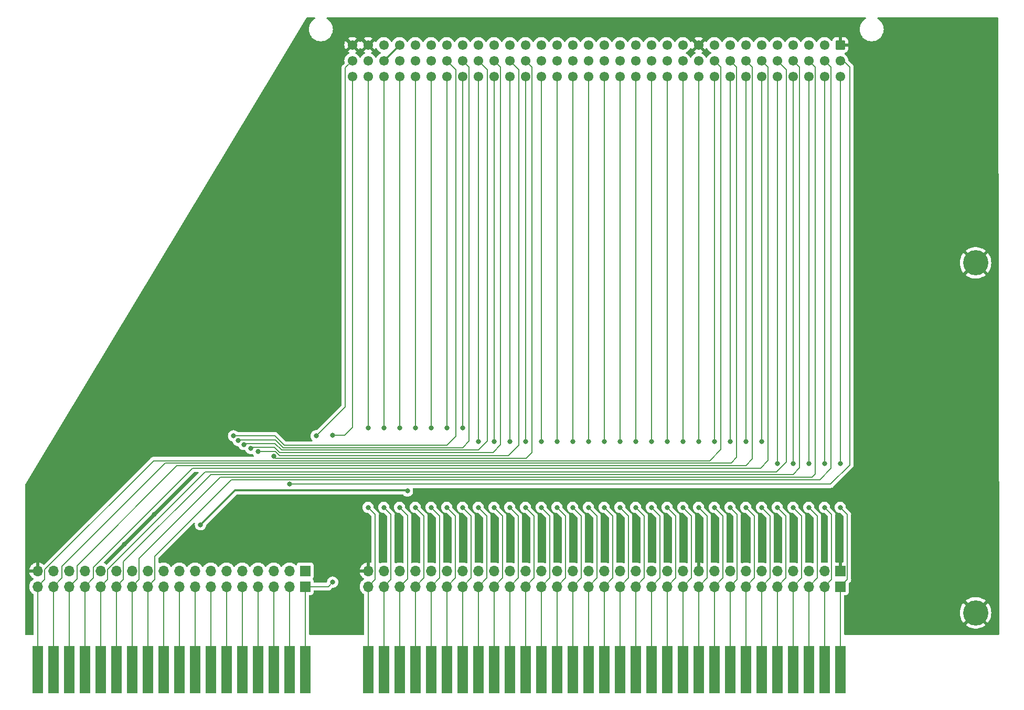
<source format=gbr>
%TF.GenerationSoftware,KiCad,Pcbnew,(6.0.11)*%
%TF.CreationDate,2023-06-06T08:43:50+02:00*%
%TF.ProjectId,DIN41612-ISA,44494e34-3136-4313-922d-4953412e6b69,rev?*%
%TF.SameCoordinates,Original*%
%TF.FileFunction,Copper,L1,Top*%
%TF.FilePolarity,Positive*%
%FSLAX46Y46*%
G04 Gerber Fmt 4.6, Leading zero omitted, Abs format (unit mm)*
G04 Created by KiCad (PCBNEW (6.0.11)) date 2023-06-06 08:43:50*
%MOMM*%
%LPD*%
G01*
G04 APERTURE LIST*
G04 Aperture macros list*
%AMRoundRect*
0 Rectangle with rounded corners*
0 $1 Rounding radius*
0 $2 $3 $4 $5 $6 $7 $8 $9 X,Y pos of 4 corners*
0 Add a 4 corners polygon primitive as box body*
4,1,4,$2,$3,$4,$5,$6,$7,$8,$9,$2,$3,0*
0 Add four circle primitives for the rounded corners*
1,1,$1+$1,$2,$3*
1,1,$1+$1,$4,$5*
1,1,$1+$1,$6,$7*
1,1,$1+$1,$8,$9*
0 Add four rect primitives between the rounded corners*
20,1,$1+$1,$2,$3,$4,$5,0*
20,1,$1+$1,$4,$5,$6,$7,0*
20,1,$1+$1,$6,$7,$8,$9,0*
20,1,$1+$1,$8,$9,$2,$3,0*%
G04 Aperture macros list end*
%TA.AperFunction,ComponentPad*%
%ADD10R,1.700000X1.700000*%
%TD*%
%TA.AperFunction,ComponentPad*%
%ADD11O,1.700000X1.700000*%
%TD*%
%TA.AperFunction,ComponentPad*%
%ADD12C,4.064000*%
%TD*%
%TA.AperFunction,ConnectorPad*%
%ADD13R,1.780000X7.620000*%
%TD*%
%TA.AperFunction,ComponentPad*%
%ADD14RoundRect,0.249999X0.525001X0.525001X-0.525001X0.525001X-0.525001X-0.525001X0.525001X-0.525001X0*%
%TD*%
%TA.AperFunction,ComponentPad*%
%ADD15C,1.550000*%
%TD*%
%TA.AperFunction,ViaPad*%
%ADD16C,0.800000*%
%TD*%
%TA.AperFunction,Conductor*%
%ADD17C,0.350000*%
%TD*%
%TA.AperFunction,Conductor*%
%ADD18C,0.200000*%
%TD*%
G04 APERTURE END LIST*
D10*
%TO.P,J4,1,Pin_1*%
%TO.N,/MEMCS16*%
X123317000Y-131650000D03*
D11*
%TO.P,J4,2,Pin_2*%
%TO.N,/IOCS16*%
X120777000Y-131650000D03*
%TO.P,J4,3,Pin_3*%
%TO.N,/IRQ10*%
X118237000Y-131650000D03*
%TO.P,J4,4,Pin_4*%
%TO.N,/IRQ11*%
X115697000Y-131650000D03*
%TO.P,J4,5,Pin_5*%
%TO.N,/IRQ12*%
X113157000Y-131650000D03*
%TO.P,J4,6,Pin_6*%
%TO.N,/IRQ15*%
X110617000Y-131650000D03*
%TO.P,J4,7,Pin_7*%
%TO.N,/IRQ14*%
X108077000Y-131650000D03*
%TO.P,J4,8,Pin_8*%
%TO.N,Net-(J1-Pad70)*%
X105537000Y-131650000D03*
%TO.P,J4,9,Pin_9*%
%TO.N,Net-(J1-Pad71)*%
X102997000Y-131650000D03*
%TO.P,J4,10,Pin_10*%
%TO.N,Net-(J1-Pad72)*%
X100457000Y-131650000D03*
%TO.P,J4,11,Pin_11*%
%TO.N,Net-(J1-Pad73)*%
X97917000Y-131650000D03*
%TO.P,J4,12,Pin_12*%
%TO.N,Net-(J1-Pad74)*%
X95377000Y-131650000D03*
%TO.P,J4,13,Pin_13*%
%TO.N,Net-(J1-Pad75)*%
X92837000Y-131650000D03*
%TO.P,J4,14,Pin_14*%
%TO.N,Net-(J1-Pad76)*%
X90297000Y-131650000D03*
%TO.P,J4,15,Pin_15*%
%TO.N,Net-(J1-Pad77)*%
X87757000Y-131650000D03*
%TO.P,J4,16,Pin_16*%
%TO.N,/+5V*%
X85217000Y-131650000D03*
%TO.P,J4,17,Pin_17*%
%TO.N,/MASTER*%
X82677000Y-131650000D03*
%TO.P,J4,18,Pin_18*%
%TO.N,/GND*%
X80137000Y-131650000D03*
%TD*%
D12*
%TO.P,MNT1,1*%
%TO.N,/GND*%
X231521000Y-81921000D03*
X231521000Y-81921000D03*
%TD*%
%TO.P,MNT2,1*%
%TO.N,/GND*%
X231521000Y-138436000D03*
X231521000Y-138436000D03*
%TD*%
D10*
%TO.P,J2,1,Pin_1*%
%TO.N,/GND*%
X209677000Y-131650000D03*
D11*
%TO.P,J2,2,Pin_2*%
%TO.N,/RESET*%
X207137000Y-131650000D03*
%TO.P,J2,3,Pin_3*%
%TO.N,/+5V*%
X204597000Y-131650000D03*
%TO.P,J2,4,Pin_4*%
%TO.N,/IRQ2*%
X202057000Y-131650000D03*
%TO.P,J2,5,Pin_5*%
%TO.N,/-5V*%
X199517000Y-131650000D03*
%TO.P,J2,6,Pin_6*%
%TO.N,/DRQ2*%
X196977000Y-131650000D03*
%TO.P,J2,7,Pin_7*%
%TO.N,/-12V*%
X194437000Y-131650000D03*
%TO.P,J2,8,Pin_8*%
%TO.N,unconnected-(J2-Pad8)*%
X191897000Y-131650000D03*
%TO.P,J2,9,Pin_9*%
%TO.N,/+12V*%
X189357000Y-131650000D03*
%TO.P,J2,10,Pin_10*%
%TO.N,/GND*%
X186817000Y-131650000D03*
%TO.P,J2,11,Pin_11*%
%TO.N,/MEMW*%
X184277000Y-131650000D03*
%TO.P,J2,12,Pin_12*%
%TO.N,/MEMR*%
X181737000Y-131650000D03*
%TO.P,J2,13,Pin_13*%
%TO.N,/IOW*%
X179197000Y-131650000D03*
%TO.P,J2,14,Pin_14*%
%TO.N,/IOR*%
X176657000Y-131650000D03*
%TO.P,J2,15,Pin_15*%
%TO.N,/DACK3*%
X174117000Y-131650000D03*
%TO.P,J2,16,Pin_16*%
%TO.N,/DRQ3*%
X171577000Y-131650000D03*
%TO.P,J2,17,Pin_17*%
%TO.N,/DACK1*%
X169037000Y-131650000D03*
%TO.P,J2,18,Pin_18*%
%TO.N,/DRQ1*%
X166497000Y-131650000D03*
%TO.P,J2,19,Pin_19*%
%TO.N,/REFR*%
X163957000Y-131650000D03*
%TO.P,J2,20,Pin_20*%
%TO.N,/CLK*%
X161417000Y-131650000D03*
%TO.P,J2,21,Pin_21*%
%TO.N,/IRQ7*%
X158877000Y-131650000D03*
%TO.P,J2,22,Pin_22*%
%TO.N,/IRQ6*%
X156337000Y-131650000D03*
%TO.P,J2,23,Pin_23*%
%TO.N,/IRQ5*%
X153797000Y-131650000D03*
%TO.P,J2,24,Pin_24*%
%TO.N,/IRQ4*%
X151257000Y-131650000D03*
%TO.P,J2,25,Pin_25*%
%TO.N,/IRQ3*%
X148717000Y-131650000D03*
%TO.P,J2,26,Pin_26*%
%TO.N,/DACK2*%
X146177000Y-131650000D03*
%TO.P,J2,27,Pin_27*%
%TO.N,/TC*%
X143637000Y-131650000D03*
%TO.P,J2,28,Pin_28*%
%TO.N,/ALE*%
X141097000Y-131650000D03*
%TO.P,J2,29,Pin_29*%
%TO.N,/+5V*%
X138557000Y-131650000D03*
%TO.P,J2,30,Pin_30*%
%TO.N,/OSC*%
X136017000Y-131650000D03*
%TO.P,J2,31,Pin_31*%
%TO.N,/GND*%
X133477000Y-131650000D03*
%TD*%
D13*
%TO.P,J1,32,IO*%
%TO.N,/IOCHK*%
X209677000Y-147580000D03*
%TO.P,J1,33,DB7*%
%TO.N,/DB7*%
X207137000Y-147580000D03*
%TO.P,J1,34,DB6*%
%TO.N,/DB6*%
X204597000Y-147580000D03*
%TO.P,J1,35,DB5*%
%TO.N,/DB5*%
X202057000Y-147580000D03*
%TO.P,J1,36,DB4*%
%TO.N,/DB4*%
X199517000Y-147580000D03*
%TO.P,J1,37,DB3*%
%TO.N,/DB3*%
X196977000Y-147580000D03*
%TO.P,J1,38,DB2*%
%TO.N,/DB2*%
X194437000Y-147580000D03*
%TO.P,J1,39,DB1*%
%TO.N,/DB1*%
X191897000Y-147580000D03*
%TO.P,J1,40,DB0*%
%TO.N,/DB0*%
X189357000Y-147580000D03*
%TO.P,J1,41,IO_READY*%
%TO.N,/IORDY*%
X186817000Y-147580000D03*
%TO.P,J1,42,AEN*%
%TO.N,/AEN*%
X184277000Y-147580000D03*
%TO.P,J1,43,BA19*%
%TO.N,/BA19*%
X181737000Y-147580000D03*
%TO.P,J1,44,BA18*%
%TO.N,/BA18*%
X179197000Y-147580000D03*
%TO.P,J1,45,BA17*%
%TO.N,/BA17*%
X176657000Y-147580000D03*
%TO.P,J1,46,BA16*%
%TO.N,/BA16*%
X174117000Y-147580000D03*
%TO.P,J1,47,BA15*%
%TO.N,/BA15*%
X171577000Y-147580000D03*
%TO.P,J1,48,BA14*%
%TO.N,/BA14*%
X169037000Y-147580000D03*
%TO.P,J1,49,BA13*%
%TO.N,/BA13*%
X166497000Y-147580000D03*
%TO.P,J1,50,BA12*%
%TO.N,/BA12*%
X163957000Y-147580000D03*
%TO.P,J1,51,BA11*%
%TO.N,/BA11*%
X161417000Y-147580000D03*
%TO.P,J1,52,BA10*%
%TO.N,/BA10*%
X158877000Y-147580000D03*
%TO.P,J1,53,BA09*%
%TO.N,/BA9*%
X156337000Y-147580000D03*
%TO.P,J1,54,BA08*%
%TO.N,/BA8*%
X153797000Y-147580000D03*
%TO.P,J1,55,BA07*%
%TO.N,/BA7*%
X151257000Y-147580000D03*
%TO.P,J1,56,BA06*%
%TO.N,/BA6*%
X148717000Y-147580000D03*
%TO.P,J1,57,BA05*%
%TO.N,/BA5*%
X146177000Y-147580000D03*
%TO.P,J1,58,BA04*%
%TO.N,/BA4*%
X143637000Y-147580000D03*
%TO.P,J1,59,BA03*%
%TO.N,/BA3*%
X141097000Y-147580000D03*
%TO.P,J1,60,BA02*%
%TO.N,/BA2*%
X138557000Y-147580000D03*
%TO.P,J1,61,BA01*%
%TO.N,/BA1*%
X136017000Y-147580000D03*
%TO.P,J1,62,BA00*%
%TO.N,/BA0*%
X133477000Y-147580000D03*
%TO.P,J1,81,SBHE*%
%TO.N,/BHE*%
X123317000Y-147580000D03*
%TO.P,J1,82,LA23*%
%TO.N,/LA23*%
X120777000Y-147580000D03*
%TO.P,J1,83,LA22*%
%TO.N,/LA22*%
X118237000Y-147580000D03*
%TO.P,J1,84,LA21*%
%TO.N,/LA21*%
X115697000Y-147580000D03*
%TO.P,J1,85,LA20*%
%TO.N,/LA20*%
X113157000Y-147580000D03*
%TO.P,J1,86,LA19*%
%TO.N,/LA19*%
X110617000Y-147580000D03*
%TO.P,J1,87,LA18*%
%TO.N,/LA18*%
X108077000Y-147580000D03*
%TO.P,J1,88,LA17*%
%TO.N,/LA17*%
X105537000Y-147580000D03*
%TO.P,J1,89,~{MEMR}*%
%TO.N,/MEMR2*%
X102997000Y-147580000D03*
%TO.P,J1,90,~{MEMW}*%
%TO.N,/MEMW2*%
X100457000Y-147580000D03*
%TO.P,J1,91,D8*%
%TO.N,/DB8*%
X97917000Y-147580000D03*
%TO.P,J1,92,D9*%
%TO.N,/DB9*%
X95377000Y-147580000D03*
%TO.P,J1,93,D10*%
%TO.N,/DB10*%
X92837000Y-147580000D03*
%TO.P,J1,94,D11*%
%TO.N,/DB11*%
X90297000Y-147580000D03*
%TO.P,J1,95,D12*%
%TO.N,/DB12*%
X87757000Y-147580000D03*
%TO.P,J1,96,D13*%
%TO.N,/DB13*%
X85217000Y-147580000D03*
%TO.P,J1,97,D14*%
%TO.N,/DB14*%
X82677000Y-147580000D03*
%TO.P,J1,98,D15*%
%TO.N,/DB15*%
X80137000Y-147580000D03*
%TD*%
D10*
%TO.P,J3,1,Pin_1*%
%TO.N,/IOCHK*%
X209677000Y-134190000D03*
D11*
%TO.P,J3,2,Pin_2*%
%TO.N,/DB7*%
X207137000Y-134190000D03*
%TO.P,J3,3,Pin_3*%
%TO.N,/DB6*%
X204597000Y-134190000D03*
%TO.P,J3,4,Pin_4*%
%TO.N,/DB5*%
X202057000Y-134190000D03*
%TO.P,J3,5,Pin_5*%
%TO.N,/DB4*%
X199517000Y-134190000D03*
%TO.P,J3,6,Pin_6*%
%TO.N,/DB3*%
X196977000Y-134190000D03*
%TO.P,J3,7,Pin_7*%
%TO.N,/DB2*%
X194437000Y-134190000D03*
%TO.P,J3,8,Pin_8*%
%TO.N,/DB1*%
X191897000Y-134190000D03*
%TO.P,J3,9,Pin_9*%
%TO.N,/DB0*%
X189357000Y-134190000D03*
%TO.P,J3,10,Pin_10*%
%TO.N,/IORDY*%
X186817000Y-134190000D03*
%TO.P,J3,11,Pin_11*%
%TO.N,/AEN*%
X184277000Y-134190000D03*
%TO.P,J3,12,Pin_12*%
%TO.N,/BA19*%
X181737000Y-134190000D03*
%TO.P,J3,13,Pin_13*%
%TO.N,/BA18*%
X179197000Y-134190000D03*
%TO.P,J3,14,Pin_14*%
%TO.N,/BA17*%
X176657000Y-134190000D03*
%TO.P,J3,15,Pin_15*%
%TO.N,/BA16*%
X174117000Y-134190000D03*
%TO.P,J3,16,Pin_16*%
%TO.N,/BA15*%
X171577000Y-134190000D03*
%TO.P,J3,17,Pin_17*%
%TO.N,/BA14*%
X169037000Y-134190000D03*
%TO.P,J3,18,Pin_18*%
%TO.N,/BA13*%
X166497000Y-134190000D03*
%TO.P,J3,19,Pin_19*%
%TO.N,/BA12*%
X163957000Y-134190000D03*
%TO.P,J3,20,Pin_20*%
%TO.N,/BA11*%
X161417000Y-134190000D03*
%TO.P,J3,21,Pin_21*%
%TO.N,/BA10*%
X158877000Y-134190000D03*
%TO.P,J3,22,Pin_22*%
%TO.N,/BA9*%
X156337000Y-134190000D03*
%TO.P,J3,23,Pin_23*%
%TO.N,/BA8*%
X153797000Y-134190000D03*
%TO.P,J3,24,Pin_24*%
%TO.N,/BA7*%
X151257000Y-134190000D03*
%TO.P,J3,25,Pin_25*%
%TO.N,/BA6*%
X148717000Y-134190000D03*
%TO.P,J3,26,Pin_26*%
%TO.N,/BA5*%
X146177000Y-134190000D03*
%TO.P,J3,27,Pin_27*%
%TO.N,/BA4*%
X143637000Y-134190000D03*
%TO.P,J3,28,Pin_28*%
%TO.N,/BA3*%
X141097000Y-134190000D03*
%TO.P,J3,29,Pin_29*%
%TO.N,/BA2*%
X138557000Y-134190000D03*
%TO.P,J3,30,Pin_30*%
%TO.N,/BA1*%
X136017000Y-134190000D03*
%TO.P,J3,31,Pin_31*%
%TO.N,/BA0*%
X133477000Y-134190000D03*
%TD*%
D10*
%TO.P,J5,1,Pin_1*%
%TO.N,/BHE*%
X123317000Y-134190000D03*
D11*
%TO.P,J5,2,Pin_2*%
%TO.N,/LA23*%
X120777000Y-134190000D03*
%TO.P,J5,3,Pin_3*%
%TO.N,/LA22*%
X118237000Y-134190000D03*
%TO.P,J5,4,Pin_4*%
%TO.N,/LA21*%
X115697000Y-134190000D03*
%TO.P,J5,5,Pin_5*%
%TO.N,/LA20*%
X113157000Y-134190000D03*
%TO.P,J5,6,Pin_6*%
%TO.N,/LA19*%
X110617000Y-134190000D03*
%TO.P,J5,7,Pin_7*%
%TO.N,/LA18*%
X108077000Y-134190000D03*
%TO.P,J5,8,Pin_8*%
%TO.N,/LA17*%
X105537000Y-134190000D03*
%TO.P,J5,9,Pin_9*%
%TO.N,/MEMR2*%
X102997000Y-134190000D03*
%TO.P,J5,10,Pin_10*%
%TO.N,/MEMW2*%
X100457000Y-134190000D03*
%TO.P,J5,11,Pin_11*%
%TO.N,/DB8*%
X97917000Y-134190000D03*
%TO.P,J5,12,Pin_12*%
%TO.N,/DB9*%
X95377000Y-134190000D03*
%TO.P,J5,13,Pin_13*%
%TO.N,/DB10*%
X92837000Y-134190000D03*
%TO.P,J5,14,Pin_14*%
%TO.N,/DB11*%
X90297000Y-134190000D03*
%TO.P,J5,15,Pin_15*%
%TO.N,/DB12*%
X87757000Y-134190000D03*
%TO.P,J5,16,Pin_16*%
%TO.N,/DB13*%
X85217000Y-134190000D03*
%TO.P,J5,17,Pin_17*%
%TO.N,/DB14*%
X82677000Y-134190000D03*
%TO.P,J5,18,Pin_18*%
%TO.N,/DB15*%
X80137000Y-134190000D03*
%TD*%
D14*
%TO.P,U1,a1,GND*%
%TO.N,/GND*%
X209677000Y-46742000D03*
D15*
%TO.P,U1,a2,RESET*%
%TO.N,/RESET*%
X207137000Y-46742000D03*
%TO.P,U1,a3,+5V*%
%TO.N,/+5V*%
X204597000Y-46742000D03*
%TO.P,U1,a4,IRQ2*%
%TO.N,/IRQ2*%
X202057000Y-46742000D03*
%TO.P,U1,a5,-5V*%
%TO.N,/-5V*%
X199517000Y-46742000D03*
%TO.P,U1,a6,DRQ2*%
%TO.N,/DRQ2*%
X196977000Y-46742000D03*
%TO.P,U1,a7,-12V*%
%TO.N,/-12V*%
X194437000Y-46742000D03*
%TO.P,U1,a8,UNUSED*%
%TO.N,unconnected-(U1-Pada8)*%
X191897000Y-46742000D03*
%TO.P,U1,a9,+12V*%
%TO.N,/+12V*%
X189357000Y-46742000D03*
%TO.P,U1,a10,GND*%
%TO.N,/GND*%
X186817000Y-46742000D03*
%TO.P,U1,a11,~{MEMW}*%
%TO.N,/MEMW*%
X184277000Y-46742000D03*
%TO.P,U1,a12,~{MEMR}*%
%TO.N,/MEMR*%
X181737000Y-46742000D03*
%TO.P,U1,a13,~{IOW}*%
%TO.N,/IOW*%
X179197000Y-46742000D03*
%TO.P,U1,a14,~{IOR}*%
%TO.N,/IOR*%
X176657000Y-46742000D03*
%TO.P,U1,a15,~{DACK3}*%
%TO.N,/DACK3*%
X174117000Y-46742000D03*
%TO.P,U1,a16,DRQ3*%
%TO.N,/DRQ3*%
X171577000Y-46742000D03*
%TO.P,U1,a17,~{DACK1}*%
%TO.N,/DACK1*%
X169037000Y-46742000D03*
%TO.P,U1,a18,DRQ1*%
%TO.N,/DRQ1*%
X166497000Y-46742000D03*
%TO.P,U1,a19,~{DACK0}*%
%TO.N,/REFR*%
X163957000Y-46742000D03*
%TO.P,U1,a20,CLK*%
%TO.N,/CLK*%
X161417000Y-46742000D03*
%TO.P,U1,a21,IRQ7*%
%TO.N,/IRQ7*%
X158877000Y-46742000D03*
%TO.P,U1,a22,IRQ6*%
%TO.N,/IRQ6*%
X156337000Y-46742000D03*
%TO.P,U1,a23,IRQ5*%
%TO.N,/IRQ5*%
X153797000Y-46742000D03*
%TO.P,U1,a24,IRQ4*%
%TO.N,/IRQ4*%
X151257000Y-46742000D03*
%TO.P,U1,a25,IRQ3*%
%TO.N,/IRQ3*%
X148717000Y-46742000D03*
%TO.P,U1,a26,~{DACK2}*%
%TO.N,/DACK2*%
X146177000Y-46742000D03*
%TO.P,U1,a27,TC*%
%TO.N,/TC*%
X143637000Y-46742000D03*
%TO.P,U1,a28,ALE*%
%TO.N,/ALE*%
X141097000Y-46742000D03*
%TO.P,U1,a29,VCC*%
%TO.N,/+5V*%
X138557000Y-46742000D03*
%TO.P,U1,a30,OSC*%
%TO.N,/OSC*%
X136017000Y-46742000D03*
%TO.P,U1,a31,GND*%
%TO.N,/GND*%
X133477000Y-46742000D03*
%TO.P,U1,a32,GND*%
X130937000Y-46742000D03*
%TO.P,U1,b1,~{IOCS16}*%
%TO.N,/IOCS16*%
X209677000Y-49282000D03*
%TO.P,U1,b2,DB8*%
%TO.N,/DB8*%
X207137000Y-49282000D03*
%TO.P,U1,b3,DB9*%
%TO.N,/DB9*%
X204597000Y-49282000D03*
%TO.P,U1,b4,DB10*%
%TO.N,/DB10*%
X202057000Y-49282000D03*
%TO.P,U1,b5,DB11*%
%TO.N,/DB11*%
X199517000Y-49282000D03*
%TO.P,U1,b6,DB12*%
%TO.N,/DB12*%
X196977000Y-49282000D03*
%TO.P,U1,b7,DB13*%
%TO.N,/DB13*%
X194437000Y-49282000D03*
%TO.P,U1,b8,DB14*%
%TO.N,/DB14*%
X191897000Y-49282000D03*
%TO.P,U1,b9,DB15*%
%TO.N,/DB15*%
X189357000Y-49282000D03*
%TO.P,U1,b10,UNUSED*%
%TO.N,unconnected-(U1-Padb10)*%
X186817000Y-49282000D03*
%TO.P,U1,b11,UNUSED*%
%TO.N,unconnected-(U1-Padb11)*%
X184277000Y-49282000D03*
%TO.P,U1,b12,UNUSED*%
%TO.N,unconnected-(U1-Padb12)*%
X181737000Y-49282000D03*
%TO.P,U1,b13,UNUSED*%
%TO.N,unconnected-(U1-Padb13)*%
X179197000Y-49282000D03*
%TO.P,U1,b14,UNUSED*%
%TO.N,unconnected-(U1-Padb14)*%
X176657000Y-49282000D03*
%TO.P,U1,b15,UNUSED*%
%TO.N,unconnected-(U1-Padb15)*%
X174117000Y-49282000D03*
%TO.P,U1,b16,UNUSED*%
%TO.N,unconnected-(U1-Padb16)*%
X171577000Y-49282000D03*
%TO.P,U1,b17,UNUSED*%
%TO.N,unconnected-(U1-Padb17)*%
X169037000Y-49282000D03*
%TO.P,U1,b18,UNUSED*%
%TO.N,unconnected-(U1-Padb18)*%
X166497000Y-49282000D03*
%TO.P,U1,b19,DRQ0*%
%TO.N,unconnected-(U1-Padb19)*%
X163957000Y-49282000D03*
%TO.P,U1,b20,UNUSED*%
%TO.N,unconnected-(U1-Padb20)*%
X161417000Y-49282000D03*
%TO.P,U1,b21,IRQ10*%
%TO.N,/IRQ10*%
X158877000Y-49282000D03*
%TO.P,U1,b22,IRQ11*%
%TO.N,/IRQ11*%
X156337000Y-49282000D03*
%TO.P,U1,b23,IRQ12*%
%TO.N,/IRQ12*%
X153797000Y-49282000D03*
%TO.P,U1,b24,IRQ15*%
%TO.N,/IRQ15*%
X151257000Y-49282000D03*
%TO.P,U1,b25,IRQ14*%
%TO.N,/IRQ14*%
X148717000Y-49282000D03*
%TO.P,U1,b26,~{MASTER}*%
%TO.N,/MASTER*%
X146177000Y-49282000D03*
%TO.P,U1,b27,UNUSED*%
%TO.N,unconnected-(U1-Padb27)*%
X143637000Y-49282000D03*
%TO.P,U1,b28,UNUSED*%
%TO.N,unconnected-(U1-Padb28)*%
X141097000Y-49282000D03*
%TO.P,U1,b29,UNUSED*%
%TO.N,unconnected-(U1-Padb29)*%
X138557000Y-49282000D03*
%TO.P,U1,b30,+5V*%
%TO.N,/+5V*%
X136017000Y-49282000D03*
%TO.P,U1,b31,UNUSED*%
%TO.N,unconnected-(U1-Padb31)*%
X133477000Y-49282000D03*
%TO.P,U1,b32,~{MEMCS16}*%
%TO.N,/MEMCS16*%
X130937000Y-49282000D03*
%TO.P,U1,c1,~{IOCHCK}*%
%TO.N,/IOCHK*%
X209677000Y-51822000D03*
%TO.P,U1,c2,DB7*%
%TO.N,/DB7*%
X207137000Y-51822000D03*
%TO.P,U1,c3,DB6*%
%TO.N,/DB6*%
X204597000Y-51822000D03*
%TO.P,U1,c4,DB5*%
%TO.N,/DB5*%
X202057000Y-51822000D03*
%TO.P,U1,c5,DB4*%
%TO.N,/DB4*%
X199517000Y-51822000D03*
%TO.P,U1,c6,DB3*%
%TO.N,/DB3*%
X196977000Y-51822000D03*
%TO.P,U1,c7,DB2*%
%TO.N,/DB2*%
X194437000Y-51822000D03*
%TO.P,U1,c8,DB1*%
%TO.N,/DB1*%
X191897000Y-51822000D03*
%TO.P,U1,c9,DB0*%
%TO.N,/DB0*%
X189357000Y-51822000D03*
%TO.P,U1,c10,IOCHRDY*%
%TO.N,/IORDY*%
X186817000Y-51822000D03*
%TO.P,U1,c11,AEN*%
%TO.N,/AEN*%
X184277000Y-51822000D03*
%TO.P,U1,c12,BA19*%
%TO.N,/BA19*%
X181737000Y-51822000D03*
%TO.P,U1,c13,BA18*%
%TO.N,/BA18*%
X179197000Y-51822000D03*
%TO.P,U1,c14,BA17*%
%TO.N,/BA17*%
X176657000Y-51822000D03*
%TO.P,U1,c15,BA16*%
%TO.N,/BA16*%
X174117000Y-51822000D03*
%TO.P,U1,c16,BA15*%
%TO.N,/BA15*%
X171577000Y-51822000D03*
%TO.P,U1,c17,BA14*%
%TO.N,/BA14*%
X169037000Y-51822000D03*
%TO.P,U1,c18,BA13*%
%TO.N,/BA13*%
X166497000Y-51822000D03*
%TO.P,U1,c19,BA12*%
%TO.N,/BA12*%
X163957000Y-51822000D03*
%TO.P,U1,c20,BA11*%
%TO.N,/BA11*%
X161417000Y-51822000D03*
%TO.P,U1,c21,BA10*%
%TO.N,/BA10*%
X158877000Y-51822000D03*
%TO.P,U1,c22,BA09*%
%TO.N,/BA9*%
X156337000Y-51822000D03*
%TO.P,U1,c23,BA08*%
%TO.N,/BA8*%
X153797000Y-51822000D03*
%TO.P,U1,c24,BA07*%
%TO.N,/BA7*%
X151257000Y-51822000D03*
%TO.P,U1,c25,BA06*%
%TO.N,/BA6*%
X148717000Y-51822000D03*
%TO.P,U1,c26,BA05*%
%TO.N,/BA5*%
X146177000Y-51822000D03*
%TO.P,U1,c27,BA04*%
%TO.N,/BA4*%
X143637000Y-51822000D03*
%TO.P,U1,c28,BA03*%
%TO.N,/BA3*%
X141097000Y-51822000D03*
%TO.P,U1,c29,BA02*%
%TO.N,/BA2*%
X138557000Y-51822000D03*
%TO.P,U1,c30,BA01*%
%TO.N,/BA1*%
X136017000Y-51822000D03*
%TO.P,U1,c31,BA00*%
%TO.N,/BA0*%
X133477000Y-51822000D03*
%TO.P,U1,c32,~{BHE}*%
%TO.N,/BHE*%
X130937000Y-51822000D03*
%TD*%
D16*
%TO.N,/GND*%
X94107000Y-127381000D03*
X107315000Y-107950000D03*
X98933000Y-122555000D03*
X107315000Y-111887000D03*
%TO.N,/+5V*%
X106426000Y-124206000D03*
X139827000Y-118745000D03*
%TO.N,/IOCHK*%
X209677000Y-114300000D03*
X209677000Y-121412000D03*
%TO.N,/DB7*%
X207137000Y-121412000D03*
X207137000Y-114300000D03*
%TO.N,/DB6*%
X204597000Y-114300000D03*
X204597000Y-121412000D03*
%TO.N,/DB5*%
X202057000Y-114300000D03*
X202057000Y-121412000D03*
%TO.N,/DB4*%
X199517000Y-114300000D03*
X199517000Y-121412000D03*
%TO.N,/DB3*%
X196977000Y-110744000D03*
X196977000Y-121412000D03*
%TO.N,/DB2*%
X194437000Y-121412000D03*
X194437000Y-110744000D03*
%TO.N,/DB1*%
X191897000Y-110744000D03*
X191897000Y-121412000D03*
%TO.N,/DB0*%
X189357000Y-110744000D03*
X189357000Y-121412000D03*
%TO.N,/IORDY*%
X186817000Y-121412000D03*
X186817000Y-110744000D03*
%TO.N,/AEN*%
X184277000Y-121412000D03*
X184277000Y-110744000D03*
%TO.N,/BA19*%
X181737000Y-121412000D03*
X181737000Y-110744000D03*
%TO.N,/BA18*%
X179197000Y-110744000D03*
X179197000Y-121412000D03*
%TO.N,/BA17*%
X176657000Y-121412000D03*
X176657000Y-110744000D03*
%TO.N,/BA16*%
X174117000Y-121412000D03*
X174117000Y-110744000D03*
%TO.N,/BA15*%
X171577000Y-110744000D03*
X171577000Y-121412000D03*
%TO.N,/BA14*%
X169037000Y-121412000D03*
X169037000Y-110744000D03*
%TO.N,/BA13*%
X166497000Y-121412000D03*
X166497000Y-110744000D03*
%TO.N,/BA12*%
X163957000Y-121412000D03*
X163957000Y-110744000D03*
%TO.N,/BA11*%
X161417000Y-110744000D03*
X161417000Y-121412000D03*
%TO.N,/BA10*%
X158877000Y-110744000D03*
X158877000Y-121412000D03*
%TO.N,/BA9*%
X156337000Y-121412000D03*
X156337000Y-110744000D03*
%TO.N,/BA8*%
X153797000Y-110744000D03*
X153797000Y-121412000D03*
%TO.N,/BA7*%
X151257000Y-110744000D03*
X151257000Y-121412000D03*
%TO.N,/BA6*%
X148717000Y-108585000D03*
X148717000Y-121412000D03*
%TO.N,/BA5*%
X146177000Y-108585000D03*
X146177000Y-121412000D03*
%TO.N,/BA4*%
X143637000Y-121412000D03*
X143637000Y-108585000D03*
%TO.N,/BA3*%
X141097000Y-121412000D03*
X141097000Y-108585000D03*
%TO.N,/BA2*%
X138557000Y-121412000D03*
X138557000Y-108585000D03*
%TO.N,/BA1*%
X136017000Y-121412000D03*
X136017000Y-108585000D03*
%TO.N,/BA0*%
X133477000Y-108585000D03*
X133477000Y-121412000D03*
%TO.N,/MEMCS16*%
X125095000Y-109855000D03*
%TO.N,/IOCS16*%
X120777000Y-117666500D03*
%TO.N,/IRQ10*%
X118237000Y-113157000D03*
%TO.N,/IRQ11*%
X115697000Y-112395000D03*
%TO.N,/IRQ12*%
X114554000Y-111887000D03*
%TO.N,/IRQ15*%
X113411000Y-111252000D03*
%TO.N,/IRQ14*%
X112522000Y-110617000D03*
%TO.N,/MASTER*%
X111760000Y-109855000D03*
%TO.N,/BHE*%
X127762000Y-109728000D03*
X127762000Y-133477000D03*
%TD*%
D17*
%TO.N,/GND*%
X98933000Y-122555000D02*
X94107000Y-127381000D01*
X107315000Y-107950000D02*
X107315000Y-111887000D01*
%TO.N,/+5V*%
X139700000Y-118618000D02*
X139827000Y-118745000D01*
X106426000Y-124206000D02*
X112014000Y-118618000D01*
X136017000Y-49282000D02*
X138557000Y-46742000D01*
X112014000Y-118618000D02*
X139700000Y-118618000D01*
D18*
%TO.N,/IOCHK*%
X209677000Y-134190000D02*
X210827000Y-133040000D01*
X210827000Y-133040000D02*
X210827000Y-122562000D01*
X209677000Y-114300000D02*
X209677000Y-51822000D01*
X210827000Y-122562000D02*
X209677000Y-121412000D01*
X209677000Y-147580000D02*
X209677000Y-134190000D01*
%TO.N,/DB7*%
X208287000Y-122562000D02*
X207137000Y-121412000D01*
X207137000Y-134190000D02*
X208287000Y-133040000D01*
X207137000Y-147580000D02*
X207137000Y-134190000D01*
X208287000Y-133040000D02*
X208287000Y-122562000D01*
X207137000Y-51822000D02*
X207137000Y-114300000D01*
%TO.N,/DB6*%
X205987000Y-132800000D02*
X205987000Y-122802000D01*
X204597000Y-147580000D02*
X204597000Y-134190000D01*
X204597000Y-114300000D02*
X204597000Y-51822000D01*
X205987000Y-122802000D02*
X204597000Y-121412000D01*
X204597000Y-134190000D02*
X205987000Y-132800000D01*
%TO.N,/DB5*%
X202057000Y-114300000D02*
X202057000Y-51822000D01*
X203447000Y-122802000D02*
X202057000Y-121412000D01*
X202057000Y-134190000D02*
X203447000Y-132800000D01*
X203447000Y-132800000D02*
X203447000Y-122802000D01*
X202057000Y-147580000D02*
X202057000Y-134190000D01*
%TO.N,/DB4*%
X199517000Y-147580000D02*
X199517000Y-134190000D01*
X200907000Y-122802000D02*
X199517000Y-121412000D01*
X199517000Y-134190000D02*
X200907000Y-132800000D01*
X199517000Y-114300000D02*
X199517000Y-51822000D01*
X200907000Y-132800000D02*
X200907000Y-122802000D01*
%TO.N,/DB3*%
X196977000Y-110744000D02*
X196977000Y-51822000D01*
X196977000Y-134190000D02*
X198367000Y-132800000D01*
X196977000Y-147580000D02*
X196977000Y-134190000D01*
X198367000Y-122802000D02*
X196977000Y-121412000D01*
X198367000Y-132800000D02*
X198367000Y-122802000D01*
%TO.N,/DB2*%
X194437000Y-147580000D02*
X194437000Y-134190000D01*
X194437000Y-134190000D02*
X195827000Y-132800000D01*
X195827000Y-122802000D02*
X194437000Y-121412000D01*
X195827000Y-132800000D02*
X195827000Y-122802000D01*
X194437000Y-110744000D02*
X194437000Y-51822000D01*
%TO.N,/DB1*%
X193047000Y-133040000D02*
X193047000Y-122562000D01*
X193047000Y-122562000D02*
X191897000Y-121412000D01*
X191897000Y-134190000D02*
X193047000Y-133040000D01*
X191897000Y-110744000D02*
X191897000Y-51822000D01*
X191897000Y-147580000D02*
X191897000Y-134190000D01*
%TO.N,/DB0*%
X190747000Y-132800000D02*
X190747000Y-122802000D01*
X189357000Y-134190000D02*
X190747000Y-132800000D01*
X189357000Y-147580000D02*
X189357000Y-134190000D01*
X189357000Y-110744000D02*
X189357000Y-51822000D01*
X190747000Y-122802000D02*
X189357000Y-121412000D01*
%TO.N,/IORDY*%
X186817000Y-147580000D02*
X186817000Y-134190000D01*
X186817000Y-134190000D02*
X188207000Y-132800000D01*
X188207000Y-122802000D02*
X186817000Y-121412000D01*
X188207000Y-132800000D02*
X188207000Y-122802000D01*
X186817000Y-110744000D02*
X186817000Y-51822000D01*
%TO.N,/AEN*%
X184277000Y-134190000D02*
X185667000Y-132800000D01*
X185667000Y-122802000D02*
X184277000Y-121412000D01*
X184277000Y-147580000D02*
X184277000Y-134190000D01*
X184277000Y-110744000D02*
X184277000Y-51822000D01*
X185667000Y-132800000D02*
X185667000Y-122802000D01*
%TO.N,/BA19*%
X183127000Y-132800000D02*
X183127000Y-122802000D01*
X183127000Y-122802000D02*
X181737000Y-121412000D01*
X181737000Y-110744000D02*
X181737000Y-51822000D01*
X181737000Y-134190000D02*
X183127000Y-132800000D01*
X181737000Y-147580000D02*
X181737000Y-134190000D01*
%TO.N,/BA18*%
X179197000Y-110744000D02*
X179197000Y-51822000D01*
X180587000Y-132800000D02*
X180587000Y-122802000D01*
X179197000Y-147580000D02*
X179197000Y-134190000D01*
X180587000Y-122802000D02*
X179197000Y-121412000D01*
X179197000Y-134190000D02*
X180587000Y-132800000D01*
%TO.N,/BA17*%
X178047000Y-132800000D02*
X178047000Y-122802000D01*
X178047000Y-122802000D02*
X176657000Y-121412000D01*
X176657000Y-110744000D02*
X176657000Y-51822000D01*
X176657000Y-134190000D02*
X178047000Y-132800000D01*
X176657000Y-147580000D02*
X176657000Y-134190000D01*
%TO.N,/BA16*%
X174117000Y-110744000D02*
X174117000Y-51822000D01*
X174117000Y-147580000D02*
X174117000Y-134190000D01*
X175507000Y-132800000D02*
X175507000Y-122802000D01*
X174117000Y-134190000D02*
X175507000Y-132800000D01*
X175507000Y-122802000D02*
X174117000Y-121412000D01*
%TO.N,/BA15*%
X171577000Y-147580000D02*
X171577000Y-134190000D01*
X171577000Y-134190000D02*
X172967000Y-132800000D01*
X172967000Y-132800000D02*
X172967000Y-122802000D01*
X171577000Y-110744000D02*
X171577000Y-51822000D01*
X172967000Y-122802000D02*
X171577000Y-121412000D01*
%TO.N,/BA14*%
X170427000Y-122802000D02*
X169037000Y-121412000D01*
X169037000Y-134190000D02*
X170427000Y-132800000D01*
X170427000Y-132800000D02*
X170427000Y-122802000D01*
X169037000Y-110744000D02*
X169037000Y-51822000D01*
X169037000Y-147580000D02*
X169037000Y-134190000D01*
%TO.N,/BA13*%
X167887000Y-122802000D02*
X166497000Y-121412000D01*
X167887000Y-132800000D02*
X167887000Y-122802000D01*
X166497000Y-147580000D02*
X166497000Y-134190000D01*
X166497000Y-110744000D02*
X166497000Y-51822000D01*
X166497000Y-134190000D02*
X167887000Y-132800000D01*
%TO.N,/BA12*%
X165347000Y-122802000D02*
X163957000Y-121412000D01*
X163957000Y-134190000D02*
X165347000Y-132800000D01*
X165347000Y-132800000D02*
X165347000Y-122802000D01*
X163957000Y-147580000D02*
X163957000Y-134190000D01*
X163957000Y-110744000D02*
X163957000Y-51822000D01*
%TO.N,/BA11*%
X161417000Y-134190000D02*
X162807000Y-132800000D01*
X161417000Y-110744000D02*
X161417000Y-51822000D01*
X162807000Y-132800000D02*
X162807000Y-122802000D01*
X161417000Y-147580000D02*
X161417000Y-134190000D01*
X162807000Y-122802000D02*
X161417000Y-121412000D01*
%TO.N,/BA10*%
X160267000Y-122802000D02*
X158877000Y-121412000D01*
X158877000Y-147580000D02*
X158877000Y-134190000D01*
X160267000Y-132800000D02*
X160267000Y-122802000D01*
X158877000Y-110744000D02*
X158877000Y-51822000D01*
X158877000Y-134190000D02*
X160267000Y-132800000D01*
%TO.N,/BA9*%
X157727000Y-132800000D02*
X157727000Y-122802000D01*
X156337000Y-147580000D02*
X156337000Y-134190000D01*
X156337000Y-134190000D02*
X157727000Y-132800000D01*
X156337000Y-110744000D02*
X156337000Y-51822000D01*
X157727000Y-122802000D02*
X156337000Y-121412000D01*
%TO.N,/BA8*%
X153797000Y-147580000D02*
X153797000Y-134190000D01*
X153797000Y-134190000D02*
X155187000Y-132800000D01*
X153797000Y-110744000D02*
X153797000Y-51822000D01*
X155187000Y-132800000D02*
X155187000Y-122802000D01*
X155187000Y-122802000D02*
X153797000Y-121412000D01*
%TO.N,/BA7*%
X152647000Y-122802000D02*
X151257000Y-121412000D01*
X151257000Y-134190000D02*
X152647000Y-132800000D01*
X152647000Y-132800000D02*
X152647000Y-122802000D01*
X151257000Y-147580000D02*
X151257000Y-134190000D01*
X151257000Y-110744000D02*
X151257000Y-51822000D01*
%TO.N,/BA6*%
X148717000Y-108585000D02*
X148717000Y-51822000D01*
X148717000Y-147580000D02*
X148717000Y-134190000D01*
X148717000Y-134190000D02*
X150107000Y-132800000D01*
X150107000Y-132800000D02*
X150107000Y-122802000D01*
X150107000Y-122802000D02*
X148717000Y-121412000D01*
%TO.N,/BA5*%
X146177000Y-51822000D02*
X146177000Y-108585000D01*
X146177000Y-134190000D02*
X147567000Y-132800000D01*
X147567000Y-132800000D02*
X147567000Y-122802000D01*
X146177000Y-147580000D02*
X146177000Y-134190000D01*
X147567000Y-122802000D02*
X146177000Y-121412000D01*
%TO.N,/BA4*%
X145027000Y-122802000D02*
X143637000Y-121412000D01*
X143637000Y-134190000D02*
X145027000Y-132800000D01*
X143637000Y-108585000D02*
X143637000Y-51822000D01*
X145027000Y-132800000D02*
X145027000Y-122802000D01*
X143637000Y-147580000D02*
X143637000Y-134190000D01*
%TO.N,/BA3*%
X141097000Y-134190000D02*
X142487000Y-132800000D01*
X142487000Y-132800000D02*
X142487000Y-122802000D01*
X142487000Y-122802000D02*
X141097000Y-121412000D01*
X141097000Y-108585000D02*
X141097000Y-51822000D01*
X141097000Y-147580000D02*
X141097000Y-134190000D01*
%TO.N,/BA2*%
X138557000Y-147580000D02*
X138557000Y-134190000D01*
X138557000Y-134190000D02*
X139827000Y-132920000D01*
X138557000Y-108585000D02*
X138557000Y-51822000D01*
X139827000Y-132920000D02*
X139827000Y-122682000D01*
X139827000Y-122682000D02*
X138557000Y-121412000D01*
%TO.N,/BA1*%
X136017000Y-134190000D02*
X137167000Y-133040000D01*
X136017000Y-147580000D02*
X136017000Y-134190000D01*
X137167000Y-130055000D02*
X137167000Y-122562000D01*
X137167000Y-122562000D02*
X136017000Y-121412000D01*
X137167000Y-133040000D02*
X137167000Y-130055000D01*
X136017000Y-108585000D02*
X136017000Y-51822000D01*
%TO.N,/BA0*%
X133477000Y-147580000D02*
X133477000Y-134190000D01*
X134627000Y-122562000D02*
X133477000Y-121412000D01*
X134627000Y-133040000D02*
X134627000Y-130563000D01*
X133477000Y-134190000D02*
X134627000Y-133040000D01*
X133477000Y-108585000D02*
X133477000Y-51822000D01*
X134627000Y-130563000D02*
X134627000Y-122562000D01*
%TO.N,/MEMCS16*%
X129800000Y-105150000D02*
X125095000Y-109855000D01*
X130937000Y-49282000D02*
X129800000Y-50419000D01*
X129800000Y-50419000D02*
X129800000Y-105150000D01*
%TO.N,/IOCS16*%
X210191000Y-49282000D02*
X209677000Y-49282000D01*
X120777000Y-117666500D02*
X208088500Y-117666500D01*
X208088500Y-117666500D02*
X211201000Y-114554000D01*
X211201000Y-114554000D02*
X211201000Y-50292000D01*
X211201000Y-50292000D02*
X210191000Y-49282000D01*
%TO.N,/IRQ10*%
X118237000Y-113157000D02*
X118542000Y-113462000D01*
X159952000Y-112514000D02*
X159952000Y-50357000D01*
X118542000Y-113462000D02*
X159004000Y-113462000D01*
X159952000Y-50357000D02*
X158877000Y-49282000D01*
X159004000Y-113462000D02*
X159952000Y-112514000D01*
%TO.N,/IRQ11*%
X119158000Y-113062000D02*
X156083000Y-113062000D01*
X157802000Y-50747000D02*
X156337000Y-49282000D01*
X118491000Y-112395000D02*
X119158000Y-113062000D01*
X156083000Y-113062000D02*
X157802000Y-111343000D01*
X157802000Y-111343000D02*
X157802000Y-50747000D01*
X115697000Y-112395000D02*
X118491000Y-112395000D01*
%TO.N,/IRQ12*%
X154872000Y-50357000D02*
X153797000Y-49282000D01*
X154872000Y-111320000D02*
X154872000Y-50357000D01*
X114554000Y-111887000D02*
X114746000Y-111695000D01*
X114746000Y-111695000D02*
X118356686Y-111695000D01*
X119218343Y-112556657D02*
X153635343Y-112556657D01*
X153635343Y-112556657D02*
X154872000Y-111320000D01*
X118356686Y-111695000D02*
X119218343Y-112556657D01*
%TO.N,/IRQ15*%
X118475343Y-111125000D02*
X119507000Y-112156657D01*
X113538000Y-111125000D02*
X118475343Y-111125000D01*
X119507000Y-112156657D02*
X151257000Y-112156657D01*
X152722000Y-110691657D02*
X152722000Y-50747000D01*
X152722000Y-50747000D02*
X151257000Y-49282000D01*
X113411000Y-111252000D02*
X113538000Y-111125000D01*
X151257000Y-112156657D02*
X152722000Y-110691657D01*
%TO.N,/IRQ14*%
X112776000Y-110617000D02*
X112841000Y-110552000D01*
X148717000Y-111756657D02*
X149792000Y-110681657D01*
X112841000Y-110552000D02*
X118556343Y-110552000D01*
X118556343Y-110555343D02*
X119757657Y-111756657D01*
X119757657Y-111756657D02*
X148717000Y-111756657D01*
X112522000Y-110617000D02*
X112776000Y-110617000D01*
X149792000Y-110681657D02*
X149792000Y-50357000D01*
X149792000Y-50357000D02*
X148717000Y-49282000D01*
X118556343Y-110552000D02*
X118556343Y-110555343D01*
%TO.N,/MASTER*%
X111760000Y-109855000D02*
X118425028Y-109855000D01*
X119926685Y-111356657D02*
X146177000Y-111356657D01*
X147642000Y-109891657D02*
X147642000Y-50747000D01*
X147642000Y-50747000D02*
X146177000Y-49282000D01*
X118425028Y-109855000D02*
X119926685Y-111356657D01*
X146177000Y-111356657D02*
X147642000Y-109891657D01*
%TO.N,/BHE*%
X123317000Y-147580000D02*
X123317000Y-134190000D01*
X130937000Y-108458000D02*
X130937000Y-51822000D01*
X123317000Y-134190000D02*
X127049000Y-134190000D01*
X127762000Y-109728000D02*
X129667000Y-109728000D01*
X129667000Y-109728000D02*
X130937000Y-108458000D01*
X127049000Y-134190000D02*
X127762000Y-133477000D01*
%TO.N,/LA23*%
X120777000Y-147580000D02*
X120777000Y-134190000D01*
%TO.N,/LA22*%
X118237000Y-147580000D02*
X118237000Y-134190000D01*
%TO.N,/LA21*%
X115697000Y-147580000D02*
X115697000Y-134190000D01*
%TO.N,/LA20*%
X113157000Y-147580000D02*
X113157000Y-134190000D01*
%TO.N,/LA19*%
X110617000Y-147580000D02*
X110617000Y-134190000D01*
%TO.N,/LA18*%
X108077000Y-147580000D02*
X108077000Y-134190000D01*
%TO.N,/LA17*%
X105537000Y-147580000D02*
X105537000Y-134190000D01*
%TO.N,/MEMR2*%
X102997000Y-147580000D02*
X102997000Y-134190000D01*
%TO.N,/MEMW2*%
X100457000Y-147580000D02*
X100457000Y-134190000D01*
%TO.N,/DB8*%
X97917000Y-147580000D02*
X97917000Y-134190000D01*
X97917000Y-134190000D02*
X99067000Y-133040000D01*
X99067000Y-129293000D02*
X111393000Y-116967000D01*
X206375000Y-116967000D02*
X208212000Y-115130000D01*
X111393000Y-116967000D02*
X206375000Y-116967000D01*
X208212000Y-115130000D02*
X208212000Y-50357000D01*
X99067000Y-133040000D02*
X99067000Y-129293000D01*
X208212000Y-50357000D02*
X207137000Y-49282000D01*
%TO.N,/DB9*%
X96527000Y-129674000D02*
X109634000Y-116567000D01*
X95377000Y-147580000D02*
X95377000Y-134190000D01*
X109634000Y-116567000D02*
X205124000Y-116567000D01*
X96527000Y-133040000D02*
X96527000Y-129674000D01*
X205672000Y-116019000D02*
X205672000Y-50357000D01*
X95377000Y-134190000D02*
X96527000Y-133040000D01*
X205672000Y-50357000D02*
X204597000Y-49282000D01*
X205124000Y-116567000D02*
X205672000Y-116019000D01*
%TO.N,/DB10*%
X92837000Y-147580000D02*
X92837000Y-134190000D01*
X203132000Y-50357000D02*
X202057000Y-49282000D01*
X93987000Y-133040000D02*
X93987000Y-130182000D01*
X93987000Y-130182000D02*
X108091000Y-116078000D01*
X202057000Y-116078000D02*
X203132000Y-115003000D01*
X92837000Y-134190000D02*
X93987000Y-133040000D01*
X203132000Y-115003000D02*
X203132000Y-50357000D01*
X108091000Y-116078000D02*
X202057000Y-116078000D01*
%TO.N,/DB11*%
X200982000Y-50747000D02*
X199517000Y-49282000D01*
X107182654Y-115678000D02*
X199409000Y-115678000D01*
X91447000Y-131413654D02*
X107182654Y-115678000D01*
X91447000Y-133040000D02*
X91447000Y-131413654D01*
X90297000Y-134190000D02*
X91447000Y-133040000D01*
X200982000Y-114105000D02*
X200982000Y-50747000D01*
X90297000Y-147580000D02*
X90297000Y-134190000D01*
X199409000Y-115678000D02*
X200982000Y-114105000D01*
%TO.N,/DB12*%
X105156000Y-115062000D02*
X196850000Y-115062000D01*
X196850000Y-115062000D02*
X198052000Y-113860000D01*
X87757000Y-134190000D02*
X89147000Y-132800000D01*
X87757000Y-147580000D02*
X87757000Y-134190000D01*
X89147000Y-132800000D02*
X89147000Y-131071000D01*
X198052000Y-113860000D02*
X198052000Y-50357000D01*
X198052000Y-50357000D02*
X196977000Y-49282000D01*
X89147000Y-131071000D02*
X105156000Y-115062000D01*
%TO.N,/DB13*%
X195512000Y-113606000D02*
X195512000Y-50357000D01*
X85217000Y-134190000D02*
X86487000Y-132920000D01*
X194456000Y-114662000D02*
X195512000Y-113606000D01*
X195512000Y-50357000D02*
X194437000Y-49282000D01*
X102635000Y-114662000D02*
X194456000Y-114662000D01*
X85217000Y-147580000D02*
X85217000Y-134190000D01*
X86487000Y-132920000D02*
X86487000Y-130810000D01*
X86487000Y-130810000D02*
X102635000Y-114662000D01*
%TO.N,/DB14*%
X82677000Y-134190000D02*
X84067000Y-132800000D01*
X84067000Y-132800000D02*
X84067000Y-130944000D01*
X192972000Y-113352000D02*
X192972000Y-50357000D01*
X192062000Y-114262000D02*
X192972000Y-113352000D01*
X100749000Y-114262000D02*
X192062000Y-114262000D01*
X82677000Y-147580000D02*
X82677000Y-134190000D01*
X192972000Y-50357000D02*
X191897000Y-49282000D01*
X84067000Y-130944000D02*
X100749000Y-114262000D01*
%TO.N,/DB15*%
X81287000Y-133040000D02*
X81287000Y-131413654D01*
X80137000Y-147580000D02*
X80137000Y-134190000D01*
X81287000Y-131413654D02*
X98838654Y-113862000D01*
X188595000Y-113862000D02*
X190432000Y-112025000D01*
X80137000Y-134190000D02*
X81287000Y-133040000D01*
X190432000Y-112025000D02*
X190432000Y-50357000D01*
X190432000Y-50357000D02*
X189357000Y-49282000D01*
X98838654Y-113862000D02*
X188595000Y-113862000D01*
%TD*%
%TA.AperFunction,Conductor*%
%TO.N,/GND*%
G36*
X124895998Y-42311002D02*
G01*
X124942491Y-42364658D01*
X124952595Y-42434932D01*
X124923101Y-42499512D01*
X124887709Y-42527888D01*
X124818332Y-42565322D01*
X124598085Y-42727999D01*
X124402955Y-42920087D01*
X124400256Y-42923624D01*
X124400253Y-42923627D01*
X124370074Y-42963172D01*
X124236838Y-43137753D01*
X124103048Y-43376653D01*
X124004254Y-43632021D01*
X124003251Y-43636346D01*
X124003250Y-43636351D01*
X123989685Y-43694873D01*
X123942426Y-43898761D01*
X123918800Y-44171552D01*
X123933846Y-44444951D01*
X123987264Y-44713502D01*
X124077989Y-44971847D01*
X124080042Y-44975798D01*
X124080044Y-44975804D01*
X124108834Y-45031227D01*
X124204209Y-45214832D01*
X124206792Y-45218447D01*
X124206796Y-45218453D01*
X124243481Y-45269788D01*
X124363407Y-45437608D01*
X124397347Y-45473186D01*
X124541311Y-45624099D01*
X124552406Y-45635730D01*
X124555902Y-45638486D01*
X124681871Y-45737791D01*
X124767436Y-45805245D01*
X124771278Y-45807477D01*
X124771283Y-45807480D01*
X125000351Y-45940534D01*
X125000357Y-45940537D01*
X125004205Y-45942772D01*
X125072023Y-45970241D01*
X125253857Y-46043892D01*
X125253865Y-46043895D01*
X125257989Y-46045565D01*
X125333843Y-46064407D01*
X125519401Y-46110500D01*
X125519405Y-46110501D01*
X125523726Y-46111574D01*
X125757247Y-46135500D01*
X125926754Y-46135500D01*
X126130128Y-46121100D01*
X126134483Y-46120162D01*
X126134486Y-46120162D01*
X126393460Y-46064407D01*
X126393462Y-46064407D01*
X126397807Y-46063471D01*
X126654695Y-45968700D01*
X126756385Y-45913831D01*
X126891752Y-45840791D01*
X126895668Y-45838678D01*
X127032258Y-45737791D01*
X127112329Y-45678650D01*
X127112332Y-45678647D01*
X127115915Y-45676001D01*
X127119028Y-45672937D01*
X130233526Y-45672937D01*
X130240595Y-45686385D01*
X130924188Y-46369978D01*
X130938132Y-46377592D01*
X130939965Y-46377461D01*
X130946580Y-46373210D01*
X131634127Y-45685663D01*
X131640557Y-45673888D01*
X131639821Y-45672937D01*
X132773526Y-45672937D01*
X132780595Y-45686385D01*
X133464188Y-46369978D01*
X133478132Y-46377592D01*
X133479965Y-46377461D01*
X133486580Y-46373210D01*
X134174127Y-45685663D01*
X134180557Y-45673888D01*
X134171261Y-45661873D01*
X134125459Y-45629802D01*
X134115964Y-45624319D01*
X133922470Y-45534092D01*
X133912178Y-45530346D01*
X133705957Y-45475089D01*
X133695162Y-45473186D01*
X133482475Y-45454578D01*
X133471525Y-45454578D01*
X133258838Y-45473186D01*
X133248043Y-45475089D01*
X133041822Y-45530346D01*
X133031530Y-45534092D01*
X132838037Y-45624319D01*
X132828541Y-45629802D01*
X132781901Y-45662460D01*
X132773526Y-45672937D01*
X131639821Y-45672937D01*
X131631261Y-45661873D01*
X131585459Y-45629802D01*
X131575964Y-45624319D01*
X131382470Y-45534092D01*
X131372178Y-45530346D01*
X131165957Y-45475089D01*
X131155162Y-45473186D01*
X130942475Y-45454578D01*
X130931525Y-45454578D01*
X130718838Y-45473186D01*
X130708043Y-45475089D01*
X130501822Y-45530346D01*
X130491530Y-45534092D01*
X130298037Y-45624319D01*
X130288541Y-45629802D01*
X130241901Y-45662460D01*
X130233526Y-45672937D01*
X127119028Y-45672937D01*
X127311045Y-45483913D01*
X127316233Y-45477115D01*
X127474460Y-45269788D01*
X127474462Y-45269784D01*
X127477162Y-45266247D01*
X127610952Y-45027347D01*
X127709746Y-44771979D01*
X127722325Y-44717713D01*
X127770568Y-44509577D01*
X127771574Y-44505239D01*
X127795200Y-44232448D01*
X127780154Y-43959049D01*
X127726736Y-43690498D01*
X127636011Y-43432153D01*
X127609336Y-43380800D01*
X127511843Y-43193118D01*
X127511842Y-43193116D01*
X127509791Y-43189168D01*
X127507208Y-43185553D01*
X127507204Y-43185547D01*
X127353181Y-42970014D01*
X127350593Y-42966392D01*
X127161594Y-42768270D01*
X126946564Y-42598755D01*
X126889005Y-42565322D01*
X126821229Y-42525954D01*
X126772370Y-42474443D01*
X126759116Y-42404695D01*
X126785676Y-42338853D01*
X126843615Y-42297822D01*
X126884514Y-42291000D01*
X213727877Y-42291000D01*
X213795998Y-42311002D01*
X213842491Y-42364658D01*
X213852595Y-42434932D01*
X213823101Y-42499512D01*
X213787709Y-42527888D01*
X213718332Y-42565322D01*
X213498085Y-42727999D01*
X213302955Y-42920087D01*
X213300256Y-42923624D01*
X213300253Y-42923627D01*
X213270074Y-42963172D01*
X213136838Y-43137753D01*
X213003048Y-43376653D01*
X212904254Y-43632021D01*
X212903251Y-43636346D01*
X212903250Y-43636351D01*
X212889685Y-43694873D01*
X212842426Y-43898761D01*
X212818800Y-44171552D01*
X212833846Y-44444951D01*
X212887264Y-44713502D01*
X212977989Y-44971847D01*
X212980042Y-44975798D01*
X212980044Y-44975804D01*
X213008834Y-45031227D01*
X213104209Y-45214832D01*
X213106792Y-45218447D01*
X213106796Y-45218453D01*
X213143481Y-45269788D01*
X213263407Y-45437608D01*
X213297347Y-45473186D01*
X213441311Y-45624099D01*
X213452406Y-45635730D01*
X213455902Y-45638486D01*
X213581871Y-45737791D01*
X213667436Y-45805245D01*
X213671278Y-45807477D01*
X213671283Y-45807480D01*
X213900351Y-45940534D01*
X213900357Y-45940537D01*
X213904205Y-45942772D01*
X213972023Y-45970241D01*
X214153857Y-46043892D01*
X214153865Y-46043895D01*
X214157989Y-46045565D01*
X214233843Y-46064407D01*
X214419401Y-46110500D01*
X214419405Y-46110501D01*
X214423726Y-46111574D01*
X214657247Y-46135500D01*
X214826754Y-46135500D01*
X215030128Y-46121100D01*
X215034483Y-46120162D01*
X215034486Y-46120162D01*
X215293460Y-46064407D01*
X215293462Y-46064407D01*
X215297807Y-46063471D01*
X215554695Y-45968700D01*
X215656385Y-45913831D01*
X215791752Y-45840791D01*
X215795668Y-45838678D01*
X215932258Y-45737791D01*
X216012329Y-45678650D01*
X216012332Y-45678647D01*
X216015915Y-45676001D01*
X216211045Y-45483913D01*
X216216233Y-45477115D01*
X216374460Y-45269788D01*
X216374462Y-45269784D01*
X216377162Y-45266247D01*
X216510952Y-45027347D01*
X216609746Y-44771979D01*
X216622325Y-44717713D01*
X216670568Y-44509577D01*
X216671574Y-44505239D01*
X216695200Y-44232448D01*
X216680154Y-43959049D01*
X216626736Y-43690498D01*
X216536011Y-43432153D01*
X216509336Y-43380800D01*
X216411843Y-43193118D01*
X216411842Y-43193116D01*
X216409791Y-43189168D01*
X216407208Y-43185553D01*
X216407204Y-43185547D01*
X216253181Y-42970014D01*
X216250593Y-42966392D01*
X216061594Y-42768270D01*
X215846564Y-42598755D01*
X215789005Y-42565322D01*
X215721229Y-42525954D01*
X215672370Y-42474443D01*
X215659116Y-42404695D01*
X215685676Y-42338853D01*
X215743615Y-42297822D01*
X215784514Y-42291000D01*
X235078160Y-42291000D01*
X235146281Y-42311002D01*
X235192774Y-42364658D01*
X235204160Y-42416839D01*
X235330839Y-141859839D01*
X235310924Y-141927986D01*
X235257327Y-141974547D01*
X235204839Y-141986000D01*
X210411500Y-141986000D01*
X210343379Y-141965998D01*
X210296886Y-141912342D01*
X210285500Y-141860000D01*
X210285500Y-140404896D01*
X229916812Y-140404896D01*
X229925641Y-140416516D01*
X230154101Y-140582502D01*
X230160782Y-140586742D01*
X230433920Y-140736902D01*
X230441055Y-140740259D01*
X230730862Y-140855002D01*
X230738387Y-140857447D01*
X231040271Y-140934957D01*
X231048042Y-140936440D01*
X231357266Y-140975503D01*
X231365156Y-140976000D01*
X231676844Y-140976000D01*
X231684734Y-140975503D01*
X231993958Y-140936440D01*
X232001729Y-140934957D01*
X232303613Y-140857447D01*
X232311138Y-140855002D01*
X232600945Y-140740259D01*
X232608080Y-140736902D01*
X232881218Y-140586742D01*
X232887899Y-140582502D01*
X233116732Y-140416246D01*
X233125155Y-140405323D01*
X233118251Y-140392462D01*
X231533810Y-138808020D01*
X231519869Y-138800408D01*
X231518034Y-138800539D01*
X231511420Y-138804790D01*
X229923425Y-140392786D01*
X229916812Y-140404896D01*
X210285500Y-140404896D01*
X210285500Y-138439958D01*
X228976227Y-138439958D01*
X228995797Y-138751013D01*
X228996790Y-138758874D01*
X229055191Y-139065020D01*
X229057162Y-139072697D01*
X229153472Y-139369112D01*
X229156387Y-139376475D01*
X229289092Y-139658488D01*
X229292904Y-139665421D01*
X229459908Y-139928576D01*
X229464562Y-139934982D01*
X229542767Y-140029515D01*
X229555286Y-140037971D01*
X229566024Y-140031765D01*
X231148980Y-138448810D01*
X231155357Y-138437131D01*
X231885408Y-138437131D01*
X231885539Y-138438966D01*
X231889790Y-138445580D01*
X233474873Y-140030662D01*
X233488135Y-140037904D01*
X233498239Y-140030716D01*
X233577438Y-139934982D01*
X233582092Y-139928576D01*
X233749096Y-139665421D01*
X233752908Y-139658488D01*
X233885613Y-139376475D01*
X233888528Y-139369112D01*
X233984838Y-139072697D01*
X233986809Y-139065020D01*
X234045210Y-138758874D01*
X234046203Y-138751013D01*
X234065773Y-138439958D01*
X234065773Y-138432042D01*
X234046203Y-138120987D01*
X234045210Y-138113126D01*
X233986809Y-137806980D01*
X233984838Y-137799303D01*
X233888528Y-137502888D01*
X233885613Y-137495525D01*
X233752908Y-137213512D01*
X233749096Y-137206579D01*
X233582092Y-136943424D01*
X233577438Y-136937018D01*
X233499233Y-136842485D01*
X233486714Y-136834029D01*
X233475976Y-136840235D01*
X231893020Y-138423190D01*
X231885408Y-138437131D01*
X231155357Y-138437131D01*
X231156592Y-138434869D01*
X231156461Y-138433034D01*
X231152210Y-138426420D01*
X229567127Y-136841338D01*
X229553865Y-136834096D01*
X229543761Y-136841284D01*
X229464562Y-136937018D01*
X229459908Y-136943424D01*
X229292904Y-137206579D01*
X229289092Y-137213512D01*
X229156387Y-137495525D01*
X229153472Y-137502888D01*
X229057162Y-137799303D01*
X229055191Y-137806980D01*
X228996790Y-138113126D01*
X228995797Y-138120987D01*
X228976227Y-138432042D01*
X228976227Y-138439958D01*
X210285500Y-138439958D01*
X210285500Y-136466677D01*
X229916845Y-136466677D01*
X229923749Y-136479538D01*
X231508190Y-138063980D01*
X231522131Y-138071592D01*
X231523966Y-138071461D01*
X231530580Y-138067210D01*
X233118575Y-136479214D01*
X233125188Y-136467104D01*
X233116359Y-136455484D01*
X232887899Y-136289498D01*
X232881218Y-136285258D01*
X232608080Y-136135098D01*
X232600945Y-136131741D01*
X232311138Y-136016998D01*
X232303613Y-136014553D01*
X232001729Y-135937043D01*
X231993958Y-135935560D01*
X231684734Y-135896497D01*
X231676844Y-135896000D01*
X231365156Y-135896000D01*
X231357266Y-135896497D01*
X231048042Y-135935560D01*
X231040271Y-135937043D01*
X230738387Y-136014553D01*
X230730862Y-136016998D01*
X230441055Y-136131741D01*
X230433920Y-136135098D01*
X230160782Y-136285258D01*
X230154101Y-136289498D01*
X229925268Y-136455754D01*
X229916845Y-136466677D01*
X210285500Y-136466677D01*
X210285500Y-135674500D01*
X210305502Y-135606379D01*
X210359158Y-135559886D01*
X210411500Y-135548500D01*
X210575134Y-135548500D01*
X210637316Y-135541745D01*
X210773705Y-135490615D01*
X210890261Y-135403261D01*
X210977615Y-135286705D01*
X211028745Y-135150316D01*
X211035500Y-135088134D01*
X211035500Y-133744239D01*
X211055502Y-133676118D01*
X211072405Y-133655144D01*
X211223234Y-133504315D01*
X211235625Y-133493448D01*
X211254437Y-133479013D01*
X211260987Y-133473987D01*
X211285474Y-133442075D01*
X211285478Y-133442071D01*
X211358524Y-133346876D01*
X211419838Y-133198851D01*
X211440751Y-133040000D01*
X211436578Y-133008301D01*
X211435500Y-132991856D01*
X211435500Y-122610144D01*
X211436578Y-122593698D01*
X211439673Y-122570188D01*
X211440751Y-122562000D01*
X211419838Y-122403149D01*
X211358524Y-122255124D01*
X211285478Y-122159929D01*
X211285474Y-122159925D01*
X211285471Y-122159921D01*
X211266016Y-122134566D01*
X211266013Y-122134563D01*
X211260987Y-122128013D01*
X211254432Y-122122983D01*
X211235621Y-122108548D01*
X211223230Y-122097681D01*
X210626719Y-121501170D01*
X210592693Y-121438858D01*
X210590159Y-121415284D01*
X210590504Y-121412000D01*
X210570542Y-121222072D01*
X210511527Y-121040444D01*
X210416040Y-120875056D01*
X210288253Y-120733134D01*
X210133752Y-120620882D01*
X210127724Y-120618198D01*
X210127722Y-120618197D01*
X209965319Y-120545891D01*
X209965318Y-120545891D01*
X209959288Y-120543206D01*
X209865887Y-120523353D01*
X209778944Y-120504872D01*
X209778939Y-120504872D01*
X209772487Y-120503500D01*
X209581513Y-120503500D01*
X209575061Y-120504872D01*
X209575056Y-120504872D01*
X209488113Y-120523353D01*
X209394712Y-120543206D01*
X209388682Y-120545891D01*
X209388681Y-120545891D01*
X209226278Y-120618197D01*
X209226276Y-120618198D01*
X209220248Y-120620882D01*
X209065747Y-120733134D01*
X208937960Y-120875056D01*
X208842473Y-121040444D01*
X208783458Y-121222072D01*
X208763496Y-121412000D01*
X208783458Y-121601928D01*
X208842473Y-121783556D01*
X208937960Y-121948944D01*
X209065747Y-122090866D01*
X209220248Y-122203118D01*
X209226276Y-122205802D01*
X209226278Y-122205803D01*
X209335800Y-122254565D01*
X209394712Y-122280794D01*
X209488113Y-122300647D01*
X209575056Y-122319128D01*
X209575061Y-122319128D01*
X209581513Y-122320500D01*
X209672761Y-122320500D01*
X209740882Y-122340502D01*
X209761856Y-122357405D01*
X210181595Y-122777144D01*
X210215621Y-122839456D01*
X210218500Y-122866239D01*
X210218500Y-130166000D01*
X210198498Y-130234121D01*
X210144842Y-130280614D01*
X210092500Y-130292000D01*
X209949115Y-130292000D01*
X209933876Y-130296475D01*
X209932671Y-130297865D01*
X209931000Y-130305548D01*
X209931000Y-131778000D01*
X209910998Y-131846121D01*
X209857342Y-131892614D01*
X209805000Y-131904000D01*
X209549000Y-131904000D01*
X209480879Y-131883998D01*
X209434386Y-131830342D01*
X209423000Y-131778000D01*
X209423000Y-130310116D01*
X209418525Y-130294877D01*
X209417135Y-130293672D01*
X209409452Y-130292001D01*
X209021500Y-130292001D01*
X208953379Y-130271999D01*
X208906886Y-130218343D01*
X208895500Y-130166001D01*
X208895500Y-122610144D01*
X208896578Y-122593698D01*
X208899673Y-122570188D01*
X208900751Y-122562000D01*
X208879838Y-122403149D01*
X208818524Y-122255124D01*
X208745478Y-122159929D01*
X208745474Y-122159925D01*
X208745471Y-122159921D01*
X208726016Y-122134566D01*
X208726013Y-122134563D01*
X208720987Y-122128013D01*
X208714432Y-122122983D01*
X208695621Y-122108548D01*
X208683230Y-122097681D01*
X208086719Y-121501170D01*
X208052693Y-121438858D01*
X208050159Y-121415284D01*
X208050504Y-121412000D01*
X208030542Y-121222072D01*
X207971527Y-121040444D01*
X207876040Y-120875056D01*
X207748253Y-120733134D01*
X207593752Y-120620882D01*
X207587724Y-120618198D01*
X207587722Y-120618197D01*
X207425319Y-120545891D01*
X207425318Y-120545891D01*
X207419288Y-120543206D01*
X207325887Y-120523353D01*
X207238944Y-120504872D01*
X207238939Y-120504872D01*
X207232487Y-120503500D01*
X207041513Y-120503500D01*
X207035061Y-120504872D01*
X207035056Y-120504872D01*
X206948113Y-120523353D01*
X206854712Y-120543206D01*
X206848682Y-120545891D01*
X206848681Y-120545891D01*
X206686278Y-120618197D01*
X206686276Y-120618198D01*
X206680248Y-120620882D01*
X206525747Y-120733134D01*
X206397960Y-120875056D01*
X206302473Y-121040444D01*
X206243458Y-121222072D01*
X206223496Y-121412000D01*
X206243458Y-121601928D01*
X206302473Y-121783556D01*
X206397960Y-121948944D01*
X206525747Y-122090866D01*
X206680248Y-122203118D01*
X206686276Y-122205802D01*
X206686278Y-122205803D01*
X206795800Y-122254565D01*
X206854712Y-122280794D01*
X206948113Y-122300647D01*
X207035056Y-122319128D01*
X207035061Y-122319128D01*
X207041513Y-122320500D01*
X207132761Y-122320500D01*
X207200882Y-122340502D01*
X207221856Y-122357405D01*
X207641595Y-122777144D01*
X207675621Y-122839456D01*
X207678500Y-122866239D01*
X207678500Y-130222230D01*
X207658498Y-130290351D01*
X207604842Y-130336844D01*
X207534568Y-130346948D01*
X207510439Y-130341002D01*
X207490094Y-130333797D01*
X207490085Y-130333795D01*
X207485212Y-130332069D01*
X207480119Y-130331162D01*
X207480116Y-130331161D01*
X207270373Y-130293800D01*
X207270367Y-130293799D01*
X207265284Y-130292894D01*
X207191452Y-130291992D01*
X207047081Y-130290228D01*
X207047079Y-130290228D01*
X207041911Y-130290165D01*
X206821091Y-130323955D01*
X206760644Y-130343712D01*
X206689682Y-130345863D01*
X206628820Y-130309307D01*
X206597383Y-130245650D01*
X206595500Y-130223947D01*
X206595500Y-122850136D01*
X206596578Y-122833690D01*
X206599672Y-122810188D01*
X206600750Y-122802000D01*
X206595500Y-122762120D01*
X206595500Y-122762115D01*
X206579838Y-122643150D01*
X206579838Y-122643149D01*
X206518524Y-122495124D01*
X206445478Y-122399929D01*
X206445474Y-122399925D01*
X206442094Y-122395520D01*
X206426016Y-122374566D01*
X206426013Y-122374563D01*
X206420987Y-122368013D01*
X206407163Y-122357405D01*
X206395621Y-122348548D01*
X206383230Y-122337681D01*
X205546719Y-121501170D01*
X205512693Y-121438858D01*
X205510159Y-121415284D01*
X205510504Y-121412000D01*
X205490542Y-121222072D01*
X205431527Y-121040444D01*
X205336040Y-120875056D01*
X205208253Y-120733134D01*
X205053752Y-120620882D01*
X205047724Y-120618198D01*
X205047722Y-120618197D01*
X204885319Y-120545891D01*
X204885318Y-120545891D01*
X204879288Y-120543206D01*
X204785887Y-120523353D01*
X204698944Y-120504872D01*
X204698939Y-120504872D01*
X204692487Y-120503500D01*
X204501513Y-120503500D01*
X204495061Y-120504872D01*
X204495056Y-120504872D01*
X204408113Y-120523353D01*
X204314712Y-120543206D01*
X204308682Y-120545891D01*
X204308681Y-120545891D01*
X204146278Y-120618197D01*
X204146276Y-120618198D01*
X204140248Y-120620882D01*
X203985747Y-120733134D01*
X203857960Y-120875056D01*
X203762473Y-121040444D01*
X203703458Y-121222072D01*
X203683496Y-121412000D01*
X203703458Y-121601928D01*
X203762473Y-121783556D01*
X203857960Y-121948944D01*
X203985747Y-122090866D01*
X204140248Y-122203118D01*
X204146276Y-122205802D01*
X204146278Y-122205803D01*
X204255800Y-122254565D01*
X204314712Y-122280794D01*
X204408113Y-122300647D01*
X204495056Y-122319128D01*
X204495061Y-122319128D01*
X204501513Y-122320500D01*
X204592761Y-122320500D01*
X204660882Y-122340502D01*
X204681856Y-122357405D01*
X205341595Y-123017144D01*
X205375621Y-123079456D01*
X205378500Y-123106239D01*
X205378500Y-130316102D01*
X205358498Y-130384223D01*
X205304842Y-130430716D01*
X205234568Y-130440820D01*
X205191608Y-130426411D01*
X205155789Y-130406638D01*
X205150920Y-130404914D01*
X205150916Y-130404912D01*
X204950087Y-130333795D01*
X204950083Y-130333794D01*
X204945212Y-130332069D01*
X204940119Y-130331162D01*
X204940116Y-130331161D01*
X204730373Y-130293800D01*
X204730367Y-130293799D01*
X204725284Y-130292894D01*
X204651452Y-130291992D01*
X204507081Y-130290228D01*
X204507079Y-130290228D01*
X204501911Y-130290165D01*
X204281091Y-130323955D01*
X204220644Y-130343712D01*
X204149682Y-130345863D01*
X204088820Y-130309307D01*
X204057383Y-130245650D01*
X204055500Y-130223947D01*
X204055500Y-122850136D01*
X204056578Y-122833690D01*
X204059672Y-122810188D01*
X204060750Y-122802000D01*
X204055500Y-122762120D01*
X204055500Y-122762115D01*
X204039838Y-122643150D01*
X204039838Y-122643149D01*
X203978524Y-122495124D01*
X203905478Y-122399929D01*
X203905474Y-122399925D01*
X203902094Y-122395520D01*
X203886016Y-122374566D01*
X203886013Y-122374563D01*
X203880987Y-122368013D01*
X203867163Y-122357405D01*
X203855621Y-122348548D01*
X203843230Y-122337681D01*
X203006719Y-121501170D01*
X202972693Y-121438858D01*
X202970159Y-121415284D01*
X202970504Y-121412000D01*
X202950542Y-121222072D01*
X202891527Y-121040444D01*
X202796040Y-120875056D01*
X202668253Y-120733134D01*
X202513752Y-120620882D01*
X202507724Y-120618198D01*
X202507722Y-120618197D01*
X202345319Y-120545891D01*
X202345318Y-120545891D01*
X202339288Y-120543206D01*
X202245887Y-120523353D01*
X202158944Y-120504872D01*
X202158939Y-120504872D01*
X202152487Y-120503500D01*
X201961513Y-120503500D01*
X201955061Y-120504872D01*
X201955056Y-120504872D01*
X201868113Y-120523353D01*
X201774712Y-120543206D01*
X201768682Y-120545891D01*
X201768681Y-120545891D01*
X201606278Y-120618197D01*
X201606276Y-120618198D01*
X201600248Y-120620882D01*
X201445747Y-120733134D01*
X201317960Y-120875056D01*
X201222473Y-121040444D01*
X201163458Y-121222072D01*
X201143496Y-121412000D01*
X201163458Y-121601928D01*
X201222473Y-121783556D01*
X201317960Y-121948944D01*
X201445747Y-122090866D01*
X201600248Y-122203118D01*
X201606276Y-122205802D01*
X201606278Y-122205803D01*
X201715800Y-122254565D01*
X201774712Y-122280794D01*
X201868113Y-122300647D01*
X201955056Y-122319128D01*
X201955061Y-122319128D01*
X201961513Y-122320500D01*
X202052761Y-122320500D01*
X202120882Y-122340502D01*
X202141856Y-122357405D01*
X202801595Y-123017144D01*
X202835621Y-123079456D01*
X202838500Y-123106239D01*
X202838500Y-130316102D01*
X202818498Y-130384223D01*
X202764842Y-130430716D01*
X202694568Y-130440820D01*
X202651608Y-130426411D01*
X202615789Y-130406638D01*
X202610920Y-130404914D01*
X202610916Y-130404912D01*
X202410087Y-130333795D01*
X202410083Y-130333794D01*
X202405212Y-130332069D01*
X202400119Y-130331162D01*
X202400116Y-130331161D01*
X202190373Y-130293800D01*
X202190367Y-130293799D01*
X202185284Y-130292894D01*
X202111452Y-130291992D01*
X201967081Y-130290228D01*
X201967079Y-130290228D01*
X201961911Y-130290165D01*
X201741091Y-130323955D01*
X201680644Y-130343712D01*
X201609682Y-130345863D01*
X201548820Y-130309307D01*
X201517383Y-130245650D01*
X201515500Y-130223947D01*
X201515500Y-122850136D01*
X201516578Y-122833690D01*
X201519672Y-122810188D01*
X201520750Y-122802000D01*
X201515500Y-122762120D01*
X201515500Y-122762115D01*
X201499838Y-122643150D01*
X201499838Y-122643149D01*
X201438524Y-122495124D01*
X201365478Y-122399929D01*
X201365474Y-122399925D01*
X201362094Y-122395520D01*
X201346016Y-122374566D01*
X201346013Y-122374563D01*
X201340987Y-122368013D01*
X201327163Y-122357405D01*
X201315621Y-122348548D01*
X201303230Y-122337681D01*
X200466719Y-121501170D01*
X200432693Y-121438858D01*
X200430159Y-121415284D01*
X200430504Y-121412000D01*
X200410542Y-121222072D01*
X200351527Y-121040444D01*
X200256040Y-120875056D01*
X200128253Y-120733134D01*
X199973752Y-120620882D01*
X199967724Y-120618198D01*
X199967722Y-120618197D01*
X199805319Y-120545891D01*
X199805318Y-120545891D01*
X199799288Y-120543206D01*
X199705887Y-120523353D01*
X199618944Y-120504872D01*
X199618939Y-120504872D01*
X199612487Y-120503500D01*
X199421513Y-120503500D01*
X199415061Y-120504872D01*
X199415056Y-120504872D01*
X199328113Y-120523353D01*
X199234712Y-120543206D01*
X199228682Y-120545891D01*
X199228681Y-120545891D01*
X199066278Y-120618197D01*
X199066276Y-120618198D01*
X199060248Y-120620882D01*
X198905747Y-120733134D01*
X198777960Y-120875056D01*
X198682473Y-121040444D01*
X198623458Y-121222072D01*
X198603496Y-121412000D01*
X198623458Y-121601928D01*
X198682473Y-121783556D01*
X198777960Y-121948944D01*
X198905747Y-122090866D01*
X199060248Y-122203118D01*
X199066276Y-122205802D01*
X199066278Y-122205803D01*
X199175800Y-122254565D01*
X199234712Y-122280794D01*
X199328113Y-122300647D01*
X199415056Y-122319128D01*
X199415061Y-122319128D01*
X199421513Y-122320500D01*
X199512761Y-122320500D01*
X199580882Y-122340502D01*
X199601856Y-122357405D01*
X200261595Y-123017144D01*
X200295621Y-123079456D01*
X200298500Y-123106239D01*
X200298500Y-130316102D01*
X200278498Y-130384223D01*
X200224842Y-130430716D01*
X200154568Y-130440820D01*
X200111608Y-130426411D01*
X200075789Y-130406638D01*
X200070920Y-130404914D01*
X200070916Y-130404912D01*
X199870087Y-130333795D01*
X199870083Y-130333794D01*
X199865212Y-130332069D01*
X199860119Y-130331162D01*
X199860116Y-130331161D01*
X199650373Y-130293800D01*
X199650367Y-130293799D01*
X199645284Y-130292894D01*
X199571452Y-130291992D01*
X199427081Y-130290228D01*
X199427079Y-130290228D01*
X199421911Y-130290165D01*
X199201091Y-130323955D01*
X199140644Y-130343712D01*
X199069682Y-130345863D01*
X199008820Y-130309307D01*
X198977383Y-130245650D01*
X198975500Y-130223947D01*
X198975500Y-122850136D01*
X198976578Y-122833690D01*
X198979672Y-122810188D01*
X198980750Y-122802000D01*
X198975500Y-122762120D01*
X198975500Y-122762115D01*
X198959838Y-122643150D01*
X198959838Y-122643149D01*
X198898524Y-122495124D01*
X198825478Y-122399929D01*
X198825474Y-122399925D01*
X198822094Y-122395520D01*
X198806016Y-122374566D01*
X198806013Y-122374563D01*
X198800987Y-122368013D01*
X198787163Y-122357405D01*
X198775621Y-122348548D01*
X198763230Y-122337681D01*
X197926719Y-121501170D01*
X197892693Y-121438858D01*
X197890159Y-121415284D01*
X197890504Y-121412000D01*
X197870542Y-121222072D01*
X197811527Y-121040444D01*
X197716040Y-120875056D01*
X197588253Y-120733134D01*
X197433752Y-120620882D01*
X197427724Y-120618198D01*
X197427722Y-120618197D01*
X197265319Y-120545891D01*
X197265318Y-120545891D01*
X197259288Y-120543206D01*
X197165887Y-120523353D01*
X197078944Y-120504872D01*
X197078939Y-120504872D01*
X197072487Y-120503500D01*
X196881513Y-120503500D01*
X196875061Y-120504872D01*
X196875056Y-120504872D01*
X196788113Y-120523353D01*
X196694712Y-120543206D01*
X196688682Y-120545891D01*
X196688681Y-120545891D01*
X196526278Y-120618197D01*
X196526276Y-120618198D01*
X196520248Y-120620882D01*
X196365747Y-120733134D01*
X196237960Y-120875056D01*
X196142473Y-121040444D01*
X196083458Y-121222072D01*
X196063496Y-121412000D01*
X196083458Y-121601928D01*
X196142473Y-121783556D01*
X196237960Y-121948944D01*
X196365747Y-122090866D01*
X196520248Y-122203118D01*
X196526276Y-122205802D01*
X196526278Y-122205803D01*
X196635800Y-122254565D01*
X196694712Y-122280794D01*
X196788113Y-122300647D01*
X196875056Y-122319128D01*
X196875061Y-122319128D01*
X196881513Y-122320500D01*
X196972761Y-122320500D01*
X197040882Y-122340502D01*
X197061856Y-122357405D01*
X197721595Y-123017144D01*
X197755621Y-123079456D01*
X197758500Y-123106239D01*
X197758500Y-130316102D01*
X197738498Y-130384223D01*
X197684842Y-130430716D01*
X197614568Y-130440820D01*
X197571608Y-130426411D01*
X197535789Y-130406638D01*
X197530920Y-130404914D01*
X197530916Y-130404912D01*
X197330087Y-130333795D01*
X197330083Y-130333794D01*
X197325212Y-130332069D01*
X197320119Y-130331162D01*
X197320116Y-130331161D01*
X197110373Y-130293800D01*
X197110367Y-130293799D01*
X197105284Y-130292894D01*
X197031452Y-130291992D01*
X196887081Y-130290228D01*
X196887079Y-130290228D01*
X196881911Y-130290165D01*
X196661091Y-130323955D01*
X196600644Y-130343712D01*
X196529682Y-130345863D01*
X196468820Y-130309307D01*
X196437383Y-130245650D01*
X196435500Y-130223947D01*
X196435500Y-122850136D01*
X196436578Y-122833690D01*
X196439672Y-122810188D01*
X196440750Y-122802000D01*
X196435500Y-122762120D01*
X196435500Y-122762115D01*
X196419838Y-122643150D01*
X196419838Y-122643149D01*
X196358524Y-122495124D01*
X196285478Y-122399929D01*
X196285474Y-122399925D01*
X196282094Y-122395520D01*
X196266016Y-122374566D01*
X196266013Y-122374563D01*
X196260987Y-122368013D01*
X196247163Y-122357405D01*
X196235621Y-122348548D01*
X196223230Y-122337681D01*
X195386719Y-121501170D01*
X195352693Y-121438858D01*
X195350159Y-121415284D01*
X195350504Y-121412000D01*
X195330542Y-121222072D01*
X195271527Y-121040444D01*
X195176040Y-120875056D01*
X195048253Y-120733134D01*
X194893752Y-120620882D01*
X194887724Y-120618198D01*
X194887722Y-120618197D01*
X194725319Y-120545891D01*
X194725318Y-120545891D01*
X194719288Y-120543206D01*
X194625887Y-120523353D01*
X194538944Y-120504872D01*
X194538939Y-120504872D01*
X194532487Y-120503500D01*
X194341513Y-120503500D01*
X194335061Y-120504872D01*
X194335056Y-120504872D01*
X194248113Y-120523353D01*
X194154712Y-120543206D01*
X194148682Y-120545891D01*
X194148681Y-120545891D01*
X193986278Y-120618197D01*
X193986276Y-120618198D01*
X193980248Y-120620882D01*
X193825747Y-120733134D01*
X193697960Y-120875056D01*
X193602473Y-121040444D01*
X193543458Y-121222072D01*
X193523496Y-121412000D01*
X193543458Y-121601928D01*
X193602473Y-121783556D01*
X193697960Y-121948944D01*
X193825747Y-122090866D01*
X193980248Y-122203118D01*
X193986276Y-122205802D01*
X193986278Y-122205803D01*
X194095800Y-122254565D01*
X194154712Y-122280794D01*
X194248113Y-122300647D01*
X194335056Y-122319128D01*
X194335061Y-122319128D01*
X194341513Y-122320500D01*
X194432761Y-122320500D01*
X194500882Y-122340502D01*
X194521856Y-122357405D01*
X195181595Y-123017144D01*
X195215621Y-123079456D01*
X195218500Y-123106239D01*
X195218500Y-130316102D01*
X195198498Y-130384223D01*
X195144842Y-130430716D01*
X195074568Y-130440820D01*
X195031608Y-130426411D01*
X194995789Y-130406638D01*
X194990920Y-130404914D01*
X194990916Y-130404912D01*
X194790087Y-130333795D01*
X194790083Y-130333794D01*
X194785212Y-130332069D01*
X194780119Y-130331162D01*
X194780116Y-130331161D01*
X194570373Y-130293800D01*
X194570367Y-130293799D01*
X194565284Y-130292894D01*
X194491452Y-130291992D01*
X194347081Y-130290228D01*
X194347079Y-130290228D01*
X194341911Y-130290165D01*
X194121091Y-130323955D01*
X193908756Y-130393357D01*
X193839679Y-130429316D01*
X193770021Y-130443029D01*
X193704006Y-130416904D01*
X193662594Y-130359236D01*
X193655500Y-130317553D01*
X193655500Y-122610144D01*
X193656578Y-122593698D01*
X193659673Y-122570188D01*
X193660751Y-122562000D01*
X193639838Y-122403149D01*
X193578524Y-122255124D01*
X193505478Y-122159929D01*
X193505474Y-122159925D01*
X193505471Y-122159921D01*
X193486016Y-122134566D01*
X193486013Y-122134563D01*
X193480987Y-122128013D01*
X193474432Y-122122983D01*
X193455621Y-122108548D01*
X193443230Y-122097681D01*
X192846719Y-121501170D01*
X192812693Y-121438858D01*
X192810159Y-121415284D01*
X192810504Y-121412000D01*
X192790542Y-121222072D01*
X192731527Y-121040444D01*
X192636040Y-120875056D01*
X192508253Y-120733134D01*
X192353752Y-120620882D01*
X192347724Y-120618198D01*
X192347722Y-120618197D01*
X192185319Y-120545891D01*
X192185318Y-120545891D01*
X192179288Y-120543206D01*
X192085887Y-120523353D01*
X191998944Y-120504872D01*
X191998939Y-120504872D01*
X191992487Y-120503500D01*
X191801513Y-120503500D01*
X191795061Y-120504872D01*
X191795056Y-120504872D01*
X191708113Y-120523353D01*
X191614712Y-120543206D01*
X191608682Y-120545891D01*
X191608681Y-120545891D01*
X191446278Y-120618197D01*
X191446276Y-120618198D01*
X191440248Y-120620882D01*
X191285747Y-120733134D01*
X191157960Y-120875056D01*
X191062473Y-121040444D01*
X191003458Y-121222072D01*
X190983496Y-121412000D01*
X191003458Y-121601928D01*
X191062473Y-121783556D01*
X191157960Y-121948944D01*
X191285747Y-122090866D01*
X191440248Y-122203118D01*
X191446276Y-122205802D01*
X191446278Y-122205803D01*
X191555800Y-122254565D01*
X191614712Y-122280794D01*
X191708113Y-122300647D01*
X191795056Y-122319128D01*
X191795061Y-122319128D01*
X191801513Y-122320500D01*
X191892761Y-122320500D01*
X191960882Y-122340502D01*
X191981856Y-122357405D01*
X192401595Y-122777144D01*
X192435621Y-122839456D01*
X192438500Y-122866239D01*
X192438500Y-130222230D01*
X192418498Y-130290351D01*
X192364842Y-130336844D01*
X192294568Y-130346948D01*
X192270439Y-130341002D01*
X192250094Y-130333797D01*
X192250085Y-130333795D01*
X192245212Y-130332069D01*
X192240119Y-130331162D01*
X192240116Y-130331161D01*
X192030373Y-130293800D01*
X192030367Y-130293799D01*
X192025284Y-130292894D01*
X191951452Y-130291992D01*
X191807081Y-130290228D01*
X191807079Y-130290228D01*
X191801911Y-130290165D01*
X191581091Y-130323955D01*
X191520644Y-130343712D01*
X191449682Y-130345863D01*
X191388820Y-130309307D01*
X191357383Y-130245650D01*
X191355500Y-130223947D01*
X191355500Y-122850136D01*
X191356578Y-122833690D01*
X191359672Y-122810188D01*
X191360750Y-122802000D01*
X191355500Y-122762120D01*
X191355500Y-122762115D01*
X191339838Y-122643150D01*
X191339838Y-122643149D01*
X191278524Y-122495124D01*
X191205478Y-122399929D01*
X191205474Y-122399925D01*
X191202094Y-122395520D01*
X191186016Y-122374566D01*
X191186013Y-122374563D01*
X191180987Y-122368013D01*
X191167163Y-122357405D01*
X191155621Y-122348548D01*
X191143230Y-122337681D01*
X190306719Y-121501170D01*
X190272693Y-121438858D01*
X190270159Y-121415284D01*
X190270504Y-121412000D01*
X190250542Y-121222072D01*
X190191527Y-121040444D01*
X190096040Y-120875056D01*
X189968253Y-120733134D01*
X189813752Y-120620882D01*
X189807724Y-120618198D01*
X189807722Y-120618197D01*
X189645319Y-120545891D01*
X189645318Y-120545891D01*
X189639288Y-120543206D01*
X189545887Y-120523353D01*
X189458944Y-120504872D01*
X189458939Y-120504872D01*
X189452487Y-120503500D01*
X189261513Y-120503500D01*
X189255061Y-120504872D01*
X189255056Y-120504872D01*
X189168113Y-120523353D01*
X189074712Y-120543206D01*
X189068682Y-120545891D01*
X189068681Y-120545891D01*
X188906278Y-120618197D01*
X188906276Y-120618198D01*
X188900248Y-120620882D01*
X188745747Y-120733134D01*
X188617960Y-120875056D01*
X188522473Y-121040444D01*
X188463458Y-121222072D01*
X188443496Y-121412000D01*
X188463458Y-121601928D01*
X188522473Y-121783556D01*
X188617960Y-121948944D01*
X188745747Y-122090866D01*
X188900248Y-122203118D01*
X188906276Y-122205802D01*
X188906278Y-122205803D01*
X189015800Y-122254565D01*
X189074712Y-122280794D01*
X189168113Y-122300647D01*
X189255056Y-122319128D01*
X189255061Y-122319128D01*
X189261513Y-122320500D01*
X189352761Y-122320500D01*
X189420882Y-122340502D01*
X189441856Y-122357405D01*
X190101595Y-123017144D01*
X190135621Y-123079456D01*
X190138500Y-123106239D01*
X190138500Y-130316102D01*
X190118498Y-130384223D01*
X190064842Y-130430716D01*
X189994568Y-130440820D01*
X189951608Y-130426411D01*
X189915789Y-130406638D01*
X189910920Y-130404914D01*
X189910916Y-130404912D01*
X189710087Y-130333795D01*
X189710083Y-130333794D01*
X189705212Y-130332069D01*
X189700119Y-130331162D01*
X189700116Y-130331161D01*
X189490373Y-130293800D01*
X189490367Y-130293799D01*
X189485284Y-130292894D01*
X189411452Y-130291992D01*
X189267081Y-130290228D01*
X189267079Y-130290228D01*
X189261911Y-130290165D01*
X189041091Y-130323955D01*
X188980644Y-130343712D01*
X188909682Y-130345863D01*
X188848820Y-130309307D01*
X188817383Y-130245650D01*
X188815500Y-130223947D01*
X188815500Y-122850136D01*
X188816578Y-122833690D01*
X188819672Y-122810188D01*
X188820750Y-122802000D01*
X188815500Y-122762120D01*
X188815500Y-122762115D01*
X188799838Y-122643150D01*
X188799838Y-122643149D01*
X188738524Y-122495124D01*
X188665478Y-122399929D01*
X188665474Y-122399925D01*
X188662094Y-122395520D01*
X188646016Y-122374566D01*
X188646013Y-122374563D01*
X188640987Y-122368013D01*
X188627163Y-122357405D01*
X188615621Y-122348548D01*
X188603230Y-122337681D01*
X187766719Y-121501170D01*
X187732693Y-121438858D01*
X187730159Y-121415284D01*
X187730504Y-121412000D01*
X187710542Y-121222072D01*
X187651527Y-121040444D01*
X187556040Y-120875056D01*
X187428253Y-120733134D01*
X187273752Y-120620882D01*
X187267724Y-120618198D01*
X187267722Y-120618197D01*
X187105319Y-120545891D01*
X187105318Y-120545891D01*
X187099288Y-120543206D01*
X187005887Y-120523353D01*
X186918944Y-120504872D01*
X186918939Y-120504872D01*
X186912487Y-120503500D01*
X186721513Y-120503500D01*
X186715061Y-120504872D01*
X186715056Y-120504872D01*
X186628113Y-120523353D01*
X186534712Y-120543206D01*
X186528682Y-120545891D01*
X186528681Y-120545891D01*
X186366278Y-120618197D01*
X186366276Y-120618198D01*
X186360248Y-120620882D01*
X186205747Y-120733134D01*
X186077960Y-120875056D01*
X185982473Y-121040444D01*
X185923458Y-121222072D01*
X185903496Y-121412000D01*
X185923458Y-121601928D01*
X185982473Y-121783556D01*
X186077960Y-121948944D01*
X186205747Y-122090866D01*
X186360248Y-122203118D01*
X186366276Y-122205802D01*
X186366278Y-122205803D01*
X186475800Y-122254565D01*
X186534712Y-122280794D01*
X186628113Y-122300647D01*
X186715056Y-122319128D01*
X186715061Y-122319128D01*
X186721513Y-122320500D01*
X186812761Y-122320500D01*
X186880882Y-122340502D01*
X186901856Y-122357405D01*
X187561595Y-123017144D01*
X187595621Y-123079456D01*
X187598500Y-123106239D01*
X187598500Y-130316674D01*
X187578498Y-130384795D01*
X187524842Y-130431288D01*
X187454568Y-130441392D01*
X187411606Y-130426982D01*
X187380116Y-130409599D01*
X187370705Y-130405369D01*
X187169959Y-130334280D01*
X187159988Y-130331646D01*
X187088837Y-130318972D01*
X187075540Y-130320432D01*
X187071000Y-130334989D01*
X187071000Y-131778000D01*
X187050998Y-131846121D01*
X186997342Y-131892614D01*
X186945000Y-131904000D01*
X186689000Y-131904000D01*
X186620879Y-131883998D01*
X186574386Y-131830342D01*
X186563000Y-131778000D01*
X186563000Y-130333102D01*
X186559082Y-130319758D01*
X186544806Y-130317771D01*
X186506324Y-130323660D01*
X186496288Y-130326051D01*
X186440645Y-130344238D01*
X186369681Y-130346389D01*
X186308819Y-130309833D01*
X186277383Y-130246175D01*
X186275500Y-130224473D01*
X186275500Y-122850136D01*
X186276578Y-122833690D01*
X186279672Y-122810188D01*
X186280750Y-122802000D01*
X186275500Y-122762120D01*
X186275500Y-122762115D01*
X186259838Y-122643150D01*
X186259838Y-122643149D01*
X186198524Y-122495124D01*
X186125478Y-122399929D01*
X186125474Y-122399925D01*
X186122094Y-122395520D01*
X186106016Y-122374566D01*
X186106013Y-122374563D01*
X186100987Y-122368013D01*
X186087163Y-122357405D01*
X186075621Y-122348548D01*
X186063230Y-122337681D01*
X185226719Y-121501170D01*
X185192693Y-121438858D01*
X185190159Y-121415284D01*
X185190504Y-121412000D01*
X185170542Y-121222072D01*
X185111527Y-121040444D01*
X185016040Y-120875056D01*
X184888253Y-120733134D01*
X184733752Y-120620882D01*
X184727724Y-120618198D01*
X184727722Y-120618197D01*
X184565319Y-120545891D01*
X184565318Y-120545891D01*
X184559288Y-120543206D01*
X184465887Y-120523353D01*
X184378944Y-120504872D01*
X184378939Y-120504872D01*
X184372487Y-120503500D01*
X184181513Y-120503500D01*
X184175061Y-120504872D01*
X184175056Y-120504872D01*
X184088113Y-120523353D01*
X183994712Y-120543206D01*
X183988682Y-120545891D01*
X183988681Y-120545891D01*
X183826278Y-120618197D01*
X183826276Y-120618198D01*
X183820248Y-120620882D01*
X183665747Y-120733134D01*
X183537960Y-120875056D01*
X183442473Y-121040444D01*
X183383458Y-121222072D01*
X183363496Y-121412000D01*
X183383458Y-121601928D01*
X183442473Y-121783556D01*
X183537960Y-121948944D01*
X183665747Y-122090866D01*
X183820248Y-122203118D01*
X183826276Y-122205802D01*
X183826278Y-122205803D01*
X183935800Y-122254565D01*
X183994712Y-122280794D01*
X184088113Y-122300647D01*
X184175056Y-122319128D01*
X184175061Y-122319128D01*
X184181513Y-122320500D01*
X184272761Y-122320500D01*
X184340882Y-122340502D01*
X184361856Y-122357405D01*
X185021595Y-123017144D01*
X185055621Y-123079456D01*
X185058500Y-123106239D01*
X185058500Y-130316102D01*
X185038498Y-130384223D01*
X184984842Y-130430716D01*
X184914568Y-130440820D01*
X184871608Y-130426411D01*
X184835789Y-130406638D01*
X184830920Y-130404914D01*
X184830916Y-130404912D01*
X184630087Y-130333795D01*
X184630083Y-130333794D01*
X184625212Y-130332069D01*
X184620119Y-130331162D01*
X184620116Y-130331161D01*
X184410373Y-130293800D01*
X184410367Y-130293799D01*
X184405284Y-130292894D01*
X184331452Y-130291992D01*
X184187081Y-130290228D01*
X184187079Y-130290228D01*
X184181911Y-130290165D01*
X183961091Y-130323955D01*
X183900644Y-130343712D01*
X183829682Y-130345863D01*
X183768820Y-130309307D01*
X183737383Y-130245650D01*
X183735500Y-130223947D01*
X183735500Y-122850136D01*
X183736578Y-122833690D01*
X183739672Y-122810188D01*
X183740750Y-122802000D01*
X183735500Y-122762120D01*
X183735500Y-122762115D01*
X183719838Y-122643150D01*
X183719838Y-122643149D01*
X183658524Y-122495124D01*
X183585478Y-122399929D01*
X183585474Y-122399925D01*
X183582094Y-122395520D01*
X183566016Y-122374566D01*
X183566013Y-122374563D01*
X183560987Y-122368013D01*
X183547163Y-122357405D01*
X183535621Y-122348548D01*
X183523230Y-122337681D01*
X182686719Y-121501170D01*
X182652693Y-121438858D01*
X182650159Y-121415284D01*
X182650504Y-121412000D01*
X182630542Y-121222072D01*
X182571527Y-121040444D01*
X182476040Y-120875056D01*
X182348253Y-120733134D01*
X182193752Y-120620882D01*
X182187724Y-120618198D01*
X182187722Y-120618197D01*
X182025319Y-120545891D01*
X182025318Y-120545891D01*
X182019288Y-120543206D01*
X181925887Y-120523353D01*
X181838944Y-120504872D01*
X181838939Y-120504872D01*
X181832487Y-120503500D01*
X181641513Y-120503500D01*
X181635061Y-120504872D01*
X181635056Y-120504872D01*
X181548113Y-120523353D01*
X181454712Y-120543206D01*
X181448682Y-120545891D01*
X181448681Y-120545891D01*
X181286278Y-120618197D01*
X181286276Y-120618198D01*
X181280248Y-120620882D01*
X181125747Y-120733134D01*
X180997960Y-120875056D01*
X180902473Y-121040444D01*
X180843458Y-121222072D01*
X180823496Y-121412000D01*
X180843458Y-121601928D01*
X180902473Y-121783556D01*
X180997960Y-121948944D01*
X181125747Y-122090866D01*
X181280248Y-122203118D01*
X181286276Y-122205802D01*
X181286278Y-122205803D01*
X181395800Y-122254565D01*
X181454712Y-122280794D01*
X181548113Y-122300647D01*
X181635056Y-122319128D01*
X181635061Y-122319128D01*
X181641513Y-122320500D01*
X181732761Y-122320500D01*
X181800882Y-122340502D01*
X181821856Y-122357405D01*
X182481595Y-123017144D01*
X182515621Y-123079456D01*
X182518500Y-123106239D01*
X182518500Y-130316102D01*
X182498498Y-130384223D01*
X182444842Y-130430716D01*
X182374568Y-130440820D01*
X182331608Y-130426411D01*
X182295789Y-130406638D01*
X182290920Y-130404914D01*
X182290916Y-130404912D01*
X182090087Y-130333795D01*
X182090083Y-130333794D01*
X182085212Y-130332069D01*
X182080119Y-130331162D01*
X182080116Y-130331161D01*
X181870373Y-130293800D01*
X181870367Y-130293799D01*
X181865284Y-130292894D01*
X181791452Y-130291992D01*
X181647081Y-130290228D01*
X181647079Y-130290228D01*
X181641911Y-130290165D01*
X181421091Y-130323955D01*
X181360644Y-130343712D01*
X181289682Y-130345863D01*
X181228820Y-130309307D01*
X181197383Y-130245650D01*
X181195500Y-130223947D01*
X181195500Y-122850136D01*
X181196578Y-122833690D01*
X181199672Y-122810188D01*
X181200750Y-122802000D01*
X181195500Y-122762120D01*
X181195500Y-122762115D01*
X181179838Y-122643150D01*
X181179838Y-122643149D01*
X181118524Y-122495124D01*
X181045478Y-122399929D01*
X181045474Y-122399925D01*
X181042094Y-122395520D01*
X181026016Y-122374566D01*
X181026013Y-122374563D01*
X181020987Y-122368013D01*
X181007163Y-122357405D01*
X180995621Y-122348548D01*
X180983230Y-122337681D01*
X180146719Y-121501170D01*
X180112693Y-121438858D01*
X180110159Y-121415284D01*
X180110504Y-121412000D01*
X180090542Y-121222072D01*
X180031527Y-121040444D01*
X179936040Y-120875056D01*
X179808253Y-120733134D01*
X179653752Y-120620882D01*
X179647724Y-120618198D01*
X179647722Y-120618197D01*
X179485319Y-120545891D01*
X179485318Y-120545891D01*
X179479288Y-120543206D01*
X179385887Y-120523353D01*
X179298944Y-120504872D01*
X179298939Y-120504872D01*
X179292487Y-120503500D01*
X179101513Y-120503500D01*
X179095061Y-120504872D01*
X179095056Y-120504872D01*
X179008113Y-120523353D01*
X178914712Y-120543206D01*
X178908682Y-120545891D01*
X178908681Y-120545891D01*
X178746278Y-120618197D01*
X178746276Y-120618198D01*
X178740248Y-120620882D01*
X178585747Y-120733134D01*
X178457960Y-120875056D01*
X178362473Y-121040444D01*
X178303458Y-121222072D01*
X178283496Y-121412000D01*
X178303458Y-121601928D01*
X178362473Y-121783556D01*
X178457960Y-121948944D01*
X178585747Y-122090866D01*
X178740248Y-122203118D01*
X178746276Y-122205802D01*
X178746278Y-122205803D01*
X178855800Y-122254565D01*
X178914712Y-122280794D01*
X179008113Y-122300647D01*
X179095056Y-122319128D01*
X179095061Y-122319128D01*
X179101513Y-122320500D01*
X179192761Y-122320500D01*
X179260882Y-122340502D01*
X179281856Y-122357405D01*
X179941595Y-123017144D01*
X179975621Y-123079456D01*
X179978500Y-123106239D01*
X179978500Y-130316102D01*
X179958498Y-130384223D01*
X179904842Y-130430716D01*
X179834568Y-130440820D01*
X179791608Y-130426411D01*
X179755789Y-130406638D01*
X179750920Y-130404914D01*
X179750916Y-130404912D01*
X179550087Y-130333795D01*
X179550083Y-130333794D01*
X179545212Y-130332069D01*
X179540119Y-130331162D01*
X179540116Y-130331161D01*
X179330373Y-130293800D01*
X179330367Y-130293799D01*
X179325284Y-130292894D01*
X179251452Y-130291992D01*
X179107081Y-130290228D01*
X179107079Y-130290228D01*
X179101911Y-130290165D01*
X178881091Y-130323955D01*
X178820644Y-130343712D01*
X178749682Y-130345863D01*
X178688820Y-130309307D01*
X178657383Y-130245650D01*
X178655500Y-130223947D01*
X178655500Y-122850136D01*
X178656578Y-122833690D01*
X178659672Y-122810188D01*
X178660750Y-122802000D01*
X178655500Y-122762120D01*
X178655500Y-122762115D01*
X178639838Y-122643150D01*
X178639838Y-122643149D01*
X178578524Y-122495124D01*
X178505478Y-122399929D01*
X178505474Y-122399925D01*
X178502094Y-122395520D01*
X178486016Y-122374566D01*
X178486013Y-122374563D01*
X178480987Y-122368013D01*
X178467163Y-122357405D01*
X178455621Y-122348548D01*
X178443230Y-122337681D01*
X177606719Y-121501170D01*
X177572693Y-121438858D01*
X177570159Y-121415284D01*
X177570504Y-121412000D01*
X177550542Y-121222072D01*
X177491527Y-121040444D01*
X177396040Y-120875056D01*
X177268253Y-120733134D01*
X177113752Y-120620882D01*
X177107724Y-120618198D01*
X177107722Y-120618197D01*
X176945319Y-120545891D01*
X176945318Y-120545891D01*
X176939288Y-120543206D01*
X176845887Y-120523353D01*
X176758944Y-120504872D01*
X176758939Y-120504872D01*
X176752487Y-120503500D01*
X176561513Y-120503500D01*
X176555061Y-120504872D01*
X176555056Y-120504872D01*
X176468113Y-120523353D01*
X176374712Y-120543206D01*
X176368682Y-120545891D01*
X176368681Y-120545891D01*
X176206278Y-120618197D01*
X176206276Y-120618198D01*
X176200248Y-120620882D01*
X176045747Y-120733134D01*
X175917960Y-120875056D01*
X175822473Y-121040444D01*
X175763458Y-121222072D01*
X175743496Y-121412000D01*
X175763458Y-121601928D01*
X175822473Y-121783556D01*
X175917960Y-121948944D01*
X176045747Y-122090866D01*
X176200248Y-122203118D01*
X176206276Y-122205802D01*
X176206278Y-122205803D01*
X176315800Y-122254565D01*
X176374712Y-122280794D01*
X176468113Y-122300647D01*
X176555056Y-122319128D01*
X176555061Y-122319128D01*
X176561513Y-122320500D01*
X176652761Y-122320500D01*
X176720882Y-122340502D01*
X176741856Y-122357405D01*
X177401595Y-123017144D01*
X177435621Y-123079456D01*
X177438500Y-123106239D01*
X177438500Y-130316102D01*
X177418498Y-130384223D01*
X177364842Y-130430716D01*
X177294568Y-130440820D01*
X177251608Y-130426411D01*
X177215789Y-130406638D01*
X177210920Y-130404914D01*
X177210916Y-130404912D01*
X177010087Y-130333795D01*
X177010083Y-130333794D01*
X177005212Y-130332069D01*
X177000119Y-130331162D01*
X177000116Y-130331161D01*
X176790373Y-130293800D01*
X176790367Y-130293799D01*
X176785284Y-130292894D01*
X176711452Y-130291992D01*
X176567081Y-130290228D01*
X176567079Y-130290228D01*
X176561911Y-130290165D01*
X176341091Y-130323955D01*
X176280644Y-130343712D01*
X176209682Y-130345863D01*
X176148820Y-130309307D01*
X176117383Y-130245650D01*
X176115500Y-130223947D01*
X176115500Y-122850136D01*
X176116578Y-122833690D01*
X176119672Y-122810188D01*
X176120750Y-122802000D01*
X176115500Y-122762120D01*
X176115500Y-122762115D01*
X176099838Y-122643150D01*
X176099838Y-122643149D01*
X176038524Y-122495124D01*
X175965478Y-122399929D01*
X175965474Y-122399925D01*
X175962094Y-122395520D01*
X175946016Y-122374566D01*
X175946013Y-122374563D01*
X175940987Y-122368013D01*
X175927163Y-122357405D01*
X175915621Y-122348548D01*
X175903230Y-122337681D01*
X175066719Y-121501170D01*
X175032693Y-121438858D01*
X175030159Y-121415284D01*
X175030504Y-121412000D01*
X175010542Y-121222072D01*
X174951527Y-121040444D01*
X174856040Y-120875056D01*
X174728253Y-120733134D01*
X174573752Y-120620882D01*
X174567724Y-120618198D01*
X174567722Y-120618197D01*
X174405319Y-120545891D01*
X174405318Y-120545891D01*
X174399288Y-120543206D01*
X174305887Y-120523353D01*
X174218944Y-120504872D01*
X174218939Y-120504872D01*
X174212487Y-120503500D01*
X174021513Y-120503500D01*
X174015061Y-120504872D01*
X174015056Y-120504872D01*
X173928113Y-120523353D01*
X173834712Y-120543206D01*
X173828682Y-120545891D01*
X173828681Y-120545891D01*
X173666278Y-120618197D01*
X173666276Y-120618198D01*
X173660248Y-120620882D01*
X173505747Y-120733134D01*
X173377960Y-120875056D01*
X173282473Y-121040444D01*
X173223458Y-121222072D01*
X173203496Y-121412000D01*
X173223458Y-121601928D01*
X173282473Y-121783556D01*
X173377960Y-121948944D01*
X173505747Y-122090866D01*
X173660248Y-122203118D01*
X173666276Y-122205802D01*
X173666278Y-122205803D01*
X173775800Y-122254565D01*
X173834712Y-122280794D01*
X173928113Y-122300647D01*
X174015056Y-122319128D01*
X174015061Y-122319128D01*
X174021513Y-122320500D01*
X174112761Y-122320500D01*
X174180882Y-122340502D01*
X174201856Y-122357405D01*
X174861595Y-123017144D01*
X174895621Y-123079456D01*
X174898500Y-123106239D01*
X174898500Y-130316102D01*
X174878498Y-130384223D01*
X174824842Y-130430716D01*
X174754568Y-130440820D01*
X174711608Y-130426411D01*
X174675789Y-130406638D01*
X174670920Y-130404914D01*
X174670916Y-130404912D01*
X174470087Y-130333795D01*
X174470083Y-130333794D01*
X174465212Y-130332069D01*
X174460119Y-130331162D01*
X174460116Y-130331161D01*
X174250373Y-130293800D01*
X174250367Y-130293799D01*
X174245284Y-130292894D01*
X174171452Y-130291992D01*
X174027081Y-130290228D01*
X174027079Y-130290228D01*
X174021911Y-130290165D01*
X173801091Y-130323955D01*
X173740644Y-130343712D01*
X173669682Y-130345863D01*
X173608820Y-130309307D01*
X173577383Y-130245650D01*
X173575500Y-130223947D01*
X173575500Y-122850136D01*
X173576578Y-122833690D01*
X173579672Y-122810188D01*
X173580750Y-122802000D01*
X173575500Y-122762120D01*
X173575500Y-122762115D01*
X173559838Y-122643150D01*
X173559838Y-122643149D01*
X173498524Y-122495124D01*
X173425478Y-122399929D01*
X173425474Y-122399925D01*
X173422094Y-122395520D01*
X173406016Y-122374566D01*
X173406013Y-122374563D01*
X173400987Y-122368013D01*
X173387163Y-122357405D01*
X173375621Y-122348548D01*
X173363230Y-122337681D01*
X172526719Y-121501170D01*
X172492693Y-121438858D01*
X172490159Y-121415284D01*
X172490504Y-121412000D01*
X172470542Y-121222072D01*
X172411527Y-121040444D01*
X172316040Y-120875056D01*
X172188253Y-120733134D01*
X172033752Y-120620882D01*
X172027724Y-120618198D01*
X172027722Y-120618197D01*
X171865319Y-120545891D01*
X171865318Y-120545891D01*
X171859288Y-120543206D01*
X171765887Y-120523353D01*
X171678944Y-120504872D01*
X171678939Y-120504872D01*
X171672487Y-120503500D01*
X171481513Y-120503500D01*
X171475061Y-120504872D01*
X171475056Y-120504872D01*
X171388113Y-120523353D01*
X171294712Y-120543206D01*
X171288682Y-120545891D01*
X171288681Y-120545891D01*
X171126278Y-120618197D01*
X171126276Y-120618198D01*
X171120248Y-120620882D01*
X170965747Y-120733134D01*
X170837960Y-120875056D01*
X170742473Y-121040444D01*
X170683458Y-121222072D01*
X170663496Y-121412000D01*
X170683458Y-121601928D01*
X170742473Y-121783556D01*
X170837960Y-121948944D01*
X170965747Y-122090866D01*
X171120248Y-122203118D01*
X171126276Y-122205802D01*
X171126278Y-122205803D01*
X171235800Y-122254565D01*
X171294712Y-122280794D01*
X171388113Y-122300647D01*
X171475056Y-122319128D01*
X171475061Y-122319128D01*
X171481513Y-122320500D01*
X171572761Y-122320500D01*
X171640882Y-122340502D01*
X171661856Y-122357405D01*
X172321595Y-123017144D01*
X172355621Y-123079456D01*
X172358500Y-123106239D01*
X172358500Y-130316102D01*
X172338498Y-130384223D01*
X172284842Y-130430716D01*
X172214568Y-130440820D01*
X172171608Y-130426411D01*
X172135789Y-130406638D01*
X172130920Y-130404914D01*
X172130916Y-130404912D01*
X171930087Y-130333795D01*
X171930083Y-130333794D01*
X171925212Y-130332069D01*
X171920119Y-130331162D01*
X171920116Y-130331161D01*
X171710373Y-130293800D01*
X171710367Y-130293799D01*
X171705284Y-130292894D01*
X171631452Y-130291992D01*
X171487081Y-130290228D01*
X171487079Y-130290228D01*
X171481911Y-130290165D01*
X171261091Y-130323955D01*
X171200644Y-130343712D01*
X171129682Y-130345863D01*
X171068820Y-130309307D01*
X171037383Y-130245650D01*
X171035500Y-130223947D01*
X171035500Y-122850136D01*
X171036578Y-122833690D01*
X171039672Y-122810188D01*
X171040750Y-122802000D01*
X171035500Y-122762120D01*
X171035500Y-122762115D01*
X171019838Y-122643150D01*
X171019838Y-122643149D01*
X170958524Y-122495124D01*
X170885478Y-122399929D01*
X170885474Y-122399925D01*
X170882094Y-122395520D01*
X170866016Y-122374566D01*
X170866013Y-122374563D01*
X170860987Y-122368013D01*
X170847163Y-122357405D01*
X170835621Y-122348548D01*
X170823230Y-122337681D01*
X169986719Y-121501170D01*
X169952693Y-121438858D01*
X169950159Y-121415284D01*
X169950504Y-121412000D01*
X169930542Y-121222072D01*
X169871527Y-121040444D01*
X169776040Y-120875056D01*
X169648253Y-120733134D01*
X169493752Y-120620882D01*
X169487724Y-120618198D01*
X169487722Y-120618197D01*
X169325319Y-120545891D01*
X169325318Y-120545891D01*
X169319288Y-120543206D01*
X169225887Y-120523353D01*
X169138944Y-120504872D01*
X169138939Y-120504872D01*
X169132487Y-120503500D01*
X168941513Y-120503500D01*
X168935061Y-120504872D01*
X168935056Y-120504872D01*
X168848113Y-120523353D01*
X168754712Y-120543206D01*
X168748682Y-120545891D01*
X168748681Y-120545891D01*
X168586278Y-120618197D01*
X168586276Y-120618198D01*
X168580248Y-120620882D01*
X168425747Y-120733134D01*
X168297960Y-120875056D01*
X168202473Y-121040444D01*
X168143458Y-121222072D01*
X168123496Y-121412000D01*
X168143458Y-121601928D01*
X168202473Y-121783556D01*
X168297960Y-121948944D01*
X168425747Y-122090866D01*
X168580248Y-122203118D01*
X168586276Y-122205802D01*
X168586278Y-122205803D01*
X168695800Y-122254565D01*
X168754712Y-122280794D01*
X168848113Y-122300647D01*
X168935056Y-122319128D01*
X168935061Y-122319128D01*
X168941513Y-122320500D01*
X169032761Y-122320500D01*
X169100882Y-122340502D01*
X169121856Y-122357405D01*
X169781595Y-123017144D01*
X169815621Y-123079456D01*
X169818500Y-123106239D01*
X169818500Y-130316102D01*
X169798498Y-130384223D01*
X169744842Y-130430716D01*
X169674568Y-130440820D01*
X169631608Y-130426411D01*
X169595789Y-130406638D01*
X169590920Y-130404914D01*
X169590916Y-130404912D01*
X169390087Y-130333795D01*
X169390083Y-130333794D01*
X169385212Y-130332069D01*
X169380119Y-130331162D01*
X169380116Y-130331161D01*
X169170373Y-130293800D01*
X169170367Y-130293799D01*
X169165284Y-130292894D01*
X169091452Y-130291992D01*
X168947081Y-130290228D01*
X168947079Y-130290228D01*
X168941911Y-130290165D01*
X168721091Y-130323955D01*
X168660644Y-130343712D01*
X168589682Y-130345863D01*
X168528820Y-130309307D01*
X168497383Y-130245650D01*
X168495500Y-130223947D01*
X168495500Y-122850136D01*
X168496578Y-122833690D01*
X168499672Y-122810188D01*
X168500750Y-122802000D01*
X168495500Y-122762120D01*
X168495500Y-122762115D01*
X168479838Y-122643150D01*
X168479838Y-122643149D01*
X168418524Y-122495124D01*
X168345478Y-122399929D01*
X168345474Y-122399925D01*
X168342094Y-122395520D01*
X168326016Y-122374566D01*
X168326013Y-122374563D01*
X168320987Y-122368013D01*
X168307163Y-122357405D01*
X168295621Y-122348548D01*
X168283230Y-122337681D01*
X167446719Y-121501170D01*
X167412693Y-121438858D01*
X167410159Y-121415284D01*
X167410504Y-121412000D01*
X167390542Y-121222072D01*
X167331527Y-121040444D01*
X167236040Y-120875056D01*
X167108253Y-120733134D01*
X166953752Y-120620882D01*
X166947724Y-120618198D01*
X166947722Y-120618197D01*
X166785319Y-120545891D01*
X166785318Y-120545891D01*
X166779288Y-120543206D01*
X166685887Y-120523353D01*
X166598944Y-120504872D01*
X166598939Y-120504872D01*
X166592487Y-120503500D01*
X166401513Y-120503500D01*
X166395061Y-120504872D01*
X166395056Y-120504872D01*
X166308113Y-120523353D01*
X166214712Y-120543206D01*
X166208682Y-120545891D01*
X166208681Y-120545891D01*
X166046278Y-120618197D01*
X166046276Y-120618198D01*
X166040248Y-120620882D01*
X165885747Y-120733134D01*
X165757960Y-120875056D01*
X165662473Y-121040444D01*
X165603458Y-121222072D01*
X165583496Y-121412000D01*
X165603458Y-121601928D01*
X165662473Y-121783556D01*
X165757960Y-121948944D01*
X165885747Y-122090866D01*
X166040248Y-122203118D01*
X166046276Y-122205802D01*
X166046278Y-122205803D01*
X166155800Y-122254565D01*
X166214712Y-122280794D01*
X166308113Y-122300647D01*
X166395056Y-122319128D01*
X166395061Y-122319128D01*
X166401513Y-122320500D01*
X166492761Y-122320500D01*
X166560882Y-122340502D01*
X166581856Y-122357405D01*
X167241595Y-123017144D01*
X167275621Y-123079456D01*
X167278500Y-123106239D01*
X167278500Y-130316102D01*
X167258498Y-130384223D01*
X167204842Y-130430716D01*
X167134568Y-130440820D01*
X167091608Y-130426411D01*
X167055789Y-130406638D01*
X167050920Y-130404914D01*
X167050916Y-130404912D01*
X166850087Y-130333795D01*
X166850083Y-130333794D01*
X166845212Y-130332069D01*
X166840119Y-130331162D01*
X166840116Y-130331161D01*
X166630373Y-130293800D01*
X166630367Y-130293799D01*
X166625284Y-130292894D01*
X166551452Y-130291992D01*
X166407081Y-130290228D01*
X166407079Y-130290228D01*
X166401911Y-130290165D01*
X166181091Y-130323955D01*
X166120644Y-130343712D01*
X166049682Y-130345863D01*
X165988820Y-130309307D01*
X165957383Y-130245650D01*
X165955500Y-130223947D01*
X165955500Y-122850136D01*
X165956578Y-122833690D01*
X165959672Y-122810188D01*
X165960750Y-122802000D01*
X165955500Y-122762120D01*
X165955500Y-122762115D01*
X165939838Y-122643150D01*
X165939838Y-122643149D01*
X165878524Y-122495124D01*
X165805478Y-122399929D01*
X165805474Y-122399925D01*
X165802094Y-122395520D01*
X165786016Y-122374566D01*
X165786013Y-122374563D01*
X165780987Y-122368013D01*
X165767163Y-122357405D01*
X165755621Y-122348548D01*
X165743230Y-122337681D01*
X164906719Y-121501170D01*
X164872693Y-121438858D01*
X164870159Y-121415284D01*
X164870504Y-121412000D01*
X164850542Y-121222072D01*
X164791527Y-121040444D01*
X164696040Y-120875056D01*
X164568253Y-120733134D01*
X164413752Y-120620882D01*
X164407724Y-120618198D01*
X164407722Y-120618197D01*
X164245319Y-120545891D01*
X164245318Y-120545891D01*
X164239288Y-120543206D01*
X164145887Y-120523353D01*
X164058944Y-120504872D01*
X164058939Y-120504872D01*
X164052487Y-120503500D01*
X163861513Y-120503500D01*
X163855061Y-120504872D01*
X163855056Y-120504872D01*
X163768113Y-120523353D01*
X163674712Y-120543206D01*
X163668682Y-120545891D01*
X163668681Y-120545891D01*
X163506278Y-120618197D01*
X163506276Y-120618198D01*
X163500248Y-120620882D01*
X163345747Y-120733134D01*
X163217960Y-120875056D01*
X163122473Y-121040444D01*
X163063458Y-121222072D01*
X163043496Y-121412000D01*
X163063458Y-121601928D01*
X163122473Y-121783556D01*
X163217960Y-121948944D01*
X163345747Y-122090866D01*
X163500248Y-122203118D01*
X163506276Y-122205802D01*
X163506278Y-122205803D01*
X163615800Y-122254565D01*
X163674712Y-122280794D01*
X163768113Y-122300647D01*
X163855056Y-122319128D01*
X163855061Y-122319128D01*
X163861513Y-122320500D01*
X163952761Y-122320500D01*
X164020882Y-122340502D01*
X164041856Y-122357405D01*
X164701595Y-123017144D01*
X164735621Y-123079456D01*
X164738500Y-123106239D01*
X164738500Y-130316102D01*
X164718498Y-130384223D01*
X164664842Y-130430716D01*
X164594568Y-130440820D01*
X164551608Y-130426411D01*
X164515789Y-130406638D01*
X164510920Y-130404914D01*
X164510916Y-130404912D01*
X164310087Y-130333795D01*
X164310083Y-130333794D01*
X164305212Y-130332069D01*
X164300119Y-130331162D01*
X164300116Y-130331161D01*
X164090373Y-130293800D01*
X164090367Y-130293799D01*
X164085284Y-130292894D01*
X164011452Y-130291992D01*
X163867081Y-130290228D01*
X163867079Y-130290228D01*
X163861911Y-130290165D01*
X163641091Y-130323955D01*
X163580644Y-130343712D01*
X163509682Y-130345863D01*
X163448820Y-130309307D01*
X163417383Y-130245650D01*
X163415500Y-130223947D01*
X163415500Y-122850136D01*
X163416578Y-122833690D01*
X163419672Y-122810188D01*
X163420750Y-122802000D01*
X163415500Y-122762120D01*
X163415500Y-122762115D01*
X163399838Y-122643150D01*
X163399838Y-122643149D01*
X163338524Y-122495124D01*
X163265478Y-122399929D01*
X163265474Y-122399925D01*
X163262094Y-122395520D01*
X163246016Y-122374566D01*
X163246013Y-122374563D01*
X163240987Y-122368013D01*
X163227163Y-122357405D01*
X163215621Y-122348548D01*
X163203230Y-122337681D01*
X162366719Y-121501170D01*
X162332693Y-121438858D01*
X162330159Y-121415284D01*
X162330504Y-121412000D01*
X162310542Y-121222072D01*
X162251527Y-121040444D01*
X162156040Y-120875056D01*
X162028253Y-120733134D01*
X161873752Y-120620882D01*
X161867724Y-120618198D01*
X161867722Y-120618197D01*
X161705319Y-120545891D01*
X161705318Y-120545891D01*
X161699288Y-120543206D01*
X161605887Y-120523353D01*
X161518944Y-120504872D01*
X161518939Y-120504872D01*
X161512487Y-120503500D01*
X161321513Y-120503500D01*
X161315061Y-120504872D01*
X161315056Y-120504872D01*
X161228113Y-120523353D01*
X161134712Y-120543206D01*
X161128682Y-120545891D01*
X161128681Y-120545891D01*
X160966278Y-120618197D01*
X160966276Y-120618198D01*
X160960248Y-120620882D01*
X160805747Y-120733134D01*
X160677960Y-120875056D01*
X160582473Y-121040444D01*
X160523458Y-121222072D01*
X160503496Y-121412000D01*
X160523458Y-121601928D01*
X160582473Y-121783556D01*
X160677960Y-121948944D01*
X160805747Y-122090866D01*
X160960248Y-122203118D01*
X160966276Y-122205802D01*
X160966278Y-122205803D01*
X161075800Y-122254565D01*
X161134712Y-122280794D01*
X161228113Y-122300647D01*
X161315056Y-122319128D01*
X161315061Y-122319128D01*
X161321513Y-122320500D01*
X161412761Y-122320500D01*
X161480882Y-122340502D01*
X161501856Y-122357405D01*
X162161595Y-123017144D01*
X162195621Y-123079456D01*
X162198500Y-123106239D01*
X162198500Y-130316102D01*
X162178498Y-130384223D01*
X162124842Y-130430716D01*
X162054568Y-130440820D01*
X162011608Y-130426411D01*
X161975789Y-130406638D01*
X161970920Y-130404914D01*
X161970916Y-130404912D01*
X161770087Y-130333795D01*
X161770083Y-130333794D01*
X161765212Y-130332069D01*
X161760119Y-130331162D01*
X161760116Y-130331161D01*
X161550373Y-130293800D01*
X161550367Y-130293799D01*
X161545284Y-130292894D01*
X161471452Y-130291992D01*
X161327081Y-130290228D01*
X161327079Y-130290228D01*
X161321911Y-130290165D01*
X161101091Y-130323955D01*
X161040644Y-130343712D01*
X160969682Y-130345863D01*
X160908820Y-130309307D01*
X160877383Y-130245650D01*
X160875500Y-130223947D01*
X160875500Y-122850136D01*
X160876578Y-122833690D01*
X160879672Y-122810188D01*
X160880750Y-122802000D01*
X160875500Y-122762120D01*
X160875500Y-122762115D01*
X160859838Y-122643150D01*
X160859838Y-122643149D01*
X160798524Y-122495124D01*
X160725478Y-122399929D01*
X160725474Y-122399925D01*
X160722094Y-122395520D01*
X160706016Y-122374566D01*
X160706013Y-122374563D01*
X160700987Y-122368013D01*
X160687163Y-122357405D01*
X160675621Y-122348548D01*
X160663230Y-122337681D01*
X159826719Y-121501170D01*
X159792693Y-121438858D01*
X159790159Y-121415284D01*
X159790504Y-121412000D01*
X159770542Y-121222072D01*
X159711527Y-121040444D01*
X159616040Y-120875056D01*
X159488253Y-120733134D01*
X159333752Y-120620882D01*
X159327724Y-120618198D01*
X159327722Y-120618197D01*
X159165319Y-120545891D01*
X159165318Y-120545891D01*
X159159288Y-120543206D01*
X159065887Y-120523353D01*
X158978944Y-120504872D01*
X158978939Y-120504872D01*
X158972487Y-120503500D01*
X158781513Y-120503500D01*
X158775061Y-120504872D01*
X158775056Y-120504872D01*
X158688113Y-120523353D01*
X158594712Y-120543206D01*
X158588682Y-120545891D01*
X158588681Y-120545891D01*
X158426278Y-120618197D01*
X158426276Y-120618198D01*
X158420248Y-120620882D01*
X158265747Y-120733134D01*
X158137960Y-120875056D01*
X158042473Y-121040444D01*
X157983458Y-121222072D01*
X157963496Y-121412000D01*
X157983458Y-121601928D01*
X158042473Y-121783556D01*
X158137960Y-121948944D01*
X158265747Y-122090866D01*
X158420248Y-122203118D01*
X158426276Y-122205802D01*
X158426278Y-122205803D01*
X158535800Y-122254565D01*
X158594712Y-122280794D01*
X158688113Y-122300647D01*
X158775056Y-122319128D01*
X158775061Y-122319128D01*
X158781513Y-122320500D01*
X158872761Y-122320500D01*
X158940882Y-122340502D01*
X158961856Y-122357405D01*
X159621595Y-123017144D01*
X159655621Y-123079456D01*
X159658500Y-123106239D01*
X159658500Y-130316102D01*
X159638498Y-130384223D01*
X159584842Y-130430716D01*
X159514568Y-130440820D01*
X159471608Y-130426411D01*
X159435789Y-130406638D01*
X159430920Y-130404914D01*
X159430916Y-130404912D01*
X159230087Y-130333795D01*
X159230083Y-130333794D01*
X159225212Y-130332069D01*
X159220119Y-130331162D01*
X159220116Y-130331161D01*
X159010373Y-130293800D01*
X159010367Y-130293799D01*
X159005284Y-130292894D01*
X158931452Y-130291992D01*
X158787081Y-130290228D01*
X158787079Y-130290228D01*
X158781911Y-130290165D01*
X158561091Y-130323955D01*
X158500644Y-130343712D01*
X158429682Y-130345863D01*
X158368820Y-130309307D01*
X158337383Y-130245650D01*
X158335500Y-130223947D01*
X158335500Y-122850136D01*
X158336578Y-122833690D01*
X158339672Y-122810188D01*
X158340750Y-122802000D01*
X158335500Y-122762120D01*
X158335500Y-122762115D01*
X158319838Y-122643150D01*
X158319838Y-122643149D01*
X158258524Y-122495124D01*
X158185478Y-122399929D01*
X158185474Y-122399925D01*
X158182094Y-122395520D01*
X158166016Y-122374566D01*
X158166013Y-122374563D01*
X158160987Y-122368013D01*
X158147163Y-122357405D01*
X158135621Y-122348548D01*
X158123230Y-122337681D01*
X157286719Y-121501170D01*
X157252693Y-121438858D01*
X157250159Y-121415284D01*
X157250504Y-121412000D01*
X157230542Y-121222072D01*
X157171527Y-121040444D01*
X157076040Y-120875056D01*
X156948253Y-120733134D01*
X156793752Y-120620882D01*
X156787724Y-120618198D01*
X156787722Y-120618197D01*
X156625319Y-120545891D01*
X156625318Y-120545891D01*
X156619288Y-120543206D01*
X156525887Y-120523353D01*
X156438944Y-120504872D01*
X156438939Y-120504872D01*
X156432487Y-120503500D01*
X156241513Y-120503500D01*
X156235061Y-120504872D01*
X156235056Y-120504872D01*
X156148113Y-120523353D01*
X156054712Y-120543206D01*
X156048682Y-120545891D01*
X156048681Y-120545891D01*
X155886278Y-120618197D01*
X155886276Y-120618198D01*
X155880248Y-120620882D01*
X155725747Y-120733134D01*
X155597960Y-120875056D01*
X155502473Y-121040444D01*
X155443458Y-121222072D01*
X155423496Y-121412000D01*
X155443458Y-121601928D01*
X155502473Y-121783556D01*
X155597960Y-121948944D01*
X155725747Y-122090866D01*
X155880248Y-122203118D01*
X155886276Y-122205802D01*
X155886278Y-122205803D01*
X155995800Y-122254565D01*
X156054712Y-122280794D01*
X156148113Y-122300647D01*
X156235056Y-122319128D01*
X156235061Y-122319128D01*
X156241513Y-122320500D01*
X156332761Y-122320500D01*
X156400882Y-122340502D01*
X156421856Y-122357405D01*
X157081595Y-123017144D01*
X157115621Y-123079456D01*
X157118500Y-123106239D01*
X157118500Y-130316102D01*
X157098498Y-130384223D01*
X157044842Y-130430716D01*
X156974568Y-130440820D01*
X156931608Y-130426411D01*
X156895789Y-130406638D01*
X156890920Y-130404914D01*
X156890916Y-130404912D01*
X156690087Y-130333795D01*
X156690083Y-130333794D01*
X156685212Y-130332069D01*
X156680119Y-130331162D01*
X156680116Y-130331161D01*
X156470373Y-130293800D01*
X156470367Y-130293799D01*
X156465284Y-130292894D01*
X156391452Y-130291992D01*
X156247081Y-130290228D01*
X156247079Y-130290228D01*
X156241911Y-130290165D01*
X156021091Y-130323955D01*
X155960644Y-130343712D01*
X155889682Y-130345863D01*
X155828820Y-130309307D01*
X155797383Y-130245650D01*
X155795500Y-130223947D01*
X155795500Y-122850136D01*
X155796578Y-122833690D01*
X155799672Y-122810188D01*
X155800750Y-122802000D01*
X155795500Y-122762120D01*
X155795500Y-122762115D01*
X155779838Y-122643150D01*
X155779838Y-122643149D01*
X155718524Y-122495124D01*
X155645478Y-122399929D01*
X155645474Y-122399925D01*
X155642094Y-122395520D01*
X155626016Y-122374566D01*
X155626013Y-122374563D01*
X155620987Y-122368013D01*
X155607163Y-122357405D01*
X155595621Y-122348548D01*
X155583230Y-122337681D01*
X154746719Y-121501170D01*
X154712693Y-121438858D01*
X154710159Y-121415284D01*
X154710504Y-121412000D01*
X154690542Y-121222072D01*
X154631527Y-121040444D01*
X154536040Y-120875056D01*
X154408253Y-120733134D01*
X154253752Y-120620882D01*
X154247724Y-120618198D01*
X154247722Y-120618197D01*
X154085319Y-120545891D01*
X154085318Y-120545891D01*
X154079288Y-120543206D01*
X153985887Y-120523353D01*
X153898944Y-120504872D01*
X153898939Y-120504872D01*
X153892487Y-120503500D01*
X153701513Y-120503500D01*
X153695061Y-120504872D01*
X153695056Y-120504872D01*
X153608113Y-120523353D01*
X153514712Y-120543206D01*
X153508682Y-120545891D01*
X153508681Y-120545891D01*
X153346278Y-120618197D01*
X153346276Y-120618198D01*
X153340248Y-120620882D01*
X153185747Y-120733134D01*
X153057960Y-120875056D01*
X152962473Y-121040444D01*
X152903458Y-121222072D01*
X152883496Y-121412000D01*
X152903458Y-121601928D01*
X152962473Y-121783556D01*
X153057960Y-121948944D01*
X153185747Y-122090866D01*
X153340248Y-122203118D01*
X153346276Y-122205802D01*
X153346278Y-122205803D01*
X153455800Y-122254565D01*
X153514712Y-122280794D01*
X153608113Y-122300647D01*
X153695056Y-122319128D01*
X153695061Y-122319128D01*
X153701513Y-122320500D01*
X153792761Y-122320500D01*
X153860882Y-122340502D01*
X153881856Y-122357405D01*
X154541595Y-123017144D01*
X154575621Y-123079456D01*
X154578500Y-123106239D01*
X154578500Y-130316102D01*
X154558498Y-130384223D01*
X154504842Y-130430716D01*
X154434568Y-130440820D01*
X154391608Y-130426411D01*
X154355789Y-130406638D01*
X154350920Y-130404914D01*
X154350916Y-130404912D01*
X154150087Y-130333795D01*
X154150083Y-130333794D01*
X154145212Y-130332069D01*
X154140119Y-130331162D01*
X154140116Y-130331161D01*
X153930373Y-130293800D01*
X153930367Y-130293799D01*
X153925284Y-130292894D01*
X153851452Y-130291992D01*
X153707081Y-130290228D01*
X153707079Y-130290228D01*
X153701911Y-130290165D01*
X153481091Y-130323955D01*
X153420644Y-130343712D01*
X153349682Y-130345863D01*
X153288820Y-130309307D01*
X153257383Y-130245650D01*
X153255500Y-130223947D01*
X153255500Y-122850136D01*
X153256578Y-122833690D01*
X153259672Y-122810188D01*
X153260750Y-122802000D01*
X153255500Y-122762120D01*
X153255500Y-122762115D01*
X153239838Y-122643150D01*
X153239838Y-122643149D01*
X153178524Y-122495124D01*
X153105478Y-122399929D01*
X153105474Y-122399925D01*
X153102094Y-122395520D01*
X153086016Y-122374566D01*
X153086013Y-122374563D01*
X153080987Y-122368013D01*
X153067163Y-122357405D01*
X153055621Y-122348548D01*
X153043230Y-122337681D01*
X152206719Y-121501170D01*
X152172693Y-121438858D01*
X152170159Y-121415284D01*
X152170504Y-121412000D01*
X152150542Y-121222072D01*
X152091527Y-121040444D01*
X151996040Y-120875056D01*
X151868253Y-120733134D01*
X151713752Y-120620882D01*
X151707724Y-120618198D01*
X151707722Y-120618197D01*
X151545319Y-120545891D01*
X151545318Y-120545891D01*
X151539288Y-120543206D01*
X151445887Y-120523353D01*
X151358944Y-120504872D01*
X151358939Y-120504872D01*
X151352487Y-120503500D01*
X151161513Y-120503500D01*
X151155061Y-120504872D01*
X151155056Y-120504872D01*
X151068113Y-120523353D01*
X150974712Y-120543206D01*
X150968682Y-120545891D01*
X150968681Y-120545891D01*
X150806278Y-120618197D01*
X150806276Y-120618198D01*
X150800248Y-120620882D01*
X150645747Y-120733134D01*
X150517960Y-120875056D01*
X150422473Y-121040444D01*
X150363458Y-121222072D01*
X150343496Y-121412000D01*
X150363458Y-121601928D01*
X150422473Y-121783556D01*
X150517960Y-121948944D01*
X150645747Y-122090866D01*
X150800248Y-122203118D01*
X150806276Y-122205802D01*
X150806278Y-122205803D01*
X150915800Y-122254565D01*
X150974712Y-122280794D01*
X151068113Y-122300647D01*
X151155056Y-122319128D01*
X151155061Y-122319128D01*
X151161513Y-122320500D01*
X151252761Y-122320500D01*
X151320882Y-122340502D01*
X151341856Y-122357405D01*
X152001595Y-123017144D01*
X152035621Y-123079456D01*
X152038500Y-123106239D01*
X152038500Y-130316102D01*
X152018498Y-130384223D01*
X151964842Y-130430716D01*
X151894568Y-130440820D01*
X151851608Y-130426411D01*
X151815789Y-130406638D01*
X151810920Y-130404914D01*
X151810916Y-130404912D01*
X151610087Y-130333795D01*
X151610083Y-130333794D01*
X151605212Y-130332069D01*
X151600119Y-130331162D01*
X151600116Y-130331161D01*
X151390373Y-130293800D01*
X151390367Y-130293799D01*
X151385284Y-130292894D01*
X151311452Y-130291992D01*
X151167081Y-130290228D01*
X151167079Y-130290228D01*
X151161911Y-130290165D01*
X150941091Y-130323955D01*
X150880644Y-130343712D01*
X150809682Y-130345863D01*
X150748820Y-130309307D01*
X150717383Y-130245650D01*
X150715500Y-130223947D01*
X150715500Y-122850136D01*
X150716578Y-122833690D01*
X150719672Y-122810188D01*
X150720750Y-122802000D01*
X150715500Y-122762120D01*
X150715500Y-122762115D01*
X150699838Y-122643150D01*
X150699838Y-122643149D01*
X150638524Y-122495124D01*
X150565478Y-122399929D01*
X150565474Y-122399925D01*
X150562094Y-122395520D01*
X150546016Y-122374566D01*
X150546013Y-122374563D01*
X150540987Y-122368013D01*
X150527163Y-122357405D01*
X150515621Y-122348548D01*
X150503230Y-122337681D01*
X149666719Y-121501170D01*
X149632693Y-121438858D01*
X149630159Y-121415284D01*
X149630504Y-121412000D01*
X149610542Y-121222072D01*
X149551527Y-121040444D01*
X149456040Y-120875056D01*
X149328253Y-120733134D01*
X149173752Y-120620882D01*
X149167724Y-120618198D01*
X149167722Y-120618197D01*
X149005319Y-120545891D01*
X149005318Y-120545891D01*
X148999288Y-120543206D01*
X148905887Y-120523353D01*
X148818944Y-120504872D01*
X148818939Y-120504872D01*
X148812487Y-120503500D01*
X148621513Y-120503500D01*
X148615061Y-120504872D01*
X148615056Y-120504872D01*
X148528113Y-120523353D01*
X148434712Y-120543206D01*
X148428682Y-120545891D01*
X148428681Y-120545891D01*
X148266278Y-120618197D01*
X148266276Y-120618198D01*
X148260248Y-120620882D01*
X148105747Y-120733134D01*
X147977960Y-120875056D01*
X147882473Y-121040444D01*
X147823458Y-121222072D01*
X147803496Y-121412000D01*
X147823458Y-121601928D01*
X147882473Y-121783556D01*
X147977960Y-121948944D01*
X148105747Y-122090866D01*
X148260248Y-122203118D01*
X148266276Y-122205802D01*
X148266278Y-122205803D01*
X148375800Y-122254565D01*
X148434712Y-122280794D01*
X148528113Y-122300647D01*
X148615056Y-122319128D01*
X148615061Y-122319128D01*
X148621513Y-122320500D01*
X148712761Y-122320500D01*
X148780882Y-122340502D01*
X148801856Y-122357405D01*
X149461595Y-123017144D01*
X149495621Y-123079456D01*
X149498500Y-123106239D01*
X149498500Y-130316102D01*
X149478498Y-130384223D01*
X149424842Y-130430716D01*
X149354568Y-130440820D01*
X149311608Y-130426411D01*
X149275789Y-130406638D01*
X149270920Y-130404914D01*
X149270916Y-130404912D01*
X149070087Y-130333795D01*
X149070083Y-130333794D01*
X149065212Y-130332069D01*
X149060119Y-130331162D01*
X149060116Y-130331161D01*
X148850373Y-130293800D01*
X148850367Y-130293799D01*
X148845284Y-130292894D01*
X148771452Y-130291992D01*
X148627081Y-130290228D01*
X148627079Y-130290228D01*
X148621911Y-130290165D01*
X148401091Y-130323955D01*
X148340644Y-130343712D01*
X148269682Y-130345863D01*
X148208820Y-130309307D01*
X148177383Y-130245650D01*
X148175500Y-130223947D01*
X148175500Y-122850136D01*
X148176578Y-122833690D01*
X148179672Y-122810188D01*
X148180750Y-122802000D01*
X148175500Y-122762120D01*
X148175500Y-122762115D01*
X148159838Y-122643150D01*
X148159838Y-122643149D01*
X148098524Y-122495124D01*
X148025478Y-122399929D01*
X148025474Y-122399925D01*
X148022094Y-122395520D01*
X148006016Y-122374566D01*
X148006013Y-122374563D01*
X148000987Y-122368013D01*
X147987163Y-122357405D01*
X147975621Y-122348548D01*
X147963230Y-122337681D01*
X147126719Y-121501170D01*
X147092693Y-121438858D01*
X147090159Y-121415284D01*
X147090504Y-121412000D01*
X147070542Y-121222072D01*
X147011527Y-121040444D01*
X146916040Y-120875056D01*
X146788253Y-120733134D01*
X146633752Y-120620882D01*
X146627724Y-120618198D01*
X146627722Y-120618197D01*
X146465319Y-120545891D01*
X146465318Y-120545891D01*
X146459288Y-120543206D01*
X146365887Y-120523353D01*
X146278944Y-120504872D01*
X146278939Y-120504872D01*
X146272487Y-120503500D01*
X146081513Y-120503500D01*
X146075061Y-120504872D01*
X146075056Y-120504872D01*
X145988113Y-120523353D01*
X145894712Y-120543206D01*
X145888682Y-120545891D01*
X145888681Y-120545891D01*
X145726278Y-120618197D01*
X145726276Y-120618198D01*
X145720248Y-120620882D01*
X145565747Y-120733134D01*
X145437960Y-120875056D01*
X145342473Y-121040444D01*
X145283458Y-121222072D01*
X145263496Y-121412000D01*
X145283458Y-121601928D01*
X145342473Y-121783556D01*
X145437960Y-121948944D01*
X145565747Y-122090866D01*
X145720248Y-122203118D01*
X145726276Y-122205802D01*
X145726278Y-122205803D01*
X145835800Y-122254565D01*
X145894712Y-122280794D01*
X145988113Y-122300647D01*
X146075056Y-122319128D01*
X146075061Y-122319128D01*
X146081513Y-122320500D01*
X146172761Y-122320500D01*
X146240882Y-122340502D01*
X146261856Y-122357405D01*
X146921595Y-123017144D01*
X146955621Y-123079456D01*
X146958500Y-123106239D01*
X146958500Y-130316102D01*
X146938498Y-130384223D01*
X146884842Y-130430716D01*
X146814568Y-130440820D01*
X146771608Y-130426411D01*
X146735789Y-130406638D01*
X146730920Y-130404914D01*
X146730916Y-130404912D01*
X146530087Y-130333795D01*
X146530083Y-130333794D01*
X146525212Y-130332069D01*
X146520119Y-130331162D01*
X146520116Y-130331161D01*
X146310373Y-130293800D01*
X146310367Y-130293799D01*
X146305284Y-130292894D01*
X146231452Y-130291992D01*
X146087081Y-130290228D01*
X146087079Y-130290228D01*
X146081911Y-130290165D01*
X145861091Y-130323955D01*
X145800644Y-130343712D01*
X145729682Y-130345863D01*
X145668820Y-130309307D01*
X145637383Y-130245650D01*
X145635500Y-130223947D01*
X145635500Y-122850136D01*
X145636578Y-122833690D01*
X145639672Y-122810188D01*
X145640750Y-122802000D01*
X145635500Y-122762120D01*
X145635500Y-122762115D01*
X145619838Y-122643150D01*
X145619838Y-122643149D01*
X145558524Y-122495124D01*
X145485478Y-122399929D01*
X145485474Y-122399925D01*
X145482094Y-122395520D01*
X145466016Y-122374566D01*
X145466013Y-122374563D01*
X145460987Y-122368013D01*
X145447163Y-122357405D01*
X145435621Y-122348548D01*
X145423230Y-122337681D01*
X144586719Y-121501170D01*
X144552693Y-121438858D01*
X144550159Y-121415284D01*
X144550504Y-121412000D01*
X144530542Y-121222072D01*
X144471527Y-121040444D01*
X144376040Y-120875056D01*
X144248253Y-120733134D01*
X144093752Y-120620882D01*
X144087724Y-120618198D01*
X144087722Y-120618197D01*
X143925319Y-120545891D01*
X143925318Y-120545891D01*
X143919288Y-120543206D01*
X143825887Y-120523353D01*
X143738944Y-120504872D01*
X143738939Y-120504872D01*
X143732487Y-120503500D01*
X143541513Y-120503500D01*
X143535061Y-120504872D01*
X143535056Y-120504872D01*
X143448113Y-120523353D01*
X143354712Y-120543206D01*
X143348682Y-120545891D01*
X143348681Y-120545891D01*
X143186278Y-120618197D01*
X143186276Y-120618198D01*
X143180248Y-120620882D01*
X143025747Y-120733134D01*
X142897960Y-120875056D01*
X142802473Y-121040444D01*
X142743458Y-121222072D01*
X142723496Y-121412000D01*
X142743458Y-121601928D01*
X142802473Y-121783556D01*
X142897960Y-121948944D01*
X143025747Y-122090866D01*
X143180248Y-122203118D01*
X143186276Y-122205802D01*
X143186278Y-122205803D01*
X143295800Y-122254565D01*
X143354712Y-122280794D01*
X143448113Y-122300647D01*
X143535056Y-122319128D01*
X143535061Y-122319128D01*
X143541513Y-122320500D01*
X143632761Y-122320500D01*
X143700882Y-122340502D01*
X143721856Y-122357405D01*
X144381595Y-123017144D01*
X144415621Y-123079456D01*
X144418500Y-123106239D01*
X144418500Y-130316102D01*
X144398498Y-130384223D01*
X144344842Y-130430716D01*
X144274568Y-130440820D01*
X144231608Y-130426411D01*
X144195789Y-130406638D01*
X144190920Y-130404914D01*
X144190916Y-130404912D01*
X143990087Y-130333795D01*
X143990083Y-130333794D01*
X143985212Y-130332069D01*
X143980119Y-130331162D01*
X143980116Y-130331161D01*
X143770373Y-130293800D01*
X143770367Y-130293799D01*
X143765284Y-130292894D01*
X143691452Y-130291992D01*
X143547081Y-130290228D01*
X143547079Y-130290228D01*
X143541911Y-130290165D01*
X143321091Y-130323955D01*
X143260644Y-130343712D01*
X143189682Y-130345863D01*
X143128820Y-130309307D01*
X143097383Y-130245650D01*
X143095500Y-130223947D01*
X143095500Y-122850136D01*
X143096578Y-122833690D01*
X143099672Y-122810188D01*
X143100750Y-122802000D01*
X143095500Y-122762120D01*
X143095500Y-122762115D01*
X143079838Y-122643150D01*
X143079838Y-122643149D01*
X143018524Y-122495124D01*
X142945478Y-122399929D01*
X142945474Y-122399925D01*
X142942094Y-122395520D01*
X142926016Y-122374566D01*
X142926013Y-122374563D01*
X142920987Y-122368013D01*
X142907163Y-122357405D01*
X142895621Y-122348548D01*
X142883230Y-122337681D01*
X142046719Y-121501170D01*
X142012693Y-121438858D01*
X142010159Y-121415284D01*
X142010504Y-121412000D01*
X141990542Y-121222072D01*
X141931527Y-121040444D01*
X141836040Y-120875056D01*
X141708253Y-120733134D01*
X141553752Y-120620882D01*
X141547724Y-120618198D01*
X141547722Y-120618197D01*
X141385319Y-120545891D01*
X141385318Y-120545891D01*
X141379288Y-120543206D01*
X141285887Y-120523353D01*
X141198944Y-120504872D01*
X141198939Y-120504872D01*
X141192487Y-120503500D01*
X141001513Y-120503500D01*
X140995061Y-120504872D01*
X140995056Y-120504872D01*
X140908113Y-120523353D01*
X140814712Y-120543206D01*
X140808682Y-120545891D01*
X140808681Y-120545891D01*
X140646278Y-120618197D01*
X140646276Y-120618198D01*
X140640248Y-120620882D01*
X140485747Y-120733134D01*
X140357960Y-120875056D01*
X140262473Y-121040444D01*
X140203458Y-121222072D01*
X140183496Y-121412000D01*
X140203458Y-121601928D01*
X140262473Y-121783556D01*
X140357960Y-121948944D01*
X140485747Y-122090866D01*
X140640248Y-122203118D01*
X140646276Y-122205802D01*
X140646278Y-122205803D01*
X140755800Y-122254565D01*
X140814712Y-122280794D01*
X140908113Y-122300647D01*
X140995056Y-122319128D01*
X140995061Y-122319128D01*
X141001513Y-122320500D01*
X141092761Y-122320500D01*
X141160882Y-122340502D01*
X141181856Y-122357405D01*
X141841595Y-123017144D01*
X141875621Y-123079456D01*
X141878500Y-123106239D01*
X141878500Y-130316102D01*
X141858498Y-130384223D01*
X141804842Y-130430716D01*
X141734568Y-130440820D01*
X141691608Y-130426411D01*
X141655789Y-130406638D01*
X141650920Y-130404914D01*
X141650916Y-130404912D01*
X141450087Y-130333795D01*
X141450083Y-130333794D01*
X141445212Y-130332069D01*
X141440119Y-130331162D01*
X141440116Y-130331161D01*
X141230373Y-130293800D01*
X141230367Y-130293799D01*
X141225284Y-130292894D01*
X141151452Y-130291992D01*
X141007081Y-130290228D01*
X141007079Y-130290228D01*
X141001911Y-130290165D01*
X140781091Y-130323955D01*
X140637197Y-130370987D01*
X140600645Y-130382934D01*
X140529681Y-130385085D01*
X140468820Y-130348529D01*
X140437383Y-130284872D01*
X140435500Y-130263169D01*
X140435500Y-122730136D01*
X140436578Y-122713690D01*
X140439672Y-122690188D01*
X140440750Y-122682000D01*
X140435500Y-122642122D01*
X140435500Y-122642115D01*
X140419838Y-122523150D01*
X140408230Y-122495124D01*
X140383921Y-122436438D01*
X140370132Y-122403149D01*
X140358524Y-122375124D01*
X140353068Y-122368013D01*
X140287194Y-122282166D01*
X140285477Y-122279928D01*
X140285474Y-122279925D01*
X140260987Y-122248013D01*
X140254432Y-122242983D01*
X140235621Y-122228548D01*
X140223230Y-122217681D01*
X139506719Y-121501170D01*
X139472693Y-121438858D01*
X139470159Y-121415284D01*
X139470504Y-121412000D01*
X139450542Y-121222072D01*
X139391527Y-121040444D01*
X139296040Y-120875056D01*
X139168253Y-120733134D01*
X139013752Y-120620882D01*
X139007724Y-120618198D01*
X139007722Y-120618197D01*
X138845319Y-120545891D01*
X138845318Y-120545891D01*
X138839288Y-120543206D01*
X138745887Y-120523353D01*
X138658944Y-120504872D01*
X138658939Y-120504872D01*
X138652487Y-120503500D01*
X138461513Y-120503500D01*
X138455061Y-120504872D01*
X138455056Y-120504872D01*
X138368113Y-120523353D01*
X138274712Y-120543206D01*
X138268682Y-120545891D01*
X138268681Y-120545891D01*
X138106278Y-120618197D01*
X138106276Y-120618198D01*
X138100248Y-120620882D01*
X137945747Y-120733134D01*
X137817960Y-120875056D01*
X137722473Y-121040444D01*
X137663458Y-121222072D01*
X137643496Y-121412000D01*
X137663458Y-121601928D01*
X137722473Y-121783556D01*
X137817960Y-121948944D01*
X137945747Y-122090866D01*
X138100248Y-122203118D01*
X138106276Y-122205802D01*
X138106278Y-122205803D01*
X138215800Y-122254565D01*
X138274712Y-122280794D01*
X138368113Y-122300647D01*
X138455056Y-122319128D01*
X138455061Y-122319128D01*
X138461513Y-122320500D01*
X138552761Y-122320500D01*
X138620882Y-122340502D01*
X138641856Y-122357405D01*
X139181595Y-122897144D01*
X139215621Y-122959456D01*
X139218500Y-122986239D01*
X139218500Y-130264724D01*
X139198498Y-130332845D01*
X139144842Y-130379338D01*
X139074568Y-130389442D01*
X139050442Y-130383498D01*
X138992904Y-130363122D01*
X138910087Y-130333795D01*
X138910083Y-130333794D01*
X138905212Y-130332069D01*
X138900119Y-130331162D01*
X138900116Y-130331161D01*
X138690373Y-130293800D01*
X138690367Y-130293799D01*
X138685284Y-130292894D01*
X138611452Y-130291992D01*
X138467081Y-130290228D01*
X138467079Y-130290228D01*
X138461911Y-130290165D01*
X138241091Y-130323955D01*
X138028756Y-130393357D01*
X137959679Y-130429316D01*
X137890021Y-130443029D01*
X137824006Y-130416904D01*
X137782594Y-130359236D01*
X137775500Y-130317553D01*
X137775500Y-122610144D01*
X137776578Y-122593698D01*
X137779673Y-122570188D01*
X137780751Y-122562000D01*
X137759838Y-122403149D01*
X137698524Y-122255124D01*
X137625478Y-122159929D01*
X137625474Y-122159925D01*
X137625471Y-122159921D01*
X137606016Y-122134566D01*
X137606013Y-122134563D01*
X137600987Y-122128013D01*
X137594432Y-122122983D01*
X137575621Y-122108548D01*
X137563230Y-122097681D01*
X136966719Y-121501170D01*
X136932693Y-121438858D01*
X136930159Y-121415284D01*
X136930504Y-121412000D01*
X136910542Y-121222072D01*
X136851527Y-121040444D01*
X136756040Y-120875056D01*
X136628253Y-120733134D01*
X136473752Y-120620882D01*
X136467724Y-120618198D01*
X136467722Y-120618197D01*
X136305319Y-120545891D01*
X136305318Y-120545891D01*
X136299288Y-120543206D01*
X136205887Y-120523353D01*
X136118944Y-120504872D01*
X136118939Y-120504872D01*
X136112487Y-120503500D01*
X135921513Y-120503500D01*
X135915061Y-120504872D01*
X135915056Y-120504872D01*
X135828113Y-120523353D01*
X135734712Y-120543206D01*
X135728682Y-120545891D01*
X135728681Y-120545891D01*
X135566278Y-120618197D01*
X135566276Y-120618198D01*
X135560248Y-120620882D01*
X135405747Y-120733134D01*
X135277960Y-120875056D01*
X135182473Y-121040444D01*
X135123458Y-121222072D01*
X135103496Y-121412000D01*
X135123458Y-121601928D01*
X135182473Y-121783556D01*
X135277960Y-121948944D01*
X135405747Y-122090866D01*
X135560248Y-122203118D01*
X135566276Y-122205802D01*
X135566278Y-122205803D01*
X135675800Y-122254565D01*
X135734712Y-122280794D01*
X135828113Y-122300647D01*
X135915056Y-122319128D01*
X135915061Y-122319128D01*
X135921513Y-122320500D01*
X136012761Y-122320500D01*
X136080882Y-122340502D01*
X136101856Y-122357405D01*
X136521595Y-122777144D01*
X136555621Y-122839456D01*
X136558500Y-122866239D01*
X136558500Y-130222230D01*
X136538498Y-130290351D01*
X136484842Y-130336844D01*
X136414568Y-130346948D01*
X136390439Y-130341002D01*
X136370094Y-130333797D01*
X136370085Y-130333795D01*
X136365212Y-130332069D01*
X136360119Y-130331162D01*
X136360116Y-130331161D01*
X136150373Y-130293800D01*
X136150367Y-130293799D01*
X136145284Y-130292894D01*
X136071452Y-130291992D01*
X135927081Y-130290228D01*
X135927079Y-130290228D01*
X135921911Y-130290165D01*
X135701091Y-130323955D01*
X135488756Y-130393357D01*
X135419679Y-130429316D01*
X135350021Y-130443029D01*
X135284006Y-130416904D01*
X135242594Y-130359236D01*
X135235500Y-130317553D01*
X135235500Y-122610144D01*
X135236578Y-122593698D01*
X135239673Y-122570188D01*
X135240751Y-122562000D01*
X135219838Y-122403149D01*
X135158524Y-122255124D01*
X135085478Y-122159929D01*
X135085474Y-122159925D01*
X135085471Y-122159921D01*
X135066016Y-122134566D01*
X135066013Y-122134563D01*
X135060987Y-122128013D01*
X135054432Y-122122983D01*
X135035621Y-122108548D01*
X135023230Y-122097681D01*
X134426719Y-121501170D01*
X134392693Y-121438858D01*
X134390159Y-121415284D01*
X134390504Y-121412000D01*
X134370542Y-121222072D01*
X134311527Y-121040444D01*
X134216040Y-120875056D01*
X134088253Y-120733134D01*
X133933752Y-120620882D01*
X133927724Y-120618198D01*
X133927722Y-120618197D01*
X133765319Y-120545891D01*
X133765318Y-120545891D01*
X133759288Y-120543206D01*
X133665887Y-120523353D01*
X133578944Y-120504872D01*
X133578939Y-120504872D01*
X133572487Y-120503500D01*
X133381513Y-120503500D01*
X133375061Y-120504872D01*
X133375056Y-120504872D01*
X133288113Y-120523353D01*
X133194712Y-120543206D01*
X133188682Y-120545891D01*
X133188681Y-120545891D01*
X133026278Y-120618197D01*
X133026276Y-120618198D01*
X133020248Y-120620882D01*
X132865747Y-120733134D01*
X132737960Y-120875056D01*
X132642473Y-121040444D01*
X132583458Y-121222072D01*
X132563496Y-121412000D01*
X132583458Y-121601928D01*
X132642473Y-121783556D01*
X132737960Y-121948944D01*
X132865747Y-122090866D01*
X133020248Y-122203118D01*
X133026276Y-122205802D01*
X133026278Y-122205803D01*
X133135800Y-122254565D01*
X133194712Y-122280794D01*
X133288113Y-122300647D01*
X133375056Y-122319128D01*
X133375061Y-122319128D01*
X133381513Y-122320500D01*
X133472761Y-122320500D01*
X133540882Y-122340502D01*
X133561856Y-122357405D01*
X133981595Y-122777144D01*
X134015621Y-122839456D01*
X134018500Y-122866239D01*
X134018500Y-130222760D01*
X133998498Y-130290881D01*
X133944842Y-130337374D01*
X133874568Y-130347478D01*
X133850440Y-130341533D01*
X133829959Y-130334280D01*
X133819988Y-130331646D01*
X133748837Y-130318972D01*
X133735540Y-130320432D01*
X133731000Y-130334989D01*
X133731000Y-131778000D01*
X133710998Y-131846121D01*
X133657342Y-131892614D01*
X133605000Y-131904000D01*
X132160225Y-131904000D01*
X132146694Y-131907973D01*
X132145257Y-131917966D01*
X132175565Y-132052446D01*
X132178645Y-132062275D01*
X132258770Y-132259603D01*
X132263413Y-132268794D01*
X132374694Y-132450388D01*
X132380777Y-132458699D01*
X132520213Y-132619667D01*
X132527580Y-132626883D01*
X132691434Y-132762916D01*
X132699881Y-132768831D01*
X132768969Y-132809203D01*
X132817693Y-132860842D01*
X132830764Y-132930625D01*
X132804033Y-132996396D01*
X132763584Y-133029752D01*
X132750607Y-133036507D01*
X132746474Y-133039610D01*
X132746471Y-133039612D01*
X132576100Y-133167530D01*
X132571965Y-133170635D01*
X132545001Y-133198851D01*
X132466695Y-133280794D01*
X132417629Y-133332138D01*
X132291743Y-133516680D01*
X132270939Y-133561498D01*
X132217735Y-133676118D01*
X132197688Y-133719305D01*
X132137989Y-133934570D01*
X132114251Y-134156695D01*
X132127110Y-134379715D01*
X132128247Y-134384761D01*
X132128248Y-134384767D01*
X132152304Y-134491508D01*
X132176222Y-134597639D01*
X132226526Y-134721524D01*
X132257783Y-134798500D01*
X132260266Y-134804616D01*
X132297685Y-134865678D01*
X132374291Y-134990688D01*
X132376987Y-134995088D01*
X132523250Y-135163938D01*
X132695126Y-135306632D01*
X132699593Y-135309242D01*
X132806070Y-135371462D01*
X132854794Y-135423100D01*
X132868500Y-135480250D01*
X132868500Y-141860000D01*
X132848498Y-141928121D01*
X132794842Y-141974614D01*
X132742500Y-141986000D01*
X124051500Y-141986000D01*
X123983379Y-141965998D01*
X123936886Y-141912342D01*
X123925500Y-141860000D01*
X123925500Y-135674500D01*
X123945502Y-135606379D01*
X123999158Y-135559886D01*
X124051500Y-135548500D01*
X124215134Y-135548500D01*
X124277316Y-135541745D01*
X124413705Y-135490615D01*
X124530261Y-135403261D01*
X124617615Y-135286705D01*
X124668745Y-135150316D01*
X124675500Y-135088134D01*
X124675500Y-134924500D01*
X124695502Y-134856379D01*
X124749158Y-134809886D01*
X124801500Y-134798500D01*
X127000864Y-134798500D01*
X127017307Y-134799578D01*
X127049000Y-134803750D01*
X127057189Y-134802672D01*
X127088874Y-134798501D01*
X127088884Y-134798500D01*
X127088885Y-134798500D01*
X127188457Y-134785391D01*
X127199664Y-134783916D01*
X127199666Y-134783915D01*
X127207851Y-134782838D01*
X127355876Y-134721524D01*
X127394599Y-134691811D01*
X127451072Y-134648477D01*
X127451075Y-134648474D01*
X127476434Y-134629015D01*
X127482987Y-134623987D01*
X127488017Y-134617432D01*
X127502452Y-134598621D01*
X127513319Y-134586230D01*
X127677144Y-134422405D01*
X127739456Y-134388379D01*
X127766239Y-134385500D01*
X127857487Y-134385500D01*
X127863939Y-134384128D01*
X127863944Y-134384128D01*
X127950887Y-134365647D01*
X128044288Y-134345794D01*
X128050319Y-134343109D01*
X128212722Y-134270803D01*
X128212724Y-134270802D01*
X128218752Y-134268118D01*
X128373253Y-134155866D01*
X128501040Y-134013944D01*
X128596527Y-133848556D01*
X128655542Y-133666928D01*
X128665209Y-133574957D01*
X128674814Y-133483565D01*
X128675504Y-133477000D01*
X128663026Y-133358277D01*
X128656232Y-133293635D01*
X128656232Y-133293633D01*
X128655542Y-133287072D01*
X128596527Y-133105444D01*
X128501040Y-132940056D01*
X128447074Y-132880120D01*
X128377675Y-132803045D01*
X128377674Y-132803044D01*
X128373253Y-132798134D01*
X128230161Y-132694171D01*
X128224094Y-132689763D01*
X128224093Y-132689762D01*
X128218752Y-132685882D01*
X128212724Y-132683198D01*
X128212722Y-132683197D01*
X128050319Y-132610891D01*
X128050318Y-132610891D01*
X128044288Y-132608206D01*
X127950887Y-132588353D01*
X127863944Y-132569872D01*
X127863939Y-132569872D01*
X127857487Y-132568500D01*
X127666513Y-132568500D01*
X127660061Y-132569872D01*
X127660056Y-132569872D01*
X127573113Y-132588353D01*
X127479712Y-132608206D01*
X127473682Y-132610891D01*
X127473681Y-132610891D01*
X127311278Y-132683197D01*
X127311276Y-132683198D01*
X127305248Y-132685882D01*
X127299907Y-132689762D01*
X127299906Y-132689763D01*
X127293839Y-132694171D01*
X127150747Y-132798134D01*
X127146326Y-132803044D01*
X127146325Y-132803045D01*
X127076927Y-132880120D01*
X127022960Y-132940056D01*
X126927473Y-133105444D01*
X126868458Y-133287072D01*
X126849502Y-133467437D01*
X126849372Y-133468670D01*
X126822359Y-133534327D01*
X126764138Y-133574957D01*
X126724062Y-133581500D01*
X124801500Y-133581500D01*
X124733379Y-133561498D01*
X124686886Y-133507842D01*
X124675500Y-133455500D01*
X124675500Y-133291866D01*
X124668745Y-133229684D01*
X124617615Y-133093295D01*
X124544370Y-132995564D01*
X124519522Y-132929059D01*
X124534575Y-132859676D01*
X124544370Y-132844435D01*
X124547784Y-132839880D01*
X124617615Y-132746705D01*
X124668745Y-132610316D01*
X124675500Y-132548134D01*
X124675500Y-131384183D01*
X132141389Y-131384183D01*
X132142912Y-131392607D01*
X132155292Y-131396000D01*
X133204885Y-131396000D01*
X133220124Y-131391525D01*
X133221329Y-131390135D01*
X133223000Y-131382452D01*
X133223000Y-130333102D01*
X133219082Y-130319758D01*
X133204806Y-130317771D01*
X133166324Y-130323660D01*
X133156288Y-130326051D01*
X132953868Y-130392212D01*
X132944359Y-130396209D01*
X132755463Y-130494542D01*
X132746738Y-130500036D01*
X132576433Y-130627905D01*
X132568726Y-130634748D01*
X132421590Y-130788717D01*
X132415104Y-130796727D01*
X132295098Y-130972649D01*
X132290000Y-130981623D01*
X132200338Y-131174783D01*
X132196775Y-131184470D01*
X132141389Y-131384183D01*
X124675500Y-131384183D01*
X124675500Y-130751866D01*
X124668745Y-130689684D01*
X124617615Y-130553295D01*
X124530261Y-130436739D01*
X124413705Y-130349385D01*
X124277316Y-130298255D01*
X124215134Y-130291500D01*
X122418866Y-130291500D01*
X122356684Y-130298255D01*
X122220295Y-130349385D01*
X122103739Y-130436739D01*
X122016385Y-130553295D01*
X122013233Y-130561703D01*
X121971919Y-130671907D01*
X121929277Y-130728671D01*
X121862716Y-130753371D01*
X121793367Y-130738163D01*
X121760743Y-130712476D01*
X121710151Y-130656875D01*
X121710142Y-130656866D01*
X121706670Y-130653051D01*
X121702619Y-130649852D01*
X121702615Y-130649848D01*
X121535414Y-130517800D01*
X121535410Y-130517798D01*
X121531359Y-130514598D01*
X121526831Y-130512098D01*
X121438499Y-130463337D01*
X121335789Y-130406638D01*
X121330920Y-130404914D01*
X121330916Y-130404912D01*
X121130087Y-130333795D01*
X121130083Y-130333794D01*
X121125212Y-130332069D01*
X121120119Y-130331162D01*
X121120116Y-130331161D01*
X120910373Y-130293800D01*
X120910367Y-130293799D01*
X120905284Y-130292894D01*
X120831452Y-130291992D01*
X120687081Y-130290228D01*
X120687079Y-130290228D01*
X120681911Y-130290165D01*
X120461091Y-130323955D01*
X120248756Y-130393357D01*
X120185262Y-130426410D01*
X120115500Y-130462726D01*
X120050607Y-130496507D01*
X120046474Y-130499610D01*
X120046471Y-130499612D01*
X119876425Y-130627286D01*
X119871965Y-130630635D01*
X119842990Y-130660956D01*
X119778280Y-130728671D01*
X119717629Y-130792138D01*
X119610201Y-130949621D01*
X119555293Y-130994621D01*
X119484768Y-131002792D01*
X119421021Y-130971538D01*
X119400324Y-130947054D01*
X119319822Y-130822617D01*
X119319820Y-130822614D01*
X119317014Y-130818277D01*
X119166670Y-130653051D01*
X119162619Y-130649852D01*
X119162615Y-130649848D01*
X118995414Y-130517800D01*
X118995410Y-130517798D01*
X118991359Y-130514598D01*
X118986831Y-130512098D01*
X118898499Y-130463337D01*
X118795789Y-130406638D01*
X118790920Y-130404914D01*
X118790916Y-130404912D01*
X118590087Y-130333795D01*
X118590083Y-130333794D01*
X118585212Y-130332069D01*
X118580119Y-130331162D01*
X118580116Y-130331161D01*
X118370373Y-130293800D01*
X118370367Y-130293799D01*
X118365284Y-130292894D01*
X118291452Y-130291992D01*
X118147081Y-130290228D01*
X118147079Y-130290228D01*
X118141911Y-130290165D01*
X117921091Y-130323955D01*
X117708756Y-130393357D01*
X117645262Y-130426410D01*
X117575500Y-130462726D01*
X117510607Y-130496507D01*
X117506474Y-130499610D01*
X117506471Y-130499612D01*
X117336425Y-130627286D01*
X117331965Y-130630635D01*
X117302990Y-130660956D01*
X117238280Y-130728671D01*
X117177629Y-130792138D01*
X117070201Y-130949621D01*
X117015293Y-130994621D01*
X116944768Y-131002792D01*
X116881021Y-130971538D01*
X116860324Y-130947054D01*
X116779822Y-130822617D01*
X116779820Y-130822614D01*
X116777014Y-130818277D01*
X116626670Y-130653051D01*
X116622619Y-130649852D01*
X116622615Y-130649848D01*
X116455414Y-130517800D01*
X116455410Y-130517798D01*
X116451359Y-130514598D01*
X116446831Y-130512098D01*
X116358499Y-130463337D01*
X116255789Y-130406638D01*
X116250920Y-130404914D01*
X116250916Y-130404912D01*
X116050087Y-130333795D01*
X116050083Y-130333794D01*
X116045212Y-130332069D01*
X116040119Y-130331162D01*
X116040116Y-130331161D01*
X115830373Y-130293800D01*
X115830367Y-130293799D01*
X115825284Y-130292894D01*
X115751452Y-130291992D01*
X115607081Y-130290228D01*
X115607079Y-130290228D01*
X115601911Y-130290165D01*
X115381091Y-130323955D01*
X115168756Y-130393357D01*
X115105262Y-130426410D01*
X115035500Y-130462726D01*
X114970607Y-130496507D01*
X114966474Y-130499610D01*
X114966471Y-130499612D01*
X114796425Y-130627286D01*
X114791965Y-130630635D01*
X114762990Y-130660956D01*
X114698280Y-130728671D01*
X114637629Y-130792138D01*
X114530201Y-130949621D01*
X114475293Y-130994621D01*
X114404768Y-131002792D01*
X114341021Y-130971538D01*
X114320324Y-130947054D01*
X114239822Y-130822617D01*
X114239820Y-130822614D01*
X114237014Y-130818277D01*
X114086670Y-130653051D01*
X114082619Y-130649852D01*
X114082615Y-130649848D01*
X113915414Y-130517800D01*
X113915410Y-130517798D01*
X113911359Y-130514598D01*
X113906831Y-130512098D01*
X113818499Y-130463337D01*
X113715789Y-130406638D01*
X113710920Y-130404914D01*
X113710916Y-130404912D01*
X113510087Y-130333795D01*
X113510083Y-130333794D01*
X113505212Y-130332069D01*
X113500119Y-130331162D01*
X113500116Y-130331161D01*
X113290373Y-130293800D01*
X113290367Y-130293799D01*
X113285284Y-130292894D01*
X113211452Y-130291992D01*
X113067081Y-130290228D01*
X113067079Y-130290228D01*
X113061911Y-130290165D01*
X112841091Y-130323955D01*
X112628756Y-130393357D01*
X112565262Y-130426410D01*
X112495500Y-130462726D01*
X112430607Y-130496507D01*
X112426474Y-130499610D01*
X112426471Y-130499612D01*
X112256425Y-130627286D01*
X112251965Y-130630635D01*
X112222990Y-130660956D01*
X112158280Y-130728671D01*
X112097629Y-130792138D01*
X111990201Y-130949621D01*
X111935293Y-130994621D01*
X111864768Y-131002792D01*
X111801021Y-130971538D01*
X111780324Y-130947054D01*
X111699822Y-130822617D01*
X111699820Y-130822614D01*
X111697014Y-130818277D01*
X111546670Y-130653051D01*
X111542619Y-130649852D01*
X111542615Y-130649848D01*
X111375414Y-130517800D01*
X111375410Y-130517798D01*
X111371359Y-130514598D01*
X111366831Y-130512098D01*
X111278499Y-130463337D01*
X111175789Y-130406638D01*
X111170920Y-130404914D01*
X111170916Y-130404912D01*
X110970087Y-130333795D01*
X110970083Y-130333794D01*
X110965212Y-130332069D01*
X110960119Y-130331162D01*
X110960116Y-130331161D01*
X110750373Y-130293800D01*
X110750367Y-130293799D01*
X110745284Y-130292894D01*
X110671452Y-130291992D01*
X110527081Y-130290228D01*
X110527079Y-130290228D01*
X110521911Y-130290165D01*
X110301091Y-130323955D01*
X110088756Y-130393357D01*
X110025262Y-130426410D01*
X109955500Y-130462726D01*
X109890607Y-130496507D01*
X109886474Y-130499610D01*
X109886471Y-130499612D01*
X109716425Y-130627286D01*
X109711965Y-130630635D01*
X109682990Y-130660956D01*
X109618280Y-130728671D01*
X109557629Y-130792138D01*
X109450201Y-130949621D01*
X109395293Y-130994621D01*
X109324768Y-131002792D01*
X109261021Y-130971538D01*
X109240324Y-130947054D01*
X109159822Y-130822617D01*
X109159820Y-130822614D01*
X109157014Y-130818277D01*
X109006670Y-130653051D01*
X109002619Y-130649852D01*
X109002615Y-130649848D01*
X108835414Y-130517800D01*
X108835410Y-130517798D01*
X108831359Y-130514598D01*
X108826831Y-130512098D01*
X108738499Y-130463337D01*
X108635789Y-130406638D01*
X108630920Y-130404914D01*
X108630916Y-130404912D01*
X108430087Y-130333795D01*
X108430083Y-130333794D01*
X108425212Y-130332069D01*
X108420119Y-130331162D01*
X108420116Y-130331161D01*
X108210373Y-130293800D01*
X108210367Y-130293799D01*
X108205284Y-130292894D01*
X108131452Y-130291992D01*
X107987081Y-130290228D01*
X107987079Y-130290228D01*
X107981911Y-130290165D01*
X107761091Y-130323955D01*
X107548756Y-130393357D01*
X107485262Y-130426410D01*
X107415500Y-130462726D01*
X107350607Y-130496507D01*
X107346474Y-130499610D01*
X107346471Y-130499612D01*
X107176425Y-130627286D01*
X107171965Y-130630635D01*
X107142990Y-130660956D01*
X107078280Y-130728671D01*
X107017629Y-130792138D01*
X106910201Y-130949621D01*
X106855293Y-130994621D01*
X106784768Y-131002792D01*
X106721021Y-130971538D01*
X106700324Y-130947054D01*
X106619822Y-130822617D01*
X106619820Y-130822614D01*
X106617014Y-130818277D01*
X106466670Y-130653051D01*
X106462619Y-130649852D01*
X106462615Y-130649848D01*
X106295414Y-130517800D01*
X106295410Y-130517798D01*
X106291359Y-130514598D01*
X106286831Y-130512098D01*
X106198499Y-130463337D01*
X106095789Y-130406638D01*
X106090920Y-130404914D01*
X106090916Y-130404912D01*
X105890087Y-130333795D01*
X105890083Y-130333794D01*
X105885212Y-130332069D01*
X105880119Y-130331162D01*
X105880116Y-130331161D01*
X105670373Y-130293800D01*
X105670367Y-130293799D01*
X105665284Y-130292894D01*
X105591452Y-130291992D01*
X105447081Y-130290228D01*
X105447079Y-130290228D01*
X105441911Y-130290165D01*
X105221091Y-130323955D01*
X105008756Y-130393357D01*
X104945262Y-130426410D01*
X104875500Y-130462726D01*
X104810607Y-130496507D01*
X104806474Y-130499610D01*
X104806471Y-130499612D01*
X104636425Y-130627286D01*
X104631965Y-130630635D01*
X104602990Y-130660956D01*
X104538280Y-130728671D01*
X104477629Y-130792138D01*
X104370201Y-130949621D01*
X104315293Y-130994621D01*
X104244768Y-131002792D01*
X104181021Y-130971538D01*
X104160324Y-130947054D01*
X104079822Y-130822617D01*
X104079820Y-130822614D01*
X104077014Y-130818277D01*
X103926670Y-130653051D01*
X103922619Y-130649852D01*
X103922615Y-130649848D01*
X103755414Y-130517800D01*
X103755410Y-130517798D01*
X103751359Y-130514598D01*
X103746831Y-130512098D01*
X103658499Y-130463337D01*
X103555789Y-130406638D01*
X103550920Y-130404914D01*
X103550916Y-130404912D01*
X103350087Y-130333795D01*
X103350083Y-130333794D01*
X103345212Y-130332069D01*
X103340119Y-130331162D01*
X103340116Y-130331161D01*
X103130373Y-130293800D01*
X103130367Y-130293799D01*
X103125284Y-130292894D01*
X103051452Y-130291992D01*
X102907081Y-130290228D01*
X102907079Y-130290228D01*
X102901911Y-130290165D01*
X102681091Y-130323955D01*
X102468756Y-130393357D01*
X102405262Y-130426410D01*
X102335500Y-130462726D01*
X102270607Y-130496507D01*
X102266474Y-130499610D01*
X102266471Y-130499612D01*
X102096425Y-130627286D01*
X102091965Y-130630635D01*
X102062990Y-130660956D01*
X101998280Y-130728671D01*
X101937629Y-130792138D01*
X101830201Y-130949621D01*
X101775293Y-130994621D01*
X101704768Y-131002792D01*
X101641021Y-130971538D01*
X101620324Y-130947054D01*
X101539822Y-130822617D01*
X101539820Y-130822614D01*
X101537014Y-130818277D01*
X101386670Y-130653051D01*
X101382619Y-130649852D01*
X101382615Y-130649848D01*
X101215414Y-130517800D01*
X101215410Y-130517798D01*
X101211359Y-130514598D01*
X101206831Y-130512098D01*
X101118499Y-130463337D01*
X101015789Y-130406638D01*
X101010920Y-130404914D01*
X101010916Y-130404912D01*
X100810087Y-130333795D01*
X100810083Y-130333794D01*
X100805212Y-130332069D01*
X100800119Y-130331162D01*
X100800116Y-130331161D01*
X100590373Y-130293800D01*
X100590367Y-130293799D01*
X100585284Y-130292894D01*
X100511452Y-130291992D01*
X100367081Y-130290228D01*
X100367079Y-130290228D01*
X100361911Y-130290165D01*
X100141091Y-130323955D01*
X99928756Y-130393357D01*
X99859679Y-130429316D01*
X99790021Y-130443029D01*
X99724006Y-130416904D01*
X99682594Y-130359236D01*
X99675500Y-130317553D01*
X99675500Y-129597239D01*
X99695502Y-129529118D01*
X99712405Y-129508144D01*
X105321106Y-123899443D01*
X105383418Y-123865417D01*
X105454233Y-123870482D01*
X105511069Y-123913029D01*
X105535880Y-123979549D01*
X105533598Y-124012563D01*
X105532458Y-124016072D01*
X105512496Y-124206000D01*
X105513186Y-124212565D01*
X105523398Y-124309723D01*
X105532458Y-124395928D01*
X105591473Y-124577556D01*
X105686960Y-124742944D01*
X105814747Y-124884866D01*
X105969248Y-124997118D01*
X105975276Y-124999802D01*
X105975278Y-124999803D01*
X106137681Y-125072109D01*
X106143712Y-125074794D01*
X106237112Y-125094647D01*
X106324056Y-125113128D01*
X106324061Y-125113128D01*
X106330513Y-125114500D01*
X106521487Y-125114500D01*
X106527939Y-125113128D01*
X106527944Y-125113128D01*
X106614888Y-125094647D01*
X106708288Y-125074794D01*
X106714319Y-125072109D01*
X106876722Y-124999803D01*
X106876724Y-124999802D01*
X106882752Y-124997118D01*
X107037253Y-124884866D01*
X107165040Y-124742944D01*
X107260527Y-124577556D01*
X107319542Y-124395928D01*
X107328602Y-124309722D01*
X107355615Y-124244066D01*
X107364817Y-124233798D01*
X112260210Y-119338405D01*
X112322522Y-119304379D01*
X112349305Y-119301500D01*
X139049469Y-119301500D01*
X139117590Y-119321502D01*
X139143105Y-119343189D01*
X139215747Y-119423866D01*
X139370248Y-119536118D01*
X139376276Y-119538802D01*
X139376278Y-119538803D01*
X139538681Y-119611109D01*
X139544712Y-119613794D01*
X139638112Y-119633647D01*
X139725056Y-119652128D01*
X139725061Y-119652128D01*
X139731513Y-119653500D01*
X139922487Y-119653500D01*
X139928939Y-119652128D01*
X139928944Y-119652128D01*
X140015888Y-119633647D01*
X140109288Y-119613794D01*
X140115319Y-119611109D01*
X140277722Y-119538803D01*
X140277724Y-119538802D01*
X140283752Y-119536118D01*
X140438253Y-119423866D01*
X140530422Y-119321502D01*
X140561621Y-119286852D01*
X140561622Y-119286851D01*
X140566040Y-119281944D01*
X140661527Y-119116556D01*
X140720542Y-118934928D01*
X140740504Y-118745000D01*
X140720542Y-118555072D01*
X140683132Y-118439936D01*
X140681104Y-118368969D01*
X140717767Y-118308171D01*
X140781479Y-118276845D01*
X140802965Y-118275000D01*
X208040364Y-118275000D01*
X208056807Y-118276078D01*
X208088500Y-118280250D01*
X208096689Y-118279172D01*
X208128374Y-118275001D01*
X208128384Y-118275000D01*
X208128385Y-118275000D01*
X208227957Y-118261891D01*
X208239164Y-118260416D01*
X208239166Y-118260415D01*
X208247351Y-118259338D01*
X208395376Y-118198024D01*
X208490572Y-118124977D01*
X208490575Y-118124974D01*
X208522487Y-118100487D01*
X208527517Y-118093932D01*
X208541952Y-118075121D01*
X208552819Y-118062730D01*
X211597234Y-115018315D01*
X211609625Y-115007448D01*
X211628437Y-114993013D01*
X211634987Y-114987987D01*
X211659474Y-114956075D01*
X211659478Y-114956071D01*
X211732524Y-114860876D01*
X211793838Y-114712851D01*
X211814751Y-114554000D01*
X211810578Y-114522301D01*
X211809500Y-114505856D01*
X211809500Y-83889896D01*
X229916812Y-83889896D01*
X229925641Y-83901516D01*
X230154101Y-84067502D01*
X230160782Y-84071742D01*
X230433920Y-84221902D01*
X230441055Y-84225259D01*
X230730862Y-84340002D01*
X230738387Y-84342447D01*
X231040271Y-84419957D01*
X231048042Y-84421440D01*
X231357266Y-84460503D01*
X231365156Y-84461000D01*
X231676844Y-84461000D01*
X231684734Y-84460503D01*
X231993958Y-84421440D01*
X232001729Y-84419957D01*
X232303613Y-84342447D01*
X232311138Y-84340002D01*
X232600945Y-84225259D01*
X232608080Y-84221902D01*
X232881218Y-84071742D01*
X232887899Y-84067502D01*
X233116732Y-83901246D01*
X233125155Y-83890323D01*
X233118251Y-83877462D01*
X231533810Y-82293020D01*
X231519869Y-82285408D01*
X231518034Y-82285539D01*
X231511420Y-82289790D01*
X229923425Y-83877786D01*
X229916812Y-83889896D01*
X211809500Y-83889896D01*
X211809500Y-81924958D01*
X228976227Y-81924958D01*
X228995797Y-82236013D01*
X228996790Y-82243874D01*
X229055191Y-82550020D01*
X229057162Y-82557697D01*
X229153472Y-82854112D01*
X229156387Y-82861475D01*
X229289092Y-83143488D01*
X229292904Y-83150421D01*
X229459908Y-83413576D01*
X229464562Y-83419982D01*
X229542767Y-83514515D01*
X229555286Y-83522971D01*
X229566024Y-83516765D01*
X231148980Y-81933810D01*
X231155357Y-81922131D01*
X231885408Y-81922131D01*
X231885539Y-81923966D01*
X231889790Y-81930580D01*
X233474873Y-83515662D01*
X233488135Y-83522904D01*
X233498239Y-83515716D01*
X233577438Y-83419982D01*
X233582092Y-83413576D01*
X233749096Y-83150421D01*
X233752908Y-83143488D01*
X233885613Y-82861475D01*
X233888528Y-82854112D01*
X233984838Y-82557697D01*
X233986809Y-82550020D01*
X234045210Y-82243874D01*
X234046203Y-82236013D01*
X234065773Y-81924958D01*
X234065773Y-81917042D01*
X234046203Y-81605987D01*
X234045210Y-81598126D01*
X233986809Y-81291980D01*
X233984838Y-81284303D01*
X233888528Y-80987888D01*
X233885613Y-80980525D01*
X233752908Y-80698512D01*
X233749096Y-80691579D01*
X233582092Y-80428424D01*
X233577438Y-80422018D01*
X233499233Y-80327485D01*
X233486714Y-80319029D01*
X233475976Y-80325235D01*
X231893020Y-81908190D01*
X231885408Y-81922131D01*
X231155357Y-81922131D01*
X231156592Y-81919869D01*
X231156461Y-81918034D01*
X231152210Y-81911420D01*
X229567127Y-80326338D01*
X229553865Y-80319096D01*
X229543761Y-80326284D01*
X229464562Y-80422018D01*
X229459908Y-80428424D01*
X229292904Y-80691579D01*
X229289092Y-80698512D01*
X229156387Y-80980525D01*
X229153472Y-80987888D01*
X229057162Y-81284303D01*
X229055191Y-81291980D01*
X228996790Y-81598126D01*
X228995797Y-81605987D01*
X228976227Y-81917042D01*
X228976227Y-81924958D01*
X211809500Y-81924958D01*
X211809500Y-79951677D01*
X229916845Y-79951677D01*
X229923749Y-79964538D01*
X231508190Y-81548980D01*
X231522131Y-81556592D01*
X231523966Y-81556461D01*
X231530580Y-81552210D01*
X233118575Y-79964214D01*
X233125188Y-79952104D01*
X233116359Y-79940484D01*
X232887899Y-79774498D01*
X232881218Y-79770258D01*
X232608080Y-79620098D01*
X232600945Y-79616741D01*
X232311138Y-79501998D01*
X232303613Y-79499553D01*
X232001729Y-79422043D01*
X231993958Y-79420560D01*
X231684734Y-79381497D01*
X231676844Y-79381000D01*
X231365156Y-79381000D01*
X231357266Y-79381497D01*
X231048042Y-79420560D01*
X231040271Y-79422043D01*
X230738387Y-79499553D01*
X230730862Y-79501998D01*
X230441055Y-79616741D01*
X230433920Y-79620098D01*
X230160782Y-79770258D01*
X230154101Y-79774498D01*
X229925268Y-79940754D01*
X229916845Y-79951677D01*
X211809500Y-79951677D01*
X211809500Y-50340144D01*
X211810578Y-50323698D01*
X211813673Y-50300188D01*
X211814751Y-50292000D01*
X211793838Y-50133149D01*
X211732524Y-49985124D01*
X211659478Y-49889929D01*
X211659474Y-49889925D01*
X211659471Y-49889921D01*
X211640016Y-49864566D01*
X211640013Y-49864563D01*
X211634987Y-49858013D01*
X211628432Y-49852983D01*
X211609621Y-49838548D01*
X211597230Y-49827681D01*
X210989572Y-49220023D01*
X210955546Y-49157711D01*
X210953146Y-49141909D01*
X210946308Y-49063750D01*
X210945829Y-49058271D01*
X210887703Y-48841340D01*
X210832805Y-48723611D01*
X210795116Y-48642786D01*
X210795113Y-48642781D01*
X210792790Y-48637799D01*
X210663974Y-48453831D01*
X210505169Y-48295026D01*
X210390892Y-48215008D01*
X210346565Y-48159552D01*
X210339256Y-48088933D01*
X210371287Y-48025572D01*
X210423288Y-47992272D01*
X210518785Y-47960412D01*
X210531964Y-47954238D01*
X210669810Y-47868937D01*
X210681209Y-47859901D01*
X210795738Y-47745172D01*
X210804750Y-47733761D01*
X210889816Y-47595758D01*
X210895963Y-47582577D01*
X210947138Y-47428291D01*
X210950005Y-47414915D01*
X210959672Y-47320563D01*
X210960000Y-47314147D01*
X210960000Y-47014115D01*
X210955525Y-46998876D01*
X210954135Y-46997671D01*
X210946452Y-46996000D01*
X209549000Y-46996000D01*
X209480879Y-46975998D01*
X209434386Y-46922342D01*
X209423000Y-46870000D01*
X209423000Y-46469885D01*
X209931000Y-46469885D01*
X209935475Y-46485124D01*
X209936865Y-46486329D01*
X209944548Y-46488000D01*
X210941885Y-46488000D01*
X210957124Y-46483525D01*
X210958329Y-46482135D01*
X210960000Y-46474452D01*
X210960000Y-46169902D01*
X210959663Y-46163387D01*
X210949744Y-46067795D01*
X210946850Y-46054396D01*
X210895412Y-45900215D01*
X210889238Y-45887036D01*
X210803937Y-45749190D01*
X210794901Y-45737791D01*
X210680172Y-45623262D01*
X210668761Y-45614250D01*
X210530758Y-45529184D01*
X210517577Y-45523037D01*
X210363291Y-45471862D01*
X210349915Y-45468995D01*
X210255563Y-45459328D01*
X210249146Y-45459000D01*
X209949115Y-45459000D01*
X209933876Y-45463475D01*
X209932671Y-45464865D01*
X209931000Y-45472548D01*
X209931000Y-46469885D01*
X209423000Y-46469885D01*
X209423000Y-45477115D01*
X209418525Y-45461876D01*
X209417135Y-45460671D01*
X209409452Y-45459000D01*
X209104902Y-45459000D01*
X209098387Y-45459337D01*
X209002795Y-45469256D01*
X208989396Y-45472150D01*
X208835215Y-45523588D01*
X208822036Y-45529762D01*
X208684190Y-45615063D01*
X208672791Y-45624099D01*
X208558262Y-45738828D01*
X208549250Y-45750239D01*
X208464184Y-45888242D01*
X208458037Y-45901423D01*
X208426820Y-45995537D01*
X208386389Y-46053897D01*
X208320824Y-46081133D01*
X208250943Y-46068599D01*
X208204014Y-46028140D01*
X208127133Y-45918342D01*
X208127131Y-45918339D01*
X208123974Y-45913831D01*
X207965169Y-45755026D01*
X207956835Y-45749190D01*
X207866109Y-45685663D01*
X207781202Y-45626210D01*
X207776220Y-45623887D01*
X207776215Y-45623884D01*
X207582642Y-45533620D01*
X207582641Y-45533620D01*
X207577660Y-45531297D01*
X207572352Y-45529875D01*
X207572350Y-45529874D01*
X207366044Y-45474595D01*
X207366042Y-45474595D01*
X207360729Y-45473171D01*
X207137000Y-45453597D01*
X206913271Y-45473171D01*
X206907958Y-45474595D01*
X206907956Y-45474595D01*
X206701650Y-45529874D01*
X206701648Y-45529875D01*
X206696340Y-45531297D01*
X206691359Y-45533619D01*
X206691358Y-45533620D01*
X206497786Y-45623884D01*
X206497781Y-45623887D01*
X206492799Y-45626210D01*
X206488292Y-45629366D01*
X206488290Y-45629367D01*
X206313342Y-45751867D01*
X206313339Y-45751869D01*
X206308831Y-45755026D01*
X206150026Y-45913831D01*
X206146869Y-45918339D01*
X206146867Y-45918342D01*
X206024367Y-46093290D01*
X206021210Y-46097799D01*
X206018887Y-46102781D01*
X206018884Y-46102786D01*
X205981195Y-46183611D01*
X205934277Y-46236896D01*
X205866000Y-46256357D01*
X205798040Y-46235815D01*
X205752805Y-46183611D01*
X205715116Y-46102786D01*
X205715113Y-46102781D01*
X205712790Y-46097799D01*
X205709633Y-46093290D01*
X205587133Y-45918342D01*
X205587131Y-45918339D01*
X205583974Y-45913831D01*
X205425169Y-45755026D01*
X205416835Y-45749190D01*
X205326109Y-45685663D01*
X205241202Y-45626210D01*
X205236220Y-45623887D01*
X205236215Y-45623884D01*
X205042642Y-45533620D01*
X205042641Y-45533620D01*
X205037660Y-45531297D01*
X205032352Y-45529875D01*
X205032350Y-45529874D01*
X204826044Y-45474595D01*
X204826042Y-45474595D01*
X204820729Y-45473171D01*
X204597000Y-45453597D01*
X204373271Y-45473171D01*
X204367958Y-45474595D01*
X204367956Y-45474595D01*
X204161650Y-45529874D01*
X204161648Y-45529875D01*
X204156340Y-45531297D01*
X204151359Y-45533619D01*
X204151358Y-45533620D01*
X203957786Y-45623884D01*
X203957781Y-45623887D01*
X203952799Y-45626210D01*
X203948292Y-45629366D01*
X203948290Y-45629367D01*
X203773342Y-45751867D01*
X203773339Y-45751869D01*
X203768831Y-45755026D01*
X203610026Y-45913831D01*
X203606869Y-45918339D01*
X203606867Y-45918342D01*
X203484367Y-46093290D01*
X203481210Y-46097799D01*
X203478887Y-46102781D01*
X203478884Y-46102786D01*
X203441195Y-46183611D01*
X203394277Y-46236896D01*
X203326000Y-46256357D01*
X203258040Y-46235815D01*
X203212805Y-46183611D01*
X203175116Y-46102786D01*
X203175113Y-46102781D01*
X203172790Y-46097799D01*
X203169633Y-46093290D01*
X203047133Y-45918342D01*
X203047131Y-45918339D01*
X203043974Y-45913831D01*
X202885169Y-45755026D01*
X202876835Y-45749190D01*
X202786109Y-45685663D01*
X202701202Y-45626210D01*
X202696220Y-45623887D01*
X202696215Y-45623884D01*
X202502642Y-45533620D01*
X202502641Y-45533620D01*
X202497660Y-45531297D01*
X202492352Y-45529875D01*
X202492350Y-45529874D01*
X202286044Y-45474595D01*
X202286042Y-45474595D01*
X202280729Y-45473171D01*
X202057000Y-45453597D01*
X201833271Y-45473171D01*
X201827958Y-45474595D01*
X201827956Y-45474595D01*
X201621650Y-45529874D01*
X201621648Y-45529875D01*
X201616340Y-45531297D01*
X201611359Y-45533619D01*
X201611358Y-45533620D01*
X201417786Y-45623884D01*
X201417781Y-45623887D01*
X201412799Y-45626210D01*
X201408292Y-45629366D01*
X201408290Y-45629367D01*
X201233342Y-45751867D01*
X201233339Y-45751869D01*
X201228831Y-45755026D01*
X201070026Y-45913831D01*
X201066869Y-45918339D01*
X201066867Y-45918342D01*
X200944367Y-46093290D01*
X200941210Y-46097799D01*
X200938887Y-46102781D01*
X200938884Y-46102786D01*
X200901195Y-46183611D01*
X200854277Y-46236896D01*
X200786000Y-46256357D01*
X200718040Y-46235815D01*
X200672805Y-46183611D01*
X200635116Y-46102786D01*
X200635113Y-46102781D01*
X200632790Y-46097799D01*
X200629633Y-46093290D01*
X200507133Y-45918342D01*
X200507131Y-45918339D01*
X200503974Y-45913831D01*
X200345169Y-45755026D01*
X200336835Y-45749190D01*
X200246109Y-45685663D01*
X200161202Y-45626210D01*
X200156220Y-45623887D01*
X200156215Y-45623884D01*
X199962642Y-45533620D01*
X199962641Y-45533620D01*
X199957660Y-45531297D01*
X199952352Y-45529875D01*
X199952350Y-45529874D01*
X199746044Y-45474595D01*
X199746042Y-45474595D01*
X199740729Y-45473171D01*
X199517000Y-45453597D01*
X199293271Y-45473171D01*
X199287958Y-45474595D01*
X199287956Y-45474595D01*
X199081650Y-45529874D01*
X199081648Y-45529875D01*
X199076340Y-45531297D01*
X199071359Y-45533619D01*
X199071358Y-45533620D01*
X198877786Y-45623884D01*
X198877781Y-45623887D01*
X198872799Y-45626210D01*
X198868292Y-45629366D01*
X198868290Y-45629367D01*
X198693342Y-45751867D01*
X198693339Y-45751869D01*
X198688831Y-45755026D01*
X198530026Y-45913831D01*
X198526869Y-45918339D01*
X198526867Y-45918342D01*
X198404367Y-46093290D01*
X198401210Y-46097799D01*
X198398887Y-46102781D01*
X198398884Y-46102786D01*
X198361195Y-46183611D01*
X198314277Y-46236896D01*
X198246000Y-46256357D01*
X198178040Y-46235815D01*
X198132805Y-46183611D01*
X198095116Y-46102786D01*
X198095113Y-46102781D01*
X198092790Y-46097799D01*
X198089633Y-46093290D01*
X197967133Y-45918342D01*
X197967131Y-45918339D01*
X197963974Y-45913831D01*
X197805169Y-45755026D01*
X197796835Y-45749190D01*
X197706109Y-45685663D01*
X197621202Y-45626210D01*
X197616220Y-45623887D01*
X197616215Y-45623884D01*
X197422642Y-45533620D01*
X197422641Y-45533620D01*
X197417660Y-45531297D01*
X197412352Y-45529875D01*
X197412350Y-45529874D01*
X197206044Y-45474595D01*
X197206042Y-45474595D01*
X197200729Y-45473171D01*
X196977000Y-45453597D01*
X196753271Y-45473171D01*
X196747958Y-45474595D01*
X196747956Y-45474595D01*
X196541650Y-45529874D01*
X196541648Y-45529875D01*
X196536340Y-45531297D01*
X196531359Y-45533619D01*
X196531358Y-45533620D01*
X196337786Y-45623884D01*
X196337781Y-45623887D01*
X196332799Y-45626210D01*
X196328292Y-45629366D01*
X196328290Y-45629367D01*
X196153342Y-45751867D01*
X196153339Y-45751869D01*
X196148831Y-45755026D01*
X195990026Y-45913831D01*
X195986869Y-45918339D01*
X195986867Y-45918342D01*
X195864367Y-46093290D01*
X195861210Y-46097799D01*
X195858887Y-46102781D01*
X195858884Y-46102786D01*
X195821195Y-46183611D01*
X195774277Y-46236896D01*
X195706000Y-46256357D01*
X195638040Y-46235815D01*
X195592805Y-46183611D01*
X195555116Y-46102786D01*
X195555113Y-46102781D01*
X195552790Y-46097799D01*
X195549633Y-46093290D01*
X195427133Y-45918342D01*
X195427131Y-45918339D01*
X195423974Y-45913831D01*
X195265169Y-45755026D01*
X195256835Y-45749190D01*
X195166109Y-45685663D01*
X195081202Y-45626210D01*
X195076220Y-45623887D01*
X195076215Y-45623884D01*
X194882642Y-45533620D01*
X194882641Y-45533620D01*
X194877660Y-45531297D01*
X194872352Y-45529875D01*
X194872350Y-45529874D01*
X194666044Y-45474595D01*
X194666042Y-45474595D01*
X194660729Y-45473171D01*
X194437000Y-45453597D01*
X194213271Y-45473171D01*
X194207958Y-45474595D01*
X194207956Y-45474595D01*
X194001650Y-45529874D01*
X194001648Y-45529875D01*
X193996340Y-45531297D01*
X193991359Y-45533619D01*
X193991358Y-45533620D01*
X193797786Y-45623884D01*
X193797781Y-45623887D01*
X193792799Y-45626210D01*
X193788292Y-45629366D01*
X193788290Y-45629367D01*
X193613342Y-45751867D01*
X193613339Y-45751869D01*
X193608831Y-45755026D01*
X193450026Y-45913831D01*
X193446869Y-45918339D01*
X193446867Y-45918342D01*
X193324367Y-46093290D01*
X193321210Y-46097799D01*
X193318887Y-46102781D01*
X193318884Y-46102786D01*
X193281195Y-46183611D01*
X193234277Y-46236896D01*
X193166000Y-46256357D01*
X193098040Y-46235815D01*
X193052805Y-46183611D01*
X193015116Y-46102786D01*
X193015113Y-46102781D01*
X193012790Y-46097799D01*
X193009633Y-46093290D01*
X192887133Y-45918342D01*
X192887131Y-45918339D01*
X192883974Y-45913831D01*
X192725169Y-45755026D01*
X192716835Y-45749190D01*
X192626109Y-45685663D01*
X192541202Y-45626210D01*
X192536220Y-45623887D01*
X192536215Y-45623884D01*
X192342642Y-45533620D01*
X192342641Y-45533620D01*
X192337660Y-45531297D01*
X192332352Y-45529875D01*
X192332350Y-45529874D01*
X192126044Y-45474595D01*
X192126042Y-45474595D01*
X192120729Y-45473171D01*
X191897000Y-45453597D01*
X191673271Y-45473171D01*
X191667958Y-45474595D01*
X191667956Y-45474595D01*
X191461650Y-45529874D01*
X191461648Y-45529875D01*
X191456340Y-45531297D01*
X191451359Y-45533619D01*
X191451358Y-45533620D01*
X191257786Y-45623884D01*
X191257781Y-45623887D01*
X191252799Y-45626210D01*
X191248292Y-45629366D01*
X191248290Y-45629367D01*
X191073342Y-45751867D01*
X191073339Y-45751869D01*
X191068831Y-45755026D01*
X190910026Y-45913831D01*
X190906869Y-45918339D01*
X190906867Y-45918342D01*
X190784367Y-46093290D01*
X190781210Y-46097799D01*
X190778887Y-46102781D01*
X190778884Y-46102786D01*
X190741195Y-46183611D01*
X190694277Y-46236896D01*
X190626000Y-46256357D01*
X190558040Y-46235815D01*
X190512805Y-46183611D01*
X190475116Y-46102786D01*
X190475113Y-46102781D01*
X190472790Y-46097799D01*
X190469633Y-46093290D01*
X190347133Y-45918342D01*
X190347131Y-45918339D01*
X190343974Y-45913831D01*
X190185169Y-45755026D01*
X190176835Y-45749190D01*
X190086109Y-45685663D01*
X190001202Y-45626210D01*
X189996220Y-45623887D01*
X189996215Y-45623884D01*
X189802642Y-45533620D01*
X189802641Y-45533620D01*
X189797660Y-45531297D01*
X189792352Y-45529875D01*
X189792350Y-45529874D01*
X189586044Y-45474595D01*
X189586042Y-45474595D01*
X189580729Y-45473171D01*
X189357000Y-45453597D01*
X189133271Y-45473171D01*
X189127958Y-45474595D01*
X189127956Y-45474595D01*
X188921650Y-45529874D01*
X188921648Y-45529875D01*
X188916340Y-45531297D01*
X188911359Y-45533619D01*
X188911358Y-45533620D01*
X188717786Y-45623884D01*
X188717781Y-45623887D01*
X188712799Y-45626210D01*
X188708292Y-45629366D01*
X188708290Y-45629367D01*
X188533342Y-45751867D01*
X188533339Y-45751869D01*
X188528831Y-45755026D01*
X188370026Y-45913831D01*
X188366869Y-45918339D01*
X188366867Y-45918342D01*
X188244367Y-46093290D01*
X188241210Y-46097799D01*
X188238887Y-46102781D01*
X188238884Y-46102786D01*
X188200919Y-46184203D01*
X188154002Y-46237488D01*
X188085724Y-46256949D01*
X188017764Y-46236407D01*
X187972529Y-46184203D01*
X187934681Y-46103037D01*
X187929198Y-46093541D01*
X187896540Y-46046901D01*
X187886063Y-46038526D01*
X187872615Y-46045595D01*
X187189022Y-46729188D01*
X187181408Y-46743132D01*
X187181539Y-46744965D01*
X187185790Y-46751580D01*
X187873337Y-47439127D01*
X187885112Y-47445557D01*
X187897127Y-47436261D01*
X187929198Y-47390459D01*
X187934681Y-47380963D01*
X187972529Y-47299797D01*
X188019447Y-47246512D01*
X188087724Y-47227051D01*
X188155684Y-47247593D01*
X188200919Y-47299797D01*
X188238884Y-47381214D01*
X188238887Y-47381219D01*
X188241210Y-47386201D01*
X188244366Y-47390708D01*
X188244367Y-47390710D01*
X188282772Y-47445557D01*
X188370026Y-47570169D01*
X188528831Y-47728974D01*
X188533340Y-47732131D01*
X188533342Y-47732133D01*
X188551964Y-47745172D01*
X188712798Y-47857790D01*
X188717780Y-47860113D01*
X188717785Y-47860116D01*
X188798611Y-47897805D01*
X188851896Y-47944722D01*
X188871357Y-48012999D01*
X188850815Y-48080959D01*
X188798611Y-48126195D01*
X188717786Y-48163884D01*
X188717781Y-48163887D01*
X188712799Y-48166210D01*
X188708292Y-48169366D01*
X188708290Y-48169367D01*
X188533342Y-48291867D01*
X188533339Y-48291869D01*
X188528831Y-48295026D01*
X188370026Y-48453831D01*
X188241210Y-48637799D01*
X188238887Y-48642781D01*
X188238884Y-48642786D01*
X188201195Y-48723611D01*
X188154277Y-48776896D01*
X188086000Y-48796357D01*
X188018040Y-48775815D01*
X187972805Y-48723611D01*
X187935116Y-48642786D01*
X187935113Y-48642781D01*
X187932790Y-48637799D01*
X187803974Y-48453831D01*
X187645169Y-48295026D01*
X187461202Y-48166210D01*
X187456220Y-48163887D01*
X187456215Y-48163884D01*
X187374797Y-48125919D01*
X187321512Y-48079002D01*
X187302051Y-48010725D01*
X187322593Y-47942765D01*
X187374797Y-47897529D01*
X187455964Y-47859681D01*
X187465459Y-47854198D01*
X187512099Y-47821540D01*
X187520474Y-47811063D01*
X187513406Y-47797616D01*
X186829812Y-47114022D01*
X186815868Y-47106408D01*
X186814035Y-47106539D01*
X186807420Y-47110790D01*
X186119873Y-47798337D01*
X186113443Y-47810112D01*
X186122739Y-47822127D01*
X186168541Y-47854198D01*
X186178036Y-47859681D01*
X186259203Y-47897529D01*
X186312488Y-47944446D01*
X186331949Y-48012723D01*
X186311407Y-48080683D01*
X186259203Y-48125919D01*
X186177786Y-48163884D01*
X186177781Y-48163887D01*
X186172799Y-48166210D01*
X186168292Y-48169366D01*
X186168290Y-48169367D01*
X185993342Y-48291867D01*
X185993339Y-48291869D01*
X185988831Y-48295026D01*
X185830026Y-48453831D01*
X185701210Y-48637799D01*
X185698887Y-48642781D01*
X185698884Y-48642786D01*
X185661195Y-48723611D01*
X185614277Y-48776896D01*
X185546000Y-48796357D01*
X185478040Y-48775815D01*
X185432805Y-48723611D01*
X185395116Y-48642786D01*
X185395113Y-48642781D01*
X185392790Y-48637799D01*
X185263974Y-48453831D01*
X185105169Y-48295026D01*
X184921202Y-48166210D01*
X184916220Y-48163887D01*
X184916215Y-48163884D01*
X184835389Y-48126195D01*
X184782104Y-48079278D01*
X184762643Y-48011001D01*
X184783185Y-47943041D01*
X184835389Y-47897805D01*
X184916215Y-47860116D01*
X184916220Y-47860113D01*
X184921202Y-47857790D01*
X185082036Y-47745172D01*
X185100658Y-47732133D01*
X185100660Y-47732131D01*
X185105169Y-47728974D01*
X185263974Y-47570169D01*
X185351229Y-47445557D01*
X185389633Y-47390710D01*
X185389634Y-47390708D01*
X185392790Y-47386201D01*
X185395113Y-47381219D01*
X185395116Y-47381214D01*
X185433081Y-47299797D01*
X185479998Y-47246512D01*
X185548276Y-47227051D01*
X185616236Y-47247593D01*
X185661471Y-47299797D01*
X185699319Y-47380963D01*
X185704802Y-47390459D01*
X185737460Y-47437099D01*
X185747937Y-47445474D01*
X185761385Y-47438405D01*
X186444978Y-46754812D01*
X186452592Y-46740868D01*
X186452461Y-46739035D01*
X186448210Y-46732420D01*
X185760663Y-46044873D01*
X185748888Y-46038443D01*
X185736873Y-46047739D01*
X185704802Y-46093541D01*
X185699319Y-46103037D01*
X185661471Y-46184203D01*
X185614553Y-46237488D01*
X185546276Y-46256949D01*
X185478316Y-46236407D01*
X185433081Y-46184203D01*
X185395116Y-46102786D01*
X185395113Y-46102781D01*
X185392790Y-46097799D01*
X185389633Y-46093290D01*
X185267133Y-45918342D01*
X185267131Y-45918339D01*
X185263974Y-45913831D01*
X185105169Y-45755026D01*
X185096835Y-45749190D01*
X185006109Y-45685663D01*
X184987935Y-45672937D01*
X186113526Y-45672937D01*
X186120595Y-45686385D01*
X186804188Y-46369978D01*
X186818132Y-46377592D01*
X186819965Y-46377461D01*
X186826580Y-46373210D01*
X187514127Y-45685663D01*
X187520557Y-45673888D01*
X187511261Y-45661873D01*
X187465459Y-45629802D01*
X187455964Y-45624319D01*
X187262470Y-45534092D01*
X187252178Y-45530346D01*
X187045957Y-45475089D01*
X187035162Y-45473186D01*
X186822475Y-45454578D01*
X186811525Y-45454578D01*
X186598838Y-45473186D01*
X186588043Y-45475089D01*
X186381822Y-45530346D01*
X186371530Y-45534092D01*
X186178037Y-45624319D01*
X186168541Y-45629802D01*
X186121901Y-45662460D01*
X186113526Y-45672937D01*
X184987935Y-45672937D01*
X184921202Y-45626210D01*
X184916220Y-45623887D01*
X184916215Y-45623884D01*
X184722642Y-45533620D01*
X184722641Y-45533620D01*
X184717660Y-45531297D01*
X184712352Y-45529875D01*
X184712350Y-45529874D01*
X184506044Y-45474595D01*
X184506042Y-45474595D01*
X184500729Y-45473171D01*
X184277000Y-45453597D01*
X184053271Y-45473171D01*
X184047958Y-45474595D01*
X184047956Y-45474595D01*
X183841650Y-45529874D01*
X183841648Y-45529875D01*
X183836340Y-45531297D01*
X183831359Y-45533619D01*
X183831358Y-45533620D01*
X183637786Y-45623884D01*
X183637781Y-45623887D01*
X183632799Y-45626210D01*
X183628292Y-45629366D01*
X183628290Y-45629367D01*
X183453342Y-45751867D01*
X183453339Y-45751869D01*
X183448831Y-45755026D01*
X183290026Y-45913831D01*
X183286869Y-45918339D01*
X183286867Y-45918342D01*
X183164367Y-46093290D01*
X183161210Y-46097799D01*
X183158887Y-46102781D01*
X183158884Y-46102786D01*
X183121195Y-46183611D01*
X183074277Y-46236896D01*
X183006000Y-46256357D01*
X182938040Y-46235815D01*
X182892805Y-46183611D01*
X182855116Y-46102786D01*
X182855113Y-46102781D01*
X182852790Y-46097799D01*
X182849633Y-46093290D01*
X182727133Y-45918342D01*
X182727131Y-45918339D01*
X182723974Y-45913831D01*
X182565169Y-45755026D01*
X182556835Y-45749190D01*
X182466109Y-45685663D01*
X182381202Y-45626210D01*
X182376220Y-45623887D01*
X182376215Y-45623884D01*
X182182642Y-45533620D01*
X182182641Y-45533620D01*
X182177660Y-45531297D01*
X182172352Y-45529875D01*
X182172350Y-45529874D01*
X181966044Y-45474595D01*
X181966042Y-45474595D01*
X181960729Y-45473171D01*
X181737000Y-45453597D01*
X181513271Y-45473171D01*
X181507958Y-45474595D01*
X181507956Y-45474595D01*
X181301650Y-45529874D01*
X181301648Y-45529875D01*
X181296340Y-45531297D01*
X181291359Y-45533619D01*
X181291358Y-45533620D01*
X181097786Y-45623884D01*
X181097781Y-45623887D01*
X181092799Y-45626210D01*
X181088292Y-45629366D01*
X181088290Y-45629367D01*
X180913342Y-45751867D01*
X180913339Y-45751869D01*
X180908831Y-45755026D01*
X180750026Y-45913831D01*
X180746869Y-45918339D01*
X180746867Y-45918342D01*
X180624367Y-46093290D01*
X180621210Y-46097799D01*
X180618887Y-46102781D01*
X180618884Y-46102786D01*
X180581195Y-46183611D01*
X180534277Y-46236896D01*
X180466000Y-46256357D01*
X180398040Y-46235815D01*
X180352805Y-46183611D01*
X180315116Y-46102786D01*
X180315113Y-46102781D01*
X180312790Y-46097799D01*
X180309633Y-46093290D01*
X180187133Y-45918342D01*
X180187131Y-45918339D01*
X180183974Y-45913831D01*
X180025169Y-45755026D01*
X180016835Y-45749190D01*
X179926109Y-45685663D01*
X179841202Y-45626210D01*
X179836220Y-45623887D01*
X179836215Y-45623884D01*
X179642642Y-45533620D01*
X179642641Y-45533620D01*
X179637660Y-45531297D01*
X179632352Y-45529875D01*
X179632350Y-45529874D01*
X179426044Y-45474595D01*
X179426042Y-45474595D01*
X179420729Y-45473171D01*
X179197000Y-45453597D01*
X178973271Y-45473171D01*
X178967958Y-45474595D01*
X178967956Y-45474595D01*
X178761650Y-45529874D01*
X178761648Y-45529875D01*
X178756340Y-45531297D01*
X178751359Y-45533619D01*
X178751358Y-45533620D01*
X178557786Y-45623884D01*
X178557781Y-45623887D01*
X178552799Y-45626210D01*
X178548292Y-45629366D01*
X178548290Y-45629367D01*
X178373342Y-45751867D01*
X178373339Y-45751869D01*
X178368831Y-45755026D01*
X178210026Y-45913831D01*
X178206869Y-45918339D01*
X178206867Y-45918342D01*
X178084367Y-46093290D01*
X178081210Y-46097799D01*
X178078887Y-46102781D01*
X178078884Y-46102786D01*
X178041195Y-46183611D01*
X177994277Y-46236896D01*
X177926000Y-46256357D01*
X177858040Y-46235815D01*
X177812805Y-46183611D01*
X177775116Y-46102786D01*
X177775113Y-46102781D01*
X177772790Y-46097799D01*
X177769633Y-46093290D01*
X177647133Y-45918342D01*
X177647131Y-45918339D01*
X177643974Y-45913831D01*
X177485169Y-45755026D01*
X177476835Y-45749190D01*
X177386109Y-45685663D01*
X177301202Y-45626210D01*
X177296220Y-45623887D01*
X177296215Y-45623884D01*
X177102642Y-45533620D01*
X177102641Y-45533620D01*
X177097660Y-45531297D01*
X177092352Y-45529875D01*
X177092350Y-45529874D01*
X176886044Y-45474595D01*
X176886042Y-45474595D01*
X176880729Y-45473171D01*
X176657000Y-45453597D01*
X176433271Y-45473171D01*
X176427958Y-45474595D01*
X176427956Y-45474595D01*
X176221650Y-45529874D01*
X176221648Y-45529875D01*
X176216340Y-45531297D01*
X176211359Y-45533619D01*
X176211358Y-45533620D01*
X176017786Y-45623884D01*
X176017781Y-45623887D01*
X176012799Y-45626210D01*
X176008292Y-45629366D01*
X176008290Y-45629367D01*
X175833342Y-45751867D01*
X175833339Y-45751869D01*
X175828831Y-45755026D01*
X175670026Y-45913831D01*
X175666869Y-45918339D01*
X175666867Y-45918342D01*
X175544367Y-46093290D01*
X175541210Y-46097799D01*
X175538887Y-46102781D01*
X175538884Y-46102786D01*
X175501195Y-46183611D01*
X175454277Y-46236896D01*
X175386000Y-46256357D01*
X175318040Y-46235815D01*
X175272805Y-46183611D01*
X175235116Y-46102786D01*
X175235113Y-46102781D01*
X175232790Y-46097799D01*
X175229633Y-46093290D01*
X175107133Y-45918342D01*
X175107131Y-45918339D01*
X175103974Y-45913831D01*
X174945169Y-45755026D01*
X174936835Y-45749190D01*
X174846109Y-45685663D01*
X174761202Y-45626210D01*
X174756220Y-45623887D01*
X174756215Y-45623884D01*
X174562642Y-45533620D01*
X174562641Y-45533620D01*
X174557660Y-45531297D01*
X174552352Y-45529875D01*
X174552350Y-45529874D01*
X174346044Y-45474595D01*
X174346042Y-45474595D01*
X174340729Y-45473171D01*
X174117000Y-45453597D01*
X173893271Y-45473171D01*
X173887958Y-45474595D01*
X173887956Y-45474595D01*
X173681650Y-45529874D01*
X173681648Y-45529875D01*
X173676340Y-45531297D01*
X173671359Y-45533619D01*
X173671358Y-45533620D01*
X173477786Y-45623884D01*
X173477781Y-45623887D01*
X173472799Y-45626210D01*
X173468292Y-45629366D01*
X173468290Y-45629367D01*
X173293342Y-45751867D01*
X173293339Y-45751869D01*
X173288831Y-45755026D01*
X173130026Y-45913831D01*
X173126869Y-45918339D01*
X173126867Y-45918342D01*
X173004367Y-46093290D01*
X173001210Y-46097799D01*
X172998887Y-46102781D01*
X172998884Y-46102786D01*
X172961195Y-46183611D01*
X172914277Y-46236896D01*
X172846000Y-46256357D01*
X172778040Y-46235815D01*
X172732805Y-46183611D01*
X172695116Y-46102786D01*
X172695113Y-46102781D01*
X172692790Y-46097799D01*
X172689633Y-46093290D01*
X172567133Y-45918342D01*
X172567131Y-45918339D01*
X172563974Y-45913831D01*
X172405169Y-45755026D01*
X172396835Y-45749190D01*
X172306109Y-45685663D01*
X172221202Y-45626210D01*
X172216220Y-45623887D01*
X172216215Y-45623884D01*
X172022642Y-45533620D01*
X172022641Y-45533620D01*
X172017660Y-45531297D01*
X172012352Y-45529875D01*
X172012350Y-45529874D01*
X171806044Y-45474595D01*
X171806042Y-45474595D01*
X171800729Y-45473171D01*
X171577000Y-45453597D01*
X171353271Y-45473171D01*
X171347958Y-45474595D01*
X171347956Y-45474595D01*
X171141650Y-45529874D01*
X171141648Y-45529875D01*
X171136340Y-45531297D01*
X171131359Y-45533619D01*
X171131358Y-45533620D01*
X170937786Y-45623884D01*
X170937781Y-45623887D01*
X170932799Y-45626210D01*
X170928292Y-45629366D01*
X170928290Y-45629367D01*
X170753342Y-45751867D01*
X170753339Y-45751869D01*
X170748831Y-45755026D01*
X170590026Y-45913831D01*
X170586869Y-45918339D01*
X170586867Y-45918342D01*
X170464367Y-46093290D01*
X170461210Y-46097799D01*
X170458887Y-46102781D01*
X170458884Y-46102786D01*
X170421195Y-46183611D01*
X170374277Y-46236896D01*
X170306000Y-46256357D01*
X170238040Y-46235815D01*
X170192805Y-46183611D01*
X170155116Y-46102786D01*
X170155113Y-46102781D01*
X170152790Y-46097799D01*
X170149633Y-46093290D01*
X170027133Y-45918342D01*
X170027131Y-45918339D01*
X170023974Y-45913831D01*
X169865169Y-45755026D01*
X169856835Y-45749190D01*
X169766109Y-45685663D01*
X169681202Y-45626210D01*
X169676220Y-45623887D01*
X169676215Y-45623884D01*
X169482642Y-45533620D01*
X169482641Y-45533620D01*
X169477660Y-45531297D01*
X169472352Y-45529875D01*
X169472350Y-45529874D01*
X169266044Y-45474595D01*
X169266042Y-45474595D01*
X169260729Y-45473171D01*
X169037000Y-45453597D01*
X168813271Y-45473171D01*
X168807958Y-45474595D01*
X168807956Y-45474595D01*
X168601650Y-45529874D01*
X168601648Y-45529875D01*
X168596340Y-45531297D01*
X168591359Y-45533619D01*
X168591358Y-45533620D01*
X168397786Y-45623884D01*
X168397781Y-45623887D01*
X168392799Y-45626210D01*
X168388292Y-45629366D01*
X168388290Y-45629367D01*
X168213342Y-45751867D01*
X168213339Y-45751869D01*
X168208831Y-45755026D01*
X168050026Y-45913831D01*
X168046869Y-45918339D01*
X168046867Y-45918342D01*
X167924367Y-46093290D01*
X167921210Y-46097799D01*
X167918887Y-46102781D01*
X167918884Y-46102786D01*
X167881195Y-46183611D01*
X167834277Y-46236896D01*
X167766000Y-46256357D01*
X167698040Y-46235815D01*
X167652805Y-46183611D01*
X167615116Y-46102786D01*
X167615113Y-46102781D01*
X167612790Y-46097799D01*
X167609633Y-46093290D01*
X167487133Y-45918342D01*
X167487131Y-45918339D01*
X167483974Y-45913831D01*
X167325169Y-45755026D01*
X167316835Y-45749190D01*
X167226109Y-45685663D01*
X167141202Y-45626210D01*
X167136220Y-45623887D01*
X167136215Y-45623884D01*
X166942642Y-45533620D01*
X166942641Y-45533620D01*
X166937660Y-45531297D01*
X166932352Y-45529875D01*
X166932350Y-45529874D01*
X166726044Y-45474595D01*
X166726042Y-45474595D01*
X166720729Y-45473171D01*
X166497000Y-45453597D01*
X166273271Y-45473171D01*
X166267958Y-45474595D01*
X166267956Y-45474595D01*
X166061650Y-45529874D01*
X166061648Y-45529875D01*
X166056340Y-45531297D01*
X166051359Y-45533619D01*
X166051358Y-45533620D01*
X165857786Y-45623884D01*
X165857781Y-45623887D01*
X165852799Y-45626210D01*
X165848292Y-45629366D01*
X165848290Y-45629367D01*
X165673342Y-45751867D01*
X165673339Y-45751869D01*
X165668831Y-45755026D01*
X165510026Y-45913831D01*
X165506869Y-45918339D01*
X165506867Y-45918342D01*
X165384367Y-46093290D01*
X165381210Y-46097799D01*
X165378887Y-46102781D01*
X165378884Y-46102786D01*
X165341195Y-46183611D01*
X165294277Y-46236896D01*
X165226000Y-46256357D01*
X165158040Y-46235815D01*
X165112805Y-46183611D01*
X165075116Y-46102786D01*
X165075113Y-46102781D01*
X165072790Y-46097799D01*
X165069633Y-46093290D01*
X164947133Y-45918342D01*
X164947131Y-45918339D01*
X164943974Y-45913831D01*
X164785169Y-45755026D01*
X164776835Y-45749190D01*
X164686109Y-45685663D01*
X164601202Y-45626210D01*
X164596220Y-45623887D01*
X164596215Y-45623884D01*
X164402642Y-45533620D01*
X164402641Y-45533620D01*
X164397660Y-45531297D01*
X164392352Y-45529875D01*
X164392350Y-45529874D01*
X164186044Y-45474595D01*
X164186042Y-45474595D01*
X164180729Y-45473171D01*
X163957000Y-45453597D01*
X163733271Y-45473171D01*
X163727958Y-45474595D01*
X163727956Y-45474595D01*
X163521650Y-45529874D01*
X163521648Y-45529875D01*
X163516340Y-45531297D01*
X163511359Y-45533619D01*
X163511358Y-45533620D01*
X163317786Y-45623884D01*
X163317781Y-45623887D01*
X163312799Y-45626210D01*
X163308292Y-45629366D01*
X163308290Y-45629367D01*
X163133342Y-45751867D01*
X163133339Y-45751869D01*
X163128831Y-45755026D01*
X162970026Y-45913831D01*
X162966869Y-45918339D01*
X162966867Y-45918342D01*
X162844367Y-46093290D01*
X162841210Y-46097799D01*
X162838887Y-46102781D01*
X162838884Y-46102786D01*
X162801195Y-46183611D01*
X162754277Y-46236896D01*
X162686000Y-46256357D01*
X162618040Y-46235815D01*
X162572805Y-46183611D01*
X162535116Y-46102786D01*
X162535113Y-46102781D01*
X162532790Y-46097799D01*
X162529633Y-46093290D01*
X162407133Y-45918342D01*
X162407131Y-45918339D01*
X162403974Y-45913831D01*
X162245169Y-45755026D01*
X162236835Y-45749190D01*
X162146109Y-45685663D01*
X162061202Y-45626210D01*
X162056220Y-45623887D01*
X162056215Y-45623884D01*
X161862642Y-45533620D01*
X161862641Y-45533620D01*
X161857660Y-45531297D01*
X161852352Y-45529875D01*
X161852350Y-45529874D01*
X161646044Y-45474595D01*
X161646042Y-45474595D01*
X161640729Y-45473171D01*
X161417000Y-45453597D01*
X161193271Y-45473171D01*
X161187958Y-45474595D01*
X161187956Y-45474595D01*
X160981650Y-45529874D01*
X160981648Y-45529875D01*
X160976340Y-45531297D01*
X160971359Y-45533619D01*
X160971358Y-45533620D01*
X160777786Y-45623884D01*
X160777781Y-45623887D01*
X160772799Y-45626210D01*
X160768292Y-45629366D01*
X160768290Y-45629367D01*
X160593342Y-45751867D01*
X160593339Y-45751869D01*
X160588831Y-45755026D01*
X160430026Y-45913831D01*
X160426869Y-45918339D01*
X160426867Y-45918342D01*
X160304367Y-46093290D01*
X160301210Y-46097799D01*
X160298887Y-46102781D01*
X160298884Y-46102786D01*
X160261195Y-46183611D01*
X160214277Y-46236896D01*
X160146000Y-46256357D01*
X160078040Y-46235815D01*
X160032805Y-46183611D01*
X159995116Y-46102786D01*
X159995113Y-46102781D01*
X159992790Y-46097799D01*
X159989633Y-46093290D01*
X159867133Y-45918342D01*
X159867131Y-45918339D01*
X159863974Y-45913831D01*
X159705169Y-45755026D01*
X159696835Y-45749190D01*
X159606109Y-45685663D01*
X159521202Y-45626210D01*
X159516220Y-45623887D01*
X159516215Y-45623884D01*
X159322642Y-45533620D01*
X159322641Y-45533620D01*
X159317660Y-45531297D01*
X159312352Y-45529875D01*
X159312350Y-45529874D01*
X159106044Y-45474595D01*
X159106042Y-45474595D01*
X159100729Y-45473171D01*
X158877000Y-45453597D01*
X158653271Y-45473171D01*
X158647958Y-45474595D01*
X158647956Y-45474595D01*
X158441650Y-45529874D01*
X158441648Y-45529875D01*
X158436340Y-45531297D01*
X158431359Y-45533619D01*
X158431358Y-45533620D01*
X158237786Y-45623884D01*
X158237781Y-45623887D01*
X158232799Y-45626210D01*
X158228292Y-45629366D01*
X158228290Y-45629367D01*
X158053342Y-45751867D01*
X158053339Y-45751869D01*
X158048831Y-45755026D01*
X157890026Y-45913831D01*
X157886869Y-45918339D01*
X157886867Y-45918342D01*
X157764367Y-46093290D01*
X157761210Y-46097799D01*
X157758887Y-46102781D01*
X157758884Y-46102786D01*
X157721195Y-46183611D01*
X157674277Y-46236896D01*
X157606000Y-46256357D01*
X157538040Y-46235815D01*
X157492805Y-46183611D01*
X157455116Y-46102786D01*
X157455113Y-46102781D01*
X157452790Y-46097799D01*
X157449633Y-46093290D01*
X157327133Y-45918342D01*
X157327131Y-45918339D01*
X157323974Y-45913831D01*
X157165169Y-45755026D01*
X157156835Y-45749190D01*
X157066109Y-45685663D01*
X156981202Y-45626210D01*
X156976220Y-45623887D01*
X156976215Y-45623884D01*
X156782642Y-45533620D01*
X156782641Y-45533620D01*
X156777660Y-45531297D01*
X156772352Y-45529875D01*
X156772350Y-45529874D01*
X156566044Y-45474595D01*
X156566042Y-45474595D01*
X156560729Y-45473171D01*
X156337000Y-45453597D01*
X156113271Y-45473171D01*
X156107958Y-45474595D01*
X156107956Y-45474595D01*
X155901650Y-45529874D01*
X155901648Y-45529875D01*
X155896340Y-45531297D01*
X155891359Y-45533619D01*
X155891358Y-45533620D01*
X155697786Y-45623884D01*
X155697781Y-45623887D01*
X155692799Y-45626210D01*
X155688292Y-45629366D01*
X155688290Y-45629367D01*
X155513342Y-45751867D01*
X155513339Y-45751869D01*
X155508831Y-45755026D01*
X155350026Y-45913831D01*
X155346869Y-45918339D01*
X155346867Y-45918342D01*
X155224367Y-46093290D01*
X155221210Y-46097799D01*
X155218887Y-46102781D01*
X155218884Y-46102786D01*
X155181195Y-46183611D01*
X155134277Y-46236896D01*
X155066000Y-46256357D01*
X154998040Y-46235815D01*
X154952805Y-46183611D01*
X154915116Y-46102786D01*
X154915113Y-46102781D01*
X154912790Y-46097799D01*
X154909633Y-46093290D01*
X154787133Y-45918342D01*
X154787131Y-45918339D01*
X154783974Y-45913831D01*
X154625169Y-45755026D01*
X154616835Y-45749190D01*
X154526109Y-45685663D01*
X154441202Y-45626210D01*
X154436220Y-45623887D01*
X154436215Y-45623884D01*
X154242642Y-45533620D01*
X154242641Y-45533620D01*
X154237660Y-45531297D01*
X154232352Y-45529875D01*
X154232350Y-45529874D01*
X154026044Y-45474595D01*
X154026042Y-45474595D01*
X154020729Y-45473171D01*
X153797000Y-45453597D01*
X153573271Y-45473171D01*
X153567958Y-45474595D01*
X153567956Y-45474595D01*
X153361650Y-45529874D01*
X153361648Y-45529875D01*
X153356340Y-45531297D01*
X153351359Y-45533619D01*
X153351358Y-45533620D01*
X153157786Y-45623884D01*
X153157781Y-45623887D01*
X153152799Y-45626210D01*
X153148292Y-45629366D01*
X153148290Y-45629367D01*
X152973342Y-45751867D01*
X152973339Y-45751869D01*
X152968831Y-45755026D01*
X152810026Y-45913831D01*
X152806869Y-45918339D01*
X152806867Y-45918342D01*
X152684367Y-46093290D01*
X152681210Y-46097799D01*
X152678887Y-46102781D01*
X152678884Y-46102786D01*
X152641195Y-46183611D01*
X152594277Y-46236896D01*
X152526000Y-46256357D01*
X152458040Y-46235815D01*
X152412805Y-46183611D01*
X152375116Y-46102786D01*
X152375113Y-46102781D01*
X152372790Y-46097799D01*
X152369633Y-46093290D01*
X152247133Y-45918342D01*
X152247131Y-45918339D01*
X152243974Y-45913831D01*
X152085169Y-45755026D01*
X152076835Y-45749190D01*
X151986109Y-45685663D01*
X151901202Y-45626210D01*
X151896220Y-45623887D01*
X151896215Y-45623884D01*
X151702642Y-45533620D01*
X151702641Y-45533620D01*
X151697660Y-45531297D01*
X151692352Y-45529875D01*
X151692350Y-45529874D01*
X151486044Y-45474595D01*
X151486042Y-45474595D01*
X151480729Y-45473171D01*
X151257000Y-45453597D01*
X151033271Y-45473171D01*
X151027958Y-45474595D01*
X151027956Y-45474595D01*
X150821650Y-45529874D01*
X150821648Y-45529875D01*
X150816340Y-45531297D01*
X150811359Y-45533619D01*
X150811358Y-45533620D01*
X150617786Y-45623884D01*
X150617781Y-45623887D01*
X150612799Y-45626210D01*
X150608292Y-45629366D01*
X150608290Y-45629367D01*
X150433342Y-45751867D01*
X150433339Y-45751869D01*
X150428831Y-45755026D01*
X150270026Y-45913831D01*
X150266869Y-45918339D01*
X150266867Y-45918342D01*
X150144367Y-46093290D01*
X150141210Y-46097799D01*
X150138887Y-46102781D01*
X150138884Y-46102786D01*
X150101195Y-46183611D01*
X150054277Y-46236896D01*
X149986000Y-46256357D01*
X149918040Y-46235815D01*
X149872805Y-46183611D01*
X149835116Y-46102786D01*
X149835113Y-46102781D01*
X149832790Y-46097799D01*
X149829633Y-46093290D01*
X149707133Y-45918342D01*
X149707131Y-45918339D01*
X149703974Y-45913831D01*
X149545169Y-45755026D01*
X149536835Y-45749190D01*
X149446109Y-45685663D01*
X149361202Y-45626210D01*
X149356220Y-45623887D01*
X149356215Y-45623884D01*
X149162642Y-45533620D01*
X149162641Y-45533620D01*
X149157660Y-45531297D01*
X149152352Y-45529875D01*
X149152350Y-45529874D01*
X148946044Y-45474595D01*
X148946042Y-45474595D01*
X148940729Y-45473171D01*
X148717000Y-45453597D01*
X148493271Y-45473171D01*
X148487958Y-45474595D01*
X148487956Y-45474595D01*
X148281650Y-45529874D01*
X148281648Y-45529875D01*
X148276340Y-45531297D01*
X148271359Y-45533619D01*
X148271358Y-45533620D01*
X148077786Y-45623884D01*
X148077781Y-45623887D01*
X148072799Y-45626210D01*
X148068292Y-45629366D01*
X148068290Y-45629367D01*
X147893342Y-45751867D01*
X147893339Y-45751869D01*
X147888831Y-45755026D01*
X147730026Y-45913831D01*
X147726869Y-45918339D01*
X147726867Y-45918342D01*
X147604367Y-46093290D01*
X147601210Y-46097799D01*
X147598887Y-46102781D01*
X147598884Y-46102786D01*
X147561195Y-46183611D01*
X147514277Y-46236896D01*
X147446000Y-46256357D01*
X147378040Y-46235815D01*
X147332805Y-46183611D01*
X147295116Y-46102786D01*
X147295113Y-46102781D01*
X147292790Y-46097799D01*
X147289633Y-46093290D01*
X147167133Y-45918342D01*
X147167131Y-45918339D01*
X147163974Y-45913831D01*
X147005169Y-45755026D01*
X146996835Y-45749190D01*
X146906109Y-45685663D01*
X146821202Y-45626210D01*
X146816220Y-45623887D01*
X146816215Y-45623884D01*
X146622642Y-45533620D01*
X146622641Y-45533620D01*
X146617660Y-45531297D01*
X146612352Y-45529875D01*
X146612350Y-45529874D01*
X146406044Y-45474595D01*
X146406042Y-45474595D01*
X146400729Y-45473171D01*
X146177000Y-45453597D01*
X145953271Y-45473171D01*
X145947958Y-45474595D01*
X145947956Y-45474595D01*
X145741650Y-45529874D01*
X145741648Y-45529875D01*
X145736340Y-45531297D01*
X145731359Y-45533619D01*
X145731358Y-45533620D01*
X145537786Y-45623884D01*
X145537781Y-45623887D01*
X145532799Y-45626210D01*
X145528292Y-45629366D01*
X145528290Y-45629367D01*
X145353342Y-45751867D01*
X145353339Y-45751869D01*
X145348831Y-45755026D01*
X145190026Y-45913831D01*
X145186869Y-45918339D01*
X145186867Y-45918342D01*
X145064367Y-46093290D01*
X145061210Y-46097799D01*
X145058887Y-46102781D01*
X145058884Y-46102786D01*
X145021195Y-46183611D01*
X144974277Y-46236896D01*
X144906000Y-46256357D01*
X144838040Y-46235815D01*
X144792805Y-46183611D01*
X144755116Y-46102786D01*
X144755113Y-46102781D01*
X144752790Y-46097799D01*
X144749633Y-46093290D01*
X144627133Y-45918342D01*
X144627131Y-45918339D01*
X144623974Y-45913831D01*
X144465169Y-45755026D01*
X144456835Y-45749190D01*
X144366109Y-45685663D01*
X144281202Y-45626210D01*
X144276220Y-45623887D01*
X144276215Y-45623884D01*
X144082642Y-45533620D01*
X144082641Y-45533620D01*
X144077660Y-45531297D01*
X144072352Y-45529875D01*
X144072350Y-45529874D01*
X143866044Y-45474595D01*
X143866042Y-45474595D01*
X143860729Y-45473171D01*
X143637000Y-45453597D01*
X143413271Y-45473171D01*
X143407958Y-45474595D01*
X143407956Y-45474595D01*
X143201650Y-45529874D01*
X143201648Y-45529875D01*
X143196340Y-45531297D01*
X143191359Y-45533619D01*
X143191358Y-45533620D01*
X142997786Y-45623884D01*
X142997781Y-45623887D01*
X142992799Y-45626210D01*
X142988292Y-45629366D01*
X142988290Y-45629367D01*
X142813342Y-45751867D01*
X142813339Y-45751869D01*
X142808831Y-45755026D01*
X142650026Y-45913831D01*
X142646869Y-45918339D01*
X142646867Y-45918342D01*
X142524367Y-46093290D01*
X142521210Y-46097799D01*
X142518887Y-46102781D01*
X142518884Y-46102786D01*
X142481195Y-46183611D01*
X142434277Y-46236896D01*
X142366000Y-46256357D01*
X142298040Y-46235815D01*
X142252805Y-46183611D01*
X142215116Y-46102786D01*
X142215113Y-46102781D01*
X142212790Y-46097799D01*
X142209633Y-46093290D01*
X142087133Y-45918342D01*
X142087131Y-45918339D01*
X142083974Y-45913831D01*
X141925169Y-45755026D01*
X141916835Y-45749190D01*
X141826109Y-45685663D01*
X141741202Y-45626210D01*
X141736220Y-45623887D01*
X141736215Y-45623884D01*
X141542642Y-45533620D01*
X141542641Y-45533620D01*
X141537660Y-45531297D01*
X141532352Y-45529875D01*
X141532350Y-45529874D01*
X141326044Y-45474595D01*
X141326042Y-45474595D01*
X141320729Y-45473171D01*
X141097000Y-45453597D01*
X140873271Y-45473171D01*
X140867958Y-45474595D01*
X140867956Y-45474595D01*
X140661650Y-45529874D01*
X140661648Y-45529875D01*
X140656340Y-45531297D01*
X140651359Y-45533619D01*
X140651358Y-45533620D01*
X140457786Y-45623884D01*
X140457781Y-45623887D01*
X140452799Y-45626210D01*
X140448292Y-45629366D01*
X140448290Y-45629367D01*
X140273342Y-45751867D01*
X140273339Y-45751869D01*
X140268831Y-45755026D01*
X140110026Y-45913831D01*
X140106869Y-45918339D01*
X140106867Y-45918342D01*
X139984367Y-46093290D01*
X139981210Y-46097799D01*
X139978887Y-46102781D01*
X139978884Y-46102786D01*
X139941195Y-46183611D01*
X139894277Y-46236896D01*
X139826000Y-46256357D01*
X139758040Y-46235815D01*
X139712805Y-46183611D01*
X139675116Y-46102786D01*
X139675113Y-46102781D01*
X139672790Y-46097799D01*
X139669633Y-46093290D01*
X139547133Y-45918342D01*
X139547131Y-45918339D01*
X139543974Y-45913831D01*
X139385169Y-45755026D01*
X139376835Y-45749190D01*
X139286109Y-45685663D01*
X139201202Y-45626210D01*
X139196220Y-45623887D01*
X139196215Y-45623884D01*
X139002642Y-45533620D01*
X139002641Y-45533620D01*
X138997660Y-45531297D01*
X138992352Y-45529875D01*
X138992350Y-45529874D01*
X138786044Y-45474595D01*
X138786042Y-45474595D01*
X138780729Y-45473171D01*
X138557000Y-45453597D01*
X138333271Y-45473171D01*
X138327958Y-45474595D01*
X138327956Y-45474595D01*
X138121650Y-45529874D01*
X138121648Y-45529875D01*
X138116340Y-45531297D01*
X138111359Y-45533619D01*
X138111358Y-45533620D01*
X137917786Y-45623884D01*
X137917781Y-45623887D01*
X137912799Y-45626210D01*
X137908292Y-45629366D01*
X137908290Y-45629367D01*
X137733342Y-45751867D01*
X137733339Y-45751869D01*
X137728831Y-45755026D01*
X137570026Y-45913831D01*
X137566869Y-45918339D01*
X137566867Y-45918342D01*
X137444367Y-46093290D01*
X137441210Y-46097799D01*
X137438887Y-46102781D01*
X137438884Y-46102786D01*
X137401195Y-46183611D01*
X137354277Y-46236896D01*
X137286000Y-46256357D01*
X137218040Y-46235815D01*
X137172805Y-46183611D01*
X137135116Y-46102786D01*
X137135113Y-46102781D01*
X137132790Y-46097799D01*
X137129633Y-46093290D01*
X137007133Y-45918342D01*
X137007131Y-45918339D01*
X137003974Y-45913831D01*
X136845169Y-45755026D01*
X136836835Y-45749190D01*
X136746109Y-45685663D01*
X136661202Y-45626210D01*
X136656220Y-45623887D01*
X136656215Y-45623884D01*
X136462642Y-45533620D01*
X136462641Y-45533620D01*
X136457660Y-45531297D01*
X136452352Y-45529875D01*
X136452350Y-45529874D01*
X136246044Y-45474595D01*
X136246042Y-45474595D01*
X136240729Y-45473171D01*
X136017000Y-45453597D01*
X135793271Y-45473171D01*
X135787958Y-45474595D01*
X135787956Y-45474595D01*
X135581650Y-45529874D01*
X135581648Y-45529875D01*
X135576340Y-45531297D01*
X135571359Y-45533619D01*
X135571358Y-45533620D01*
X135377786Y-45623884D01*
X135377781Y-45623887D01*
X135372799Y-45626210D01*
X135368292Y-45629366D01*
X135368290Y-45629367D01*
X135193342Y-45751867D01*
X135193339Y-45751869D01*
X135188831Y-45755026D01*
X135030026Y-45913831D01*
X135026869Y-45918339D01*
X135026867Y-45918342D01*
X134904367Y-46093290D01*
X134901210Y-46097799D01*
X134898887Y-46102781D01*
X134898884Y-46102786D01*
X134860919Y-46184203D01*
X134814002Y-46237488D01*
X134745724Y-46256949D01*
X134677764Y-46236407D01*
X134632529Y-46184203D01*
X134594681Y-46103037D01*
X134589198Y-46093541D01*
X134556540Y-46046901D01*
X134546063Y-46038526D01*
X134532615Y-46045595D01*
X133849022Y-46729188D01*
X133841408Y-46743132D01*
X133841539Y-46744965D01*
X133845790Y-46751580D01*
X134533337Y-47439127D01*
X134545112Y-47445557D01*
X134557127Y-47436261D01*
X134589198Y-47390459D01*
X134594681Y-47380963D01*
X134632529Y-47299797D01*
X134679447Y-47246512D01*
X134747724Y-47227051D01*
X134815684Y-47247593D01*
X134860919Y-47299797D01*
X134898884Y-47381214D01*
X134898887Y-47381219D01*
X134901210Y-47386201D01*
X134904366Y-47390708D01*
X134904367Y-47390710D01*
X134942772Y-47445557D01*
X135030026Y-47570169D01*
X135188831Y-47728974D01*
X135193340Y-47732131D01*
X135193342Y-47732133D01*
X135211964Y-47745172D01*
X135372798Y-47857790D01*
X135377780Y-47860113D01*
X135377785Y-47860116D01*
X135458611Y-47897805D01*
X135511896Y-47944722D01*
X135531357Y-48012999D01*
X135510815Y-48080959D01*
X135458611Y-48126195D01*
X135377786Y-48163884D01*
X135377781Y-48163887D01*
X135372799Y-48166210D01*
X135368292Y-48169366D01*
X135368290Y-48169367D01*
X135193342Y-48291867D01*
X135193339Y-48291869D01*
X135188831Y-48295026D01*
X135030026Y-48453831D01*
X134901210Y-48637799D01*
X134898887Y-48642781D01*
X134898884Y-48642786D01*
X134861195Y-48723611D01*
X134814277Y-48776896D01*
X134746000Y-48796357D01*
X134678040Y-48775815D01*
X134632805Y-48723611D01*
X134595116Y-48642786D01*
X134595113Y-48642781D01*
X134592790Y-48637799D01*
X134463974Y-48453831D01*
X134305169Y-48295026D01*
X134121202Y-48166210D01*
X134116220Y-48163887D01*
X134116215Y-48163884D01*
X134034797Y-48125919D01*
X133981512Y-48079002D01*
X133962051Y-48010725D01*
X133982593Y-47942765D01*
X134034797Y-47897529D01*
X134115964Y-47859681D01*
X134125459Y-47854198D01*
X134172099Y-47821540D01*
X134180474Y-47811063D01*
X134173406Y-47797616D01*
X133489812Y-47114022D01*
X133475868Y-47106408D01*
X133474035Y-47106539D01*
X133467420Y-47110790D01*
X132779873Y-47798337D01*
X132773443Y-47810112D01*
X132782739Y-47822127D01*
X132828541Y-47854198D01*
X132838036Y-47859681D01*
X132919203Y-47897529D01*
X132972488Y-47944446D01*
X132991949Y-48012723D01*
X132971407Y-48080683D01*
X132919203Y-48125919D01*
X132837786Y-48163884D01*
X132837781Y-48163887D01*
X132832799Y-48166210D01*
X132828292Y-48169366D01*
X132828290Y-48169367D01*
X132653342Y-48291867D01*
X132653339Y-48291869D01*
X132648831Y-48295026D01*
X132490026Y-48453831D01*
X132361210Y-48637799D01*
X132358887Y-48642781D01*
X132358884Y-48642786D01*
X132321195Y-48723611D01*
X132274277Y-48776896D01*
X132206000Y-48796357D01*
X132138040Y-48775815D01*
X132092805Y-48723611D01*
X132055116Y-48642786D01*
X132055113Y-48642781D01*
X132052790Y-48637799D01*
X131923974Y-48453831D01*
X131765169Y-48295026D01*
X131581202Y-48166210D01*
X131576220Y-48163887D01*
X131576215Y-48163884D01*
X131494797Y-48125919D01*
X131441512Y-48079002D01*
X131422051Y-48010725D01*
X131442593Y-47942765D01*
X131494797Y-47897529D01*
X131575964Y-47859681D01*
X131585459Y-47854198D01*
X131632099Y-47821540D01*
X131640474Y-47811063D01*
X131633406Y-47797616D01*
X130949812Y-47114022D01*
X130935868Y-47106408D01*
X130934035Y-47106539D01*
X130927420Y-47110790D01*
X130239873Y-47798337D01*
X130233443Y-47810112D01*
X130242739Y-47822127D01*
X130288541Y-47854198D01*
X130298036Y-47859681D01*
X130379203Y-47897529D01*
X130432488Y-47944446D01*
X130451949Y-48012723D01*
X130431407Y-48080683D01*
X130379203Y-48125919D01*
X130297786Y-48163884D01*
X130297781Y-48163887D01*
X130292799Y-48166210D01*
X130288292Y-48169366D01*
X130288290Y-48169367D01*
X130113342Y-48291867D01*
X130113339Y-48291869D01*
X130108831Y-48295026D01*
X129950026Y-48453831D01*
X129821210Y-48637799D01*
X129818887Y-48642781D01*
X129818884Y-48642786D01*
X129781195Y-48723611D01*
X129726297Y-48841340D01*
X129724875Y-48846648D01*
X129724874Y-48846650D01*
X129669595Y-49052956D01*
X129668171Y-49058271D01*
X129648597Y-49282000D01*
X129668171Y-49505729D01*
X129669596Y-49511047D01*
X129688343Y-49581015D01*
X129686653Y-49651991D01*
X129655731Y-49702720D01*
X129403766Y-49954685D01*
X129391375Y-49965552D01*
X129366013Y-49985013D01*
X129341526Y-50016925D01*
X129341523Y-50016928D01*
X129268476Y-50112124D01*
X129210490Y-50252115D01*
X129207162Y-50260150D01*
X129191500Y-50379115D01*
X129191500Y-50379120D01*
X129186250Y-50419000D01*
X129187328Y-50427188D01*
X129190422Y-50450690D01*
X129191500Y-50467136D01*
X129191500Y-104845761D01*
X129171498Y-104913882D01*
X129154595Y-104934856D01*
X125179856Y-108909595D01*
X125117544Y-108943621D01*
X125090761Y-108946500D01*
X124999513Y-108946500D01*
X124993061Y-108947872D01*
X124993056Y-108947872D01*
X124925279Y-108962279D01*
X124812712Y-108986206D01*
X124806682Y-108988891D01*
X124806681Y-108988891D01*
X124644278Y-109061197D01*
X124644276Y-109061198D01*
X124638248Y-109063882D01*
X124483747Y-109176134D01*
X124479326Y-109181044D01*
X124479325Y-109181045D01*
X124401257Y-109267749D01*
X124355960Y-109318056D01*
X124260473Y-109483444D01*
X124201458Y-109665072D01*
X124200768Y-109671633D01*
X124200768Y-109671635D01*
X124195534Y-109721435D01*
X124181496Y-109855000D01*
X124182186Y-109861565D01*
X124199276Y-110024163D01*
X124201458Y-110044928D01*
X124260473Y-110226556D01*
X124263776Y-110232278D01*
X124263777Y-110232279D01*
X124282636Y-110264944D01*
X124355960Y-110391944D01*
X124360378Y-110396851D01*
X124360379Y-110396852D01*
X124483747Y-110533866D01*
X124482711Y-110534799D01*
X124516083Y-110588972D01*
X124514729Y-110659955D01*
X124475213Y-110718938D01*
X124410081Y-110747194D01*
X124394532Y-110748157D01*
X120230924Y-110748157D01*
X120162803Y-110728155D01*
X120141829Y-110711252D01*
X118889343Y-109458766D01*
X118878476Y-109446375D01*
X118864041Y-109427563D01*
X118859015Y-109421013D01*
X118827103Y-109396526D01*
X118827100Y-109396523D01*
X118783059Y-109362729D01*
X118738457Y-109328504D01*
X118738455Y-109328503D01*
X118731904Y-109323476D01*
X118583879Y-109262162D01*
X118575692Y-109261084D01*
X118575691Y-109261084D01*
X118564486Y-109259609D01*
X118533290Y-109255502D01*
X118464913Y-109246500D01*
X118464910Y-109246500D01*
X118464902Y-109246499D01*
X118433217Y-109242328D01*
X118425028Y-109241250D01*
X118393335Y-109245422D01*
X118376892Y-109246500D01*
X112490710Y-109246500D01*
X112422589Y-109226498D01*
X112397074Y-109204811D01*
X112375668Y-109181037D01*
X112375666Y-109181036D01*
X112371253Y-109176134D01*
X112349671Y-109160454D01*
X112222094Y-109067763D01*
X112222093Y-109067762D01*
X112216752Y-109063882D01*
X112210724Y-109061198D01*
X112210722Y-109061197D01*
X112048319Y-108988891D01*
X112048318Y-108988891D01*
X112042288Y-108986206D01*
X111929721Y-108962279D01*
X111861944Y-108947872D01*
X111861939Y-108947872D01*
X111855487Y-108946500D01*
X111664513Y-108946500D01*
X111658061Y-108947872D01*
X111658056Y-108947872D01*
X111590279Y-108962279D01*
X111477712Y-108986206D01*
X111471682Y-108988891D01*
X111471681Y-108988891D01*
X111309278Y-109061197D01*
X111309276Y-109061198D01*
X111303248Y-109063882D01*
X111148747Y-109176134D01*
X111144326Y-109181044D01*
X111144325Y-109181045D01*
X111066257Y-109267749D01*
X111020960Y-109318056D01*
X110925473Y-109483444D01*
X110866458Y-109665072D01*
X110865768Y-109671633D01*
X110865768Y-109671635D01*
X110860534Y-109721435D01*
X110846496Y-109855000D01*
X110847186Y-109861565D01*
X110864276Y-110024163D01*
X110866458Y-110044928D01*
X110925473Y-110226556D01*
X110928776Y-110232278D01*
X110928777Y-110232279D01*
X110947636Y-110264944D01*
X111020960Y-110391944D01*
X111025378Y-110396851D01*
X111025379Y-110396852D01*
X111064292Y-110440069D01*
X111148747Y-110533866D01*
X111303248Y-110646118D01*
X111309276Y-110648802D01*
X111309278Y-110648803D01*
X111366993Y-110674499D01*
X111477712Y-110723794D01*
X111539471Y-110736921D01*
X111601943Y-110770649D01*
X111633105Y-110821231D01*
X111687473Y-110988556D01*
X111690776Y-110994278D01*
X111690777Y-110994279D01*
X111721753Y-111047931D01*
X111782960Y-111153944D01*
X111910747Y-111295866D01*
X111972574Y-111340786D01*
X112059890Y-111404225D01*
X112065248Y-111408118D01*
X112071276Y-111410802D01*
X112071278Y-111410803D01*
X112233681Y-111483109D01*
X112239712Y-111485794D01*
X112333112Y-111505647D01*
X112420056Y-111524128D01*
X112420061Y-111524128D01*
X112426513Y-111525500D01*
X112453068Y-111525500D01*
X112521189Y-111545502D01*
X112567682Y-111599158D01*
X112572900Y-111612558D01*
X112576473Y-111623556D01*
X112671960Y-111788944D01*
X112676378Y-111793851D01*
X112676379Y-111793852D01*
X112748994Y-111874499D01*
X112799747Y-111930866D01*
X112898843Y-112002864D01*
X112940581Y-112033188D01*
X112954248Y-112043118D01*
X112960276Y-112045802D01*
X112960278Y-112045803D01*
X113122681Y-112118109D01*
X113128712Y-112120794D01*
X113222113Y-112140647D01*
X113309056Y-112159128D01*
X113309061Y-112159128D01*
X113315513Y-112160500D01*
X113506487Y-112160500D01*
X113519531Y-112157727D01*
X113564941Y-112148076D01*
X113635732Y-112153479D01*
X113692364Y-112196296D01*
X113710970Y-112232387D01*
X113719473Y-112258556D01*
X113814960Y-112423944D01*
X113819378Y-112428851D01*
X113819379Y-112428852D01*
X113867513Y-112482310D01*
X113942747Y-112565866D01*
X114097248Y-112678118D01*
X114103276Y-112680802D01*
X114103278Y-112680803D01*
X114265681Y-112753109D01*
X114271712Y-112755794D01*
X114343467Y-112771046D01*
X114452056Y-112794128D01*
X114452061Y-112794128D01*
X114458513Y-112795500D01*
X114649487Y-112795500D01*
X114655939Y-112794128D01*
X114655944Y-112794128D01*
X114764533Y-112771046D01*
X114835324Y-112776448D01*
X114891956Y-112819265D01*
X114899849Y-112831293D01*
X114957960Y-112931944D01*
X114962378Y-112936851D01*
X114962379Y-112936852D01*
X115058126Y-113043190D01*
X115088844Y-113107197D01*
X115080079Y-113177651D01*
X115034616Y-113232182D01*
X114964490Y-113253500D01*
X98886790Y-113253500D01*
X98870347Y-113252422D01*
X98838654Y-113248250D01*
X98830465Y-113249328D01*
X98798780Y-113253499D01*
X98798771Y-113253500D01*
X98798769Y-113253500D01*
X98798763Y-113253501D01*
X98798761Y-113253501D01*
X98699197Y-113266609D01*
X98687990Y-113268084D01*
X98687988Y-113268085D01*
X98679803Y-113269162D01*
X98531778Y-113330476D01*
X98525227Y-113335503D01*
X98525225Y-113335504D01*
X98501185Y-113353951D01*
X98436582Y-113403523D01*
X98436579Y-113403526D01*
X98404667Y-113428013D01*
X98399637Y-113434568D01*
X98385202Y-113453379D01*
X98374335Y-113465770D01*
X81212819Y-130627286D01*
X81150507Y-130661312D01*
X81079692Y-130656247D01*
X81045632Y-130637073D01*
X80895140Y-130518222D01*
X80886552Y-130512517D01*
X80700117Y-130409599D01*
X80690705Y-130405369D01*
X80489959Y-130334280D01*
X80479988Y-130331646D01*
X80408837Y-130318972D01*
X80395540Y-130320432D01*
X80391000Y-130334989D01*
X80391000Y-131778000D01*
X80370998Y-131846121D01*
X80317342Y-131892614D01*
X80265000Y-131904000D01*
X78820225Y-131904000D01*
X78806694Y-131907973D01*
X78805257Y-131917966D01*
X78835565Y-132052446D01*
X78838645Y-132062275D01*
X78918770Y-132259603D01*
X78923413Y-132268794D01*
X79034694Y-132450388D01*
X79040777Y-132458699D01*
X79180213Y-132619667D01*
X79187580Y-132626883D01*
X79351434Y-132762916D01*
X79359881Y-132768831D01*
X79428969Y-132809203D01*
X79477693Y-132860842D01*
X79490764Y-132930625D01*
X79464033Y-132996396D01*
X79423584Y-133029752D01*
X79410607Y-133036507D01*
X79406474Y-133039610D01*
X79406471Y-133039612D01*
X79236100Y-133167530D01*
X79231965Y-133170635D01*
X79205001Y-133198851D01*
X79126695Y-133280794D01*
X79077629Y-133332138D01*
X78951743Y-133516680D01*
X78930939Y-133561498D01*
X78877735Y-133676118D01*
X78857688Y-133719305D01*
X78797989Y-133934570D01*
X78774251Y-134156695D01*
X78787110Y-134379715D01*
X78788247Y-134384761D01*
X78788248Y-134384767D01*
X78812304Y-134491508D01*
X78836222Y-134597639D01*
X78886526Y-134721524D01*
X78917783Y-134798500D01*
X78920266Y-134804616D01*
X78957685Y-134865678D01*
X79034291Y-134990688D01*
X79036987Y-134995088D01*
X79183250Y-135163938D01*
X79355126Y-135306632D01*
X79359593Y-135309242D01*
X79466070Y-135371462D01*
X79514794Y-135423100D01*
X79528500Y-135480250D01*
X79528500Y-141860000D01*
X79508498Y-141928121D01*
X79454842Y-141974614D01*
X79402500Y-141986000D01*
X78231000Y-141986000D01*
X78162879Y-141965998D01*
X78116386Y-141912342D01*
X78105000Y-141860000D01*
X78105000Y-131384183D01*
X78801389Y-131384183D01*
X78802912Y-131392607D01*
X78815292Y-131396000D01*
X79864885Y-131396000D01*
X79880124Y-131391525D01*
X79881329Y-131390135D01*
X79883000Y-131382452D01*
X79883000Y-130333102D01*
X79879082Y-130319758D01*
X79864806Y-130317771D01*
X79826324Y-130323660D01*
X79816288Y-130326051D01*
X79613868Y-130392212D01*
X79604359Y-130396209D01*
X79415463Y-130494542D01*
X79406738Y-130500036D01*
X79236433Y-130627905D01*
X79228726Y-130634748D01*
X79081590Y-130788717D01*
X79075104Y-130796727D01*
X78955098Y-130972649D01*
X78950000Y-130981623D01*
X78860338Y-131174783D01*
X78856775Y-131184470D01*
X78801389Y-131384183D01*
X78105000Y-131384183D01*
X78105000Y-117764035D01*
X78123084Y-117698995D01*
X120885111Y-46747475D01*
X129649578Y-46747475D01*
X129668186Y-46960162D01*
X129670089Y-46970957D01*
X129725346Y-47177178D01*
X129729092Y-47187470D01*
X129819319Y-47380963D01*
X129824802Y-47390459D01*
X129857460Y-47437099D01*
X129867937Y-47445474D01*
X129881385Y-47438405D01*
X130564978Y-46754812D01*
X130571356Y-46743132D01*
X131301408Y-46743132D01*
X131301539Y-46744965D01*
X131305790Y-46751580D01*
X131993337Y-47439127D01*
X132005112Y-47445557D01*
X132017127Y-47436261D01*
X132049198Y-47390459D01*
X132054681Y-47380963D01*
X132092805Y-47299205D01*
X132139722Y-47245920D01*
X132208000Y-47226459D01*
X132275960Y-47247001D01*
X132321195Y-47299205D01*
X132359319Y-47380963D01*
X132364802Y-47390459D01*
X132397460Y-47437099D01*
X132407937Y-47445474D01*
X132421385Y-47438405D01*
X133104978Y-46754812D01*
X133112592Y-46740868D01*
X133112461Y-46739035D01*
X133108210Y-46732420D01*
X132420663Y-46044873D01*
X132408888Y-46038443D01*
X132396873Y-46047739D01*
X132364802Y-46093541D01*
X132359319Y-46103037D01*
X132321195Y-46184795D01*
X132274278Y-46238080D01*
X132206000Y-46257541D01*
X132138040Y-46236999D01*
X132092805Y-46184
... [1366 chars truncated]
</source>
